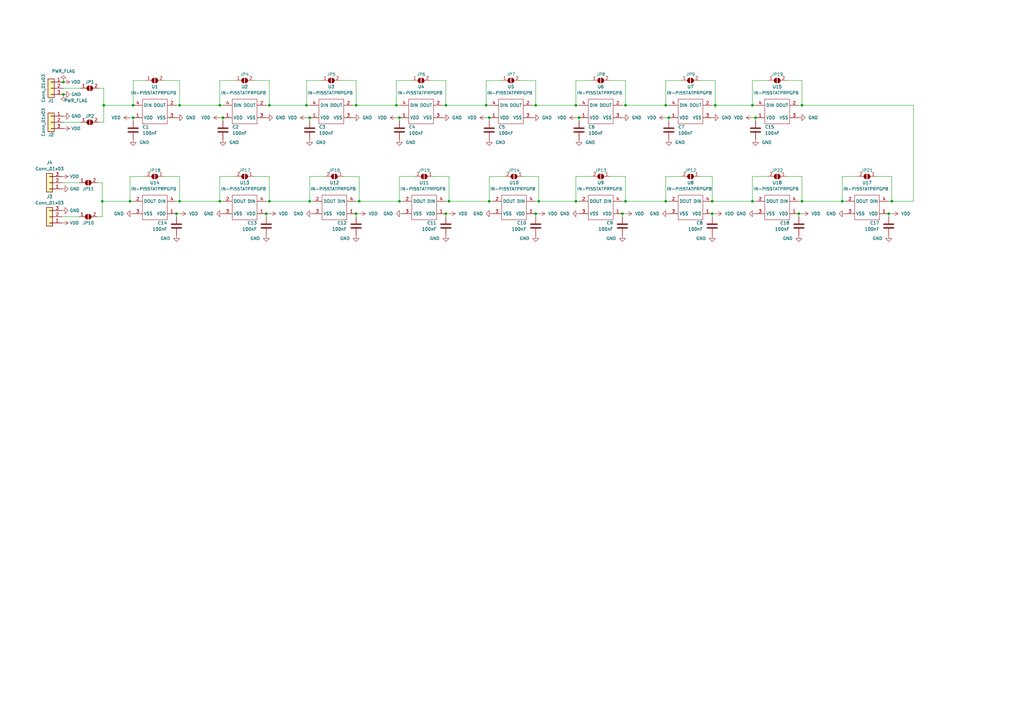
<source format=kicad_sch>
(kicad_sch (version 20230121) (generator eeschema)

  (uuid f03d124a-4026-4f1d-925f-b059ff7ceb71)

  (paper "A3")

  (lib_symbols
    (symbol "Connector_Generic:Conn_01x03" (pin_names (offset 1.016) hide) (in_bom yes) (on_board yes)
      (property "Reference" "J" (at 0 5.08 0)
        (effects (font (size 1.27 1.27)))
      )
      (property "Value" "Conn_01x03" (at 0 -5.08 0)
        (effects (font (size 1.27 1.27)))
      )
      (property "Footprint" "" (at 0 0 0)
        (effects (font (size 1.27 1.27)) hide)
      )
      (property "Datasheet" "~" (at 0 0 0)
        (effects (font (size 1.27 1.27)) hide)
      )
      (property "ki_keywords" "connector" (at 0 0 0)
        (effects (font (size 1.27 1.27)) hide)
      )
      (property "ki_description" "Generic connector, single row, 01x03, script generated (kicad-library-utils/schlib/autogen/connector/)" (at 0 0 0)
        (effects (font (size 1.27 1.27)) hide)
      )
      (property "ki_fp_filters" "Connector*:*_1x??_*" (at 0 0 0)
        (effects (font (size 1.27 1.27)) hide)
      )
      (symbol "Conn_01x03_1_1"
        (rectangle (start -1.27 -2.413) (end 0 -2.667)
          (stroke (width 0.1524) (type default))
          (fill (type none))
        )
        (rectangle (start -1.27 0.127) (end 0 -0.127)
          (stroke (width 0.1524) (type default))
          (fill (type none))
        )
        (rectangle (start -1.27 2.667) (end 0 2.413)
          (stroke (width 0.1524) (type default))
          (fill (type none))
        )
        (rectangle (start -1.27 3.81) (end 1.27 -3.81)
          (stroke (width 0.254) (type default))
          (fill (type background))
        )
        (pin passive line (at -5.08 2.54 0) (length 3.81)
          (name "Pin_1" (effects (font (size 1.27 1.27))))
          (number "1" (effects (font (size 1.27 1.27))))
        )
        (pin passive line (at -5.08 0 0) (length 3.81)
          (name "Pin_2" (effects (font (size 1.27 1.27))))
          (number "2" (effects (font (size 1.27 1.27))))
        )
        (pin passive line (at -5.08 -2.54 0) (length 3.81)
          (name "Pin_3" (effects (font (size 1.27 1.27))))
          (number "3" (effects (font (size 1.27 1.27))))
        )
      )
    )
    (symbol "Device:C" (pin_numbers hide) (pin_names (offset 0.254)) (in_bom yes) (on_board yes)
      (property "Reference" "C" (at 0.635 2.54 0)
        (effects (font (size 1.27 1.27)) (justify left))
      )
      (property "Value" "C" (at 0.635 -2.54 0)
        (effects (font (size 1.27 1.27)) (justify left))
      )
      (property "Footprint" "" (at 0.9652 -3.81 0)
        (effects (font (size 1.27 1.27)) hide)
      )
      (property "Datasheet" "~" (at 0 0 0)
        (effects (font (size 1.27 1.27)) hide)
      )
      (property "ki_keywords" "cap capacitor" (at 0 0 0)
        (effects (font (size 1.27 1.27)) hide)
      )
      (property "ki_description" "Unpolarized capacitor" (at 0 0 0)
        (effects (font (size 1.27 1.27)) hide)
      )
      (property "ki_fp_filters" "C_*" (at 0 0 0)
        (effects (font (size 1.27 1.27)) hide)
      )
      (symbol "C_0_1"
        (polyline
          (pts
            (xy -2.032 -0.762)
            (xy 2.032 -0.762)
          )
          (stroke (width 0.508) (type default))
          (fill (type none))
        )
        (polyline
          (pts
            (xy -2.032 0.762)
            (xy 2.032 0.762)
          )
          (stroke (width 0.508) (type default))
          (fill (type none))
        )
      )
      (symbol "C_1_1"
        (pin passive line (at 0 3.81 270) (length 2.794)
          (name "~" (effects (font (size 1.27 1.27))))
          (number "1" (effects (font (size 1.27 1.27))))
        )
        (pin passive line (at 0 -3.81 90) (length 2.794)
          (name "~" (effects (font (size 1.27 1.27))))
          (number "2" (effects (font (size 1.27 1.27))))
        )
      )
    )
    (symbol "Jumper:SolderJumper_2_Open" (pin_names (offset 0) hide) (in_bom yes) (on_board yes)
      (property "Reference" "JP" (at 0 2.032 0)
        (effects (font (size 1.27 1.27)))
      )
      (property "Value" "SolderJumper_2_Open" (at 0 -2.54 0)
        (effects (font (size 1.27 1.27)))
      )
      (property "Footprint" "" (at 0 0 0)
        (effects (font (size 1.27 1.27)) hide)
      )
      (property "Datasheet" "~" (at 0 0 0)
        (effects (font (size 1.27 1.27)) hide)
      )
      (property "ki_keywords" "solder jumper SPST" (at 0 0 0)
        (effects (font (size 1.27 1.27)) hide)
      )
      (property "ki_description" "Solder Jumper, 2-pole, open" (at 0 0 0)
        (effects (font (size 1.27 1.27)) hide)
      )
      (property "ki_fp_filters" "SolderJumper*Open*" (at 0 0 0)
        (effects (font (size 1.27 1.27)) hide)
      )
      (symbol "SolderJumper_2_Open_0_1"
        (arc (start -0.254 1.016) (mid -1.2656 0) (end -0.254 -1.016)
          (stroke (width 0) (type default))
          (fill (type none))
        )
        (arc (start -0.254 1.016) (mid -1.2656 0) (end -0.254 -1.016)
          (stroke (width 0) (type default))
          (fill (type outline))
        )
        (polyline
          (pts
            (xy -0.254 1.016)
            (xy -0.254 -1.016)
          )
          (stroke (width 0) (type default))
          (fill (type none))
        )
        (polyline
          (pts
            (xy 0.254 1.016)
            (xy 0.254 -1.016)
          )
          (stroke (width 0) (type default))
          (fill (type none))
        )
        (arc (start 0.254 -1.016) (mid 1.2656 0) (end 0.254 1.016)
          (stroke (width 0) (type default))
          (fill (type none))
        )
        (arc (start 0.254 -1.016) (mid 1.2656 0) (end 0.254 1.016)
          (stroke (width 0) (type default))
          (fill (type outline))
        )
      )
      (symbol "SolderJumper_2_Open_1_1"
        (pin passive line (at -3.81 0 0) (length 2.54)
          (name "A" (effects (font (size 1.27 1.27))))
          (number "1" (effects (font (size 1.27 1.27))))
        )
        (pin passive line (at 3.81 0 180) (length 2.54)
          (name "B" (effects (font (size 1.27 1.27))))
          (number "2" (effects (font (size 1.27 1.27))))
        )
      )
    )
    (symbol "LED:IN-PI55TATPRPGPB " (in_bom yes) (on_board yes)
      (property "Reference" "U" (at 0 0 0)
        (effects (font (size 1.27 1.27)))
      )
      (property "Value" "IN-PI55TATPRPGPB " (at 0 6.35 0)
        (effects (font (size 1.27 1.27)))
      )
      (property "Footprint" "LED_SMD:IN-PI55TATPRPGPB" (at -1.27 -6.35 0)
        (effects (font (size 1.27 1.27)) hide)
      )
      (property "Datasheet" "" (at 0 0 0)
        (effects (font (size 1.27 1.27)) hide)
      )
      (symbol "IN-PI55TATPRPGPB _0_1"
        (rectangle (start -5.08 5.08) (end 5.08 -5.08)
          (stroke (width 0) (type default))
          (fill (type none))
        )
      )
      (symbol "IN-PI55TATPRPGPB _1_1"
        (pin power_in line (at -8.89 -2.54 0) (length 3.81)
          (name "VDD" (effects (font (size 1.27 1.27))))
          (number "1" (effects (font (size 1.27 1.27))))
        )
        (pin output line (at 8.89 2.54 180) (length 3.81)
          (name "DOUT" (effects (font (size 1.27 1.27))))
          (number "2" (effects (font (size 1.27 1.27))))
        )
        (pin power_in line (at 8.89 -2.54 180) (length 3.81)
          (name "VSS" (effects (font (size 1.27 1.27))))
          (number "3" (effects (font (size 1.27 1.27))))
        )
        (pin input line (at -8.89 2.54 0) (length 3.81)
          (name "DIN" (effects (font (size 1.27 1.27))))
          (number "4" (effects (font (size 1.27 1.27))))
        )
      )
    )
    (symbol "PCM_4ms_Power-symbol:PWR_FLAG" (power) (pin_numbers hide) (pin_names (offset 0) hide) (in_bom yes) (on_board yes)
      (property "Reference" "#FLG" (at 0 1.905 0)
        (effects (font (size 1.27 1.27)) hide)
      )
      (property "Value" "PWR_FLAG" (at 0 3.81 0)
        (effects (font (size 1.27 1.27)))
      )
      (property "Footprint" "" (at 0 0 0)
        (effects (font (size 1.27 1.27)) hide)
      )
      (property "Datasheet" "" (at 0 0 0)
        (effects (font (size 1.27 1.27)) hide)
      )
      (symbol "PWR_FLAG_0_0"
        (pin power_out line (at 0 0 90) (length 0)
          (name "pwr" (effects (font (size 1.27 1.27))))
          (number "1" (effects (font (size 1.27 1.27))))
        )
      )
      (symbol "PWR_FLAG_0_1"
        (polyline
          (pts
            (xy 0 0)
            (xy 0 1.27)
            (xy -1.016 1.905)
            (xy 0 2.54)
            (xy 1.016 1.905)
            (xy 0 1.27)
          )
          (stroke (width 0) (type default))
          (fill (type none))
        )
      )
    )
    (symbol "power:GND" (power) (pin_names (offset 0)) (in_bom yes) (on_board yes)
      (property "Reference" "#PWR" (at 0 -6.35 0)
        (effects (font (size 1.27 1.27)) hide)
      )
      (property "Value" "GND" (at 0 -3.81 0)
        (effects (font (size 1.27 1.27)))
      )
      (property "Footprint" "" (at 0 0 0)
        (effects (font (size 1.27 1.27)) hide)
      )
      (property "Datasheet" "" (at 0 0 0)
        (effects (font (size 1.27 1.27)) hide)
      )
      (property "ki_keywords" "power-flag" (at 0 0 0)
        (effects (font (size 1.27 1.27)) hide)
      )
      (property "ki_description" "Power symbol creates a global label with name \"GND\" , ground" (at 0 0 0)
        (effects (font (size 1.27 1.27)) hide)
      )
      (symbol "GND_0_1"
        (polyline
          (pts
            (xy 0 0)
            (xy 0 -1.27)
            (xy 1.27 -1.27)
            (xy 0 -2.54)
            (xy -1.27 -1.27)
            (xy 0 -1.27)
          )
          (stroke (width 0) (type default))
          (fill (type none))
        )
      )
      (symbol "GND_1_1"
        (pin power_in line (at 0 0 270) (length 0) hide
          (name "GND" (effects (font (size 1.27 1.27))))
          (number "1" (effects (font (size 1.27 1.27))))
        )
      )
    )
    (symbol "power:VDD" (power) (pin_names (offset 0)) (in_bom yes) (on_board yes)
      (property "Reference" "#PWR" (at 0 -3.81 0)
        (effects (font (size 1.27 1.27)) hide)
      )
      (property "Value" "VDD" (at 0 3.81 0)
        (effects (font (size 1.27 1.27)))
      )
      (property "Footprint" "" (at 0 0 0)
        (effects (font (size 1.27 1.27)) hide)
      )
      (property "Datasheet" "" (at 0 0 0)
        (effects (font (size 1.27 1.27)) hide)
      )
      (property "ki_keywords" "power-flag" (at 0 0 0)
        (effects (font (size 1.27 1.27)) hide)
      )
      (property "ki_description" "Power symbol creates a global label with name \"VDD\"" (at 0 0 0)
        (effects (font (size 1.27 1.27)) hide)
      )
      (symbol "VDD_0_1"
        (polyline
          (pts
            (xy -0.762 1.27)
            (xy 0 2.54)
          )
          (stroke (width 0) (type default))
          (fill (type none))
        )
        (polyline
          (pts
            (xy 0 0)
            (xy 0 2.54)
          )
          (stroke (width 0) (type default))
          (fill (type none))
        )
        (polyline
          (pts
            (xy 0 2.54)
            (xy 0.762 1.27)
          )
          (stroke (width 0) (type default))
          (fill (type none))
        )
      )
      (symbol "VDD_1_1"
        (pin power_in line (at 0 0 90) (length 0) hide
          (name "VDD" (effects (font (size 1.27 1.27))))
          (number "1" (effects (font (size 1.27 1.27))))
        )
      )
    )
  )

  (junction (at 125.73 43.18) (diameter 0) (color 0 0 0 0)
    (uuid 0633e5e9-faaa-44ee-a14d-5145d2f03bef)
  )
  (junction (at 110.49 43.18) (diameter 0) (color 0 0 0 0)
    (uuid 07de806c-4b11-42e5-9696-1c27dc28f463)
  )
  (junction (at 147.32 82.55) (diameter 0) (color 0 0 0 0)
    (uuid 0e9a893a-5eea-4ec6-b866-9d9850ab9838)
  )
  (junction (at 54.61 48.26) (diameter 0) (color 0 0 0 0)
    (uuid 11bfd78a-193a-4d84-a379-2ad0722c7896)
  )
  (junction (at 308.61 82.55) (diameter 0) (color 0 0 0 0)
    (uuid 14f4d768-dfae-4bb7-95ac-7d3fc6380fbb)
  )
  (junction (at 91.44 48.26) (diameter 0) (color 0 0 0 0)
    (uuid 15df3ffe-daba-42a9-a1d1-bfc1a95d7e05)
  )
  (junction (at 200.66 82.55) (diameter 0) (color 0 0 0 0)
    (uuid 243676b8-a8ac-4410-a67f-8a7c7aaf7fcc)
  )
  (junction (at 199.39 43.18) (diameter 0) (color 0 0 0 0)
    (uuid 3af08658-1a5d-4b65-a923-bf4bf6f96033)
  )
  (junction (at 72.39 87.63) (diameter 0) (color 0 0 0 0)
    (uuid 43f20eb1-5e14-4420-8fc6-d2d090107007)
  )
  (junction (at 127 48.26) (diameter 0) (color 0 0 0 0)
    (uuid 49a3f13d-4605-489a-9571-19b9ecc289e5)
  )
  (junction (at 184.15 82.55) (diameter 0) (color 0 0 0 0)
    (uuid 49e09681-c18e-4ee1-9450-53b4408f6692)
  )
  (junction (at 90.17 43.18) (diameter 0) (color 0 0 0 0)
    (uuid 4cc551f0-ebfe-424a-8d32-11a13e6f4ea2)
  )
  (junction (at 146.05 87.63) (diameter 0) (color 0 0 0 0)
    (uuid 503f2575-191d-4d8e-9383-db3fc76f5995)
  )
  (junction (at 365.76 82.55) (diameter 0) (color 0 0 0 0)
    (uuid 525482cc-58fe-4ce8-aa88-0f3588c2082d)
  )
  (junction (at 53.34 82.55) (diameter 0) (color 0 0 0 0)
    (uuid 53b4a171-ce62-4833-b8ec-d76b6832dace)
  )
  (junction (at 292.1 82.55) (diameter 0) (color 0 0 0 0)
    (uuid 639c4103-e0f1-4b3c-92e2-abb9b36af834)
  )
  (junction (at 200.66 48.26) (diameter 0) (color 0 0 0 0)
    (uuid 667069fa-6495-4e9f-a2fa-ea0355517a04)
  )
  (junction (at 73.66 82.55) (diameter 0) (color 0 0 0 0)
    (uuid 6c02768e-0e04-4dc2-9df5-8b48e7c17dac)
  )
  (junction (at 182.88 43.18) (diameter 0) (color 0 0 0 0)
    (uuid 6da15b3f-888d-436a-a23a-f99af860d633)
  )
  (junction (at 308.61 43.18) (diameter 0) (color 0 0 0 0)
    (uuid 72f64549-9e0a-4ed4-9c0d-217c8640b19c)
  )
  (junction (at 163.83 48.26) (diameter 0) (color 0 0 0 0)
    (uuid 76b4bf2e-1a6c-44b7-a64a-630a4851a20c)
  )
  (junction (at 364.49 87.63) (diameter 0) (color 0 0 0 0)
    (uuid 7a06f922-32b8-4e9c-a38b-6f323852c83a)
  )
  (junction (at 236.22 43.18) (diameter 0) (color 0 0 0 0)
    (uuid 7ad23ae3-97f7-442b-8db6-611e25367f2b)
  )
  (junction (at 219.71 43.18) (diameter 0) (color 0 0 0 0)
    (uuid 7ce131dc-6194-401c-92b0-987a0e489bca)
  )
  (junction (at 73.66 43.18) (diameter 0) (color 0 0 0 0)
    (uuid 8ac48eb5-c462-4590-b826-a4a95d62cec1)
  )
  (junction (at 256.54 43.18) (diameter 0) (color 0 0 0 0)
    (uuid 8f27593f-fdd4-4e02-94cb-337bb27c74ad)
  )
  (junction (at 41.91 82.55) (diameter 0) (color 0 0 0 0)
    (uuid 8f3e380d-5dac-46c0-b50d-39cf34f13751)
  )
  (junction (at 182.88 87.63) (diameter 0) (color 0 0 0 0)
    (uuid 8fd30c95-630a-4b53-98f8-43e3aece2895)
  )
  (junction (at 127 82.55) (diameter 0) (color 0 0 0 0)
    (uuid 91684c46-8e33-4ed8-ad0f-e8ae9f8da242)
  )
  (junction (at 162.56 43.18) (diameter 0) (color 0 0 0 0)
    (uuid 93eda193-4daa-4369-85b1-5bb3b4704bce)
  )
  (junction (at 293.37 43.18) (diameter 0) (color 0 0 0 0)
    (uuid 96d607fe-53fb-403c-b053-d0c44b627726)
  )
  (junction (at 90.17 82.55) (diameter 0) (color 0 0 0 0)
    (uuid 9edb3cd9-c8ca-49e6-a567-6d2a3ad21159)
  )
  (junction (at 255.27 87.63) (diameter 0) (color 0 0 0 0)
    (uuid a2390bfe-e375-4f49-a691-f1c0e3a71eb4)
  )
  (junction (at 256.54 82.55) (diameter 0) (color 0 0 0 0)
    (uuid a3ca9d21-a206-4584-9e84-4baae905e153)
  )
  (junction (at 345.44 82.55) (diameter 0) (color 0 0 0 0)
    (uuid ae0c7c29-1181-447a-b62c-4239e1adbe5e)
  )
  (junction (at 273.05 82.55) (diameter 0) (color 0 0 0 0)
    (uuid ae375640-0533-4e54-93c4-5416a2767252)
  )
  (junction (at 237.49 48.26) (diameter 0) (color 0 0 0 0)
    (uuid b380d44f-3bef-4d2c-bf86-4389a568a88a)
  )
  (junction (at 26.035 38.735) (diameter 0) (color 0 0 0 0)
    (uuid bae58cc0-2d4d-468c-862a-abdf36e925fa)
  )
  (junction (at 109.22 87.63) (diameter 0) (color 0 0 0 0)
    (uuid bda4e68c-db1c-4496-bf8b-c2413ab63ea0)
  )
  (junction (at 236.22 82.55) (diameter 0) (color 0 0 0 0)
    (uuid c6627a87-c93c-49df-8fac-f1fea3178676)
  )
  (junction (at 110.49 82.55) (diameter 0) (color 0 0 0 0)
    (uuid c6b60b83-c819-4b56-9299-03c07ed32b0d)
  )
  (junction (at 42.545 43.18) (diameter 0) (color 0 0 0 0)
    (uuid c84341c9-0e06-4596-a5b0-36e8f2f0cbb8)
  )
  (junction (at 220.98 82.55) (diameter 0) (color 0 0 0 0)
    (uuid e34c616f-582d-4271-9784-1fc091d5efde)
  )
  (junction (at 274.32 48.26) (diameter 0) (color 0 0 0 0)
    (uuid e4ac143e-190e-4907-97d8-880ee4050397)
  )
  (junction (at 327.66 87.63) (diameter 0) (color 0 0 0 0)
    (uuid e6698a6d-5010-4339-b0cd-d59dd0ad2f5b)
  )
  (junction (at 292.1 87.63) (diameter 0) (color 0 0 0 0)
    (uuid e88ab82c-0001-4bf7-9ad9-9b03ed47db18)
  )
  (junction (at 328.93 43.18) (diameter 0) (color 0 0 0 0)
    (uuid e9c6016e-28c1-4091-b956-e4d83f1b7bc3)
  )
  (junction (at 219.71 87.63) (diameter 0) (color 0 0 0 0)
    (uuid ed744043-0e17-4af3-985e-77d14a07d446)
  )
  (junction (at 273.05 43.18) (diameter 0) (color 0 0 0 0)
    (uuid f3012525-1b6f-43da-bf62-cccd484148a1)
  )
  (junction (at 54.61 43.18) (diameter 0) (color 0 0 0 0)
    (uuid f412a47c-26a5-4a72-9304-a3ecc167aa0c)
  )
  (junction (at 146.05 43.18) (diameter 0) (color 0 0 0 0)
    (uuid f8d27920-94f7-4533-83e4-2c0ebde14a11)
  )
  (junction (at 309.88 48.26) (diameter 0) (color 0 0 0 0)
    (uuid fab9483d-94fb-4b65-ad52-239744aaee5b)
  )
  (junction (at 328.93 82.55) (diameter 0) (color 0 0 0 0)
    (uuid fb28db52-e10c-4403-bdfc-4e98fd8d9221)
  )
  (junction (at 163.83 82.55) (diameter 0) (color 0 0 0 0)
    (uuid fc339fd4-a9f7-432c-8e13-f227ae4c433e)
  )
  (junction (at 26.035 33.655) (diameter 0) (color 0 0 0 0)
    (uuid ff6ed992-2baa-424f-8f18-0a7f77cc3ad8)
  )

  (wire (pts (xy 72.39 43.18) (xy 73.66 43.18))
    (stroke (width 0) (type default))
    (uuid 00e0d040-b55c-4dba-a922-490bc56c0ada)
  )
  (wire (pts (xy 147.32 72.39) (xy 147.32 82.55))
    (stroke (width 0) (type default))
    (uuid 0139b7f4-19e3-44a7-8cb1-1eaacf0139ce)
  )
  (wire (pts (xy 293.37 87.63) (xy 292.1 87.63))
    (stroke (width 0) (type default))
    (uuid 01d0b0a6-6072-4aad-9d75-58b2f9a58fd1)
  )
  (wire (pts (xy 199.39 43.18) (xy 200.66 43.18))
    (stroke (width 0) (type default))
    (uuid 0513eaf3-892e-48e9-b9a4-a78a3ebb94a2)
  )
  (wire (pts (xy 345.44 72.39) (xy 345.44 82.55))
    (stroke (width 0) (type default))
    (uuid 0b399bdf-53f3-4bad-8366-035421e91da7)
  )
  (wire (pts (xy 200.66 49.53) (xy 200.66 48.26))
    (stroke (width 0) (type default))
    (uuid 0c3e7036-b0e9-4941-ad0f-71d720f98f9d)
  )
  (wire (pts (xy 199.39 33.02) (xy 199.39 43.18))
    (stroke (width 0) (type default))
    (uuid 0d06cea3-26f2-437d-b7f8-b3f3f80b3d35)
  )
  (wire (pts (xy 236.22 43.18) (xy 237.49 43.18))
    (stroke (width 0) (type default))
    (uuid 0d9c480b-ca79-45dc-858e-e4939e3ba17c)
  )
  (wire (pts (xy 328.93 82.55) (xy 327.66 82.55))
    (stroke (width 0) (type default))
    (uuid 0dc6c011-b30c-473c-89fc-44de87551ca5)
  )
  (wire (pts (xy 273.05 82.55) (xy 256.54 82.55))
    (stroke (width 0) (type default))
    (uuid 0e9e8291-0b12-4eaf-b19b-147cd56a14a2)
  )
  (wire (pts (xy 242.57 72.39) (xy 236.22 72.39))
    (stroke (width 0) (type default))
    (uuid 0ef713bf-20e8-44c4-a80f-ddb3c5bcba0b)
  )
  (wire (pts (xy 104.14 33.02) (xy 110.49 33.02))
    (stroke (width 0) (type default))
    (uuid 0f87c130-8a83-4b08-921d-61f98c87946a)
  )
  (wire (pts (xy 279.4 72.39) (xy 273.05 72.39))
    (stroke (width 0) (type default))
    (uuid 1294dfff-6fa4-441a-a5b2-b102f4092160)
  )
  (wire (pts (xy 41.91 82.55) (xy 41.91 88.9))
    (stroke (width 0) (type default))
    (uuid 1408b60c-e2b2-4104-a2e7-8bf0d001e30b)
  )
  (wire (pts (xy 256.54 43.18) (xy 273.05 43.18))
    (stroke (width 0) (type default))
    (uuid 15e8b0cf-c61a-407a-9424-e0f71419ec72)
  )
  (wire (pts (xy 250.19 72.39) (xy 256.54 72.39))
    (stroke (width 0) (type default))
    (uuid 18fe0e74-33be-4a00-a3bd-4834dc6b640b)
  )
  (wire (pts (xy 213.36 33.02) (xy 219.71 33.02))
    (stroke (width 0) (type default))
    (uuid 2034d6dd-f84b-4a1b-b9bb-cc6df51ff76c)
  )
  (wire (pts (xy 184.15 87.63) (xy 182.88 87.63))
    (stroke (width 0) (type default))
    (uuid 22ccff61-2e24-4597-b0cb-01b33ddaca86)
  )
  (wire (pts (xy 365.76 87.63) (xy 364.49 87.63))
    (stroke (width 0) (type default))
    (uuid 2947195f-5d82-4139-a12f-b72450ffef1d)
  )
  (wire (pts (xy 125.73 33.02) (xy 125.73 43.18))
    (stroke (width 0) (type default))
    (uuid 2a0e0a0e-0d41-49bd-b9f6-aa8379b2a896)
  )
  (wire (pts (xy 90.17 33.02) (xy 90.17 43.18))
    (stroke (width 0) (type default))
    (uuid 2c4f886a-80fa-4ace-ac3b-e59aa3439c1c)
  )
  (wire (pts (xy 327.66 88.9) (xy 327.66 87.63))
    (stroke (width 0) (type default))
    (uuid 2cddba10-4f23-44a1-9e3c-8edaf2800bb5)
  )
  (wire (pts (xy 184.15 82.55) (xy 182.88 82.55))
    (stroke (width 0) (type default))
    (uuid 318a76f9-d41c-41de-8b06-55597943ee6d)
  )
  (wire (pts (xy 91.44 82.55) (xy 90.17 82.55))
    (stroke (width 0) (type default))
    (uuid 31e808ec-4a5a-4f9a-83bc-ea90ae4e39f1)
  )
  (wire (pts (xy 199.39 48.26) (xy 200.66 48.26))
    (stroke (width 0) (type default))
    (uuid 323ad5c8-f35c-4996-91e9-87aff49df4fa)
  )
  (wire (pts (xy 184.15 72.39) (xy 184.15 82.55))
    (stroke (width 0) (type default))
    (uuid 3273ee36-2e19-48dc-9919-89fed288fb7f)
  )
  (wire (pts (xy 96.52 72.39) (xy 90.17 72.39))
    (stroke (width 0) (type default))
    (uuid 35f020c6-48ba-4764-94a0-e7d516a4ee4d)
  )
  (wire (pts (xy 308.61 72.39) (xy 308.61 82.55))
    (stroke (width 0) (type default))
    (uuid 372d4e4c-4c7b-4c5e-a37c-3062303c3ad9)
  )
  (wire (pts (xy 72.39 88.9) (xy 72.39 87.63))
    (stroke (width 0) (type default))
    (uuid 3904d5e6-3339-4894-ae8a-366bfb120577)
  )
  (wire (pts (xy 147.32 87.63) (xy 146.05 87.63))
    (stroke (width 0) (type default))
    (uuid 39737b7b-e943-4848-be0f-d7ba5c0931ce)
  )
  (wire (pts (xy 54.61 33.02) (xy 54.61 43.18))
    (stroke (width 0) (type default))
    (uuid 3a834a4e-fce5-4cc9-9dbd-45f2229790e3)
  )
  (wire (pts (xy 345.44 82.55) (xy 328.93 82.55))
    (stroke (width 0) (type default))
    (uuid 3aa96d4c-6f34-4940-8eb0-0023ba6e6b6c)
  )
  (wire (pts (xy 67.31 33.02) (xy 73.66 33.02))
    (stroke (width 0) (type default))
    (uuid 3faae4e6-52b9-4e83-a7cc-8cc5569966bc)
  )
  (wire (pts (xy 292.1 43.18) (xy 293.37 43.18))
    (stroke (width 0) (type default))
    (uuid 40dc4402-1096-46d9-bdb3-5a2305301342)
  )
  (wire (pts (xy 67.31 72.39) (xy 73.66 72.39))
    (stroke (width 0) (type default))
    (uuid 410a4f49-0c90-4d41-a7a1-fa323bbc70aa)
  )
  (wire (pts (xy 109.22 88.9) (xy 109.22 87.63))
    (stroke (width 0) (type default))
    (uuid 41c40b6f-c44d-46db-8efb-c8f923f08f60)
  )
  (wire (pts (xy 236.22 72.39) (xy 236.22 82.55))
    (stroke (width 0) (type default))
    (uuid 45b1d786-ce5f-49e3-85a6-e5f2eb6fd118)
  )
  (wire (pts (xy 255.27 43.18) (xy 256.54 43.18))
    (stroke (width 0) (type default))
    (uuid 475974f9-f2d3-48a6-860a-18c203d4ec6e)
  )
  (wire (pts (xy 54.61 49.53) (xy 54.61 48.26))
    (stroke (width 0) (type default))
    (uuid 4873e917-f0c2-4ff7-9983-270fd6fa53e4)
  )
  (wire (pts (xy 218.44 43.18) (xy 219.71 43.18))
    (stroke (width 0) (type default))
    (uuid 49b61a68-546c-4d6b-a0a2-956d70f56a07)
  )
  (wire (pts (xy 140.97 72.39) (xy 147.32 72.39))
    (stroke (width 0) (type default))
    (uuid 4a78a223-8634-4ee8-9f25-e0d2d40b080d)
  )
  (wire (pts (xy 365.76 82.55) (xy 364.49 82.55))
    (stroke (width 0) (type default))
    (uuid 4b8c88d4-2dcd-4970-9976-6bc2825ad006)
  )
  (wire (pts (xy 40.64 50.165) (xy 42.545 50.165))
    (stroke (width 0) (type default))
    (uuid 4ba136cf-b941-467c-8f4f-9caf4369aae8)
  )
  (wire (pts (xy 53.34 72.39) (xy 53.34 82.55))
    (stroke (width 0) (type default))
    (uuid 4dcdde81-eb12-4fb9-b7a4-08bcef727c79)
  )
  (wire (pts (xy 351.79 72.39) (xy 345.44 72.39))
    (stroke (width 0) (type default))
    (uuid 4eb41bf8-1e95-4388-8b13-315bd0de2d39)
  )
  (wire (pts (xy 287.02 33.02) (xy 293.37 33.02))
    (stroke (width 0) (type default))
    (uuid 4fa12fdf-cb06-466b-ba5e-1a16471dc748)
  )
  (wire (pts (xy 236.22 82.55) (xy 220.98 82.55))
    (stroke (width 0) (type default))
    (uuid 4fd01bc0-b2dc-4dc1-af38-558f77424abe)
  )
  (wire (pts (xy 256.54 33.02) (xy 256.54 43.18))
    (stroke (width 0) (type default))
    (uuid 50791d73-dd7a-4664-add3-10cc4a52e6a0)
  )
  (wire (pts (xy 292.1 82.55) (xy 308.61 82.55))
    (stroke (width 0) (type default))
    (uuid 52b34b48-8efd-4ed8-a8d1-362e2f7e5313)
  )
  (wire (pts (xy 236.22 33.02) (xy 236.22 43.18))
    (stroke (width 0) (type default))
    (uuid 5404ecce-1acc-4884-92b4-316a65af6dd3)
  )
  (wire (pts (xy 365.76 72.39) (xy 365.76 82.55))
    (stroke (width 0) (type default))
    (uuid 55e00c47-a483-4fe3-8135-c625f9863fea)
  )
  (wire (pts (xy 163.83 49.53) (xy 163.83 48.26))
    (stroke (width 0) (type default))
    (uuid 55e84476-ade1-4f17-8338-97d786f36b72)
  )
  (wire (pts (xy 165.1 82.55) (xy 163.83 82.55))
    (stroke (width 0) (type default))
    (uuid 55fe5682-e576-43f1-9d04-05eff026618f)
  )
  (wire (pts (xy 359.41 72.39) (xy 365.76 72.39))
    (stroke (width 0) (type default))
    (uuid 56a3a6b3-6df5-4707-ac44-4e4f38bc9f1f)
  )
  (wire (pts (xy 146.05 33.02) (xy 146.05 43.18))
    (stroke (width 0) (type default))
    (uuid 56efa1be-be24-48f6-976a-f2b7211ca9e1)
  )
  (wire (pts (xy 328.93 87.63) (xy 327.66 87.63))
    (stroke (width 0) (type default))
    (uuid 576c20c5-f139-4cea-b10e-d26f13cb1099)
  )
  (wire (pts (xy 168.91 33.02) (xy 162.56 33.02))
    (stroke (width 0) (type default))
    (uuid 58c605c8-8f0e-40ce-a583-41a8a50e63d8)
  )
  (wire (pts (xy 132.08 33.02) (xy 125.73 33.02))
    (stroke (width 0) (type default))
    (uuid 59de620e-c667-4a4b-87e7-27d82a301c4c)
  )
  (wire (pts (xy 219.71 88.9) (xy 219.71 87.63))
    (stroke (width 0) (type default))
    (uuid 5a31546a-6400-4af0-a5be-d16fa7399e60)
  )
  (wire (pts (xy 53.34 48.26) (xy 54.61 48.26))
    (stroke (width 0) (type default))
    (uuid 5d797720-0e57-4636-acd3-aeb7a6477475)
  )
  (wire (pts (xy 237.49 49.53) (xy 237.49 48.26))
    (stroke (width 0) (type default))
    (uuid 5e5db65e-5cfc-4006-8a77-a9b9675df1a2)
  )
  (wire (pts (xy 328.93 33.02) (xy 328.93 43.18))
    (stroke (width 0) (type default))
    (uuid 5ee55600-fbb4-4817-9283-9f152a31f170)
  )
  (wire (pts (xy 104.14 72.39) (xy 110.49 72.39))
    (stroke (width 0) (type default))
    (uuid 5eeffbd4-59ee-40f9-98a8-e4b3eccc621f)
  )
  (wire (pts (xy 207.01 72.39) (xy 200.66 72.39))
    (stroke (width 0) (type default))
    (uuid 62c430d0-58cf-4a21-893a-697f564d62e0)
  )
  (wire (pts (xy 73.66 82.55) (xy 72.39 82.55))
    (stroke (width 0) (type default))
    (uuid 63121f46-aa9c-4821-ade7-a5e551342edc)
  )
  (wire (pts (xy 32.385 74.93) (xy 25.4 74.93))
    (stroke (width 0) (type default))
    (uuid 63477af3-0cbb-4a85-b278-0ba046cff54d)
  )
  (wire (pts (xy 42.545 36.195) (xy 42.545 43.18))
    (stroke (width 0) (type default))
    (uuid 634d6ac0-d64b-4c2d-a261-dd77d7e9510c)
  )
  (wire (pts (xy 328.93 43.18) (xy 374.65 43.18))
    (stroke (width 0) (type default))
    (uuid 63f67c1c-64c1-4098-b5ea-b08f720596dd)
  )
  (wire (pts (xy 374.65 82.55) (xy 365.76 82.55))
    (stroke (width 0) (type default))
    (uuid 656b32d5-589e-40f6-b187-a7f30ef89e47)
  )
  (wire (pts (xy 73.66 43.18) (xy 90.17 43.18))
    (stroke (width 0) (type default))
    (uuid 659dbf5b-de3b-4ab8-a787-e5afff6490cc)
  )
  (wire (pts (xy 308.61 48.26) (xy 309.88 48.26))
    (stroke (width 0) (type default))
    (uuid 670fd31c-db6f-428b-90fc-fb3662a84da2)
  )
  (wire (pts (xy 162.56 33.02) (xy 162.56 43.18))
    (stroke (width 0) (type default))
    (uuid 673b6ecb-b58d-40f8-81ea-c4b1b7e58b04)
  )
  (wire (pts (xy 220.98 82.55) (xy 219.71 82.55))
    (stroke (width 0) (type default))
    (uuid 69e36840-8ed5-4c02-b55b-df63fe04d58f)
  )
  (wire (pts (xy 374.65 43.18) (xy 374.65 82.55))
    (stroke (width 0) (type default))
    (uuid 6c0a7a91-d9e8-4ecc-9358-fb485d7354a1)
  )
  (wire (pts (xy 205.74 33.02) (xy 199.39 33.02))
    (stroke (width 0) (type default))
    (uuid 6c0b87bd-419a-4ca2-b860-2682764c8229)
  )
  (wire (pts (xy 133.35 72.39) (xy 127 72.39))
    (stroke (width 0) (type default))
    (uuid 6d7f1fd2-4244-4240-8248-02af0c4e70d7)
  )
  (wire (pts (xy 33.02 36.195) (xy 26.035 36.195))
    (stroke (width 0) (type default))
    (uuid 6ef68ce9-bdf1-40f7-b58c-9ba0a0c5700b)
  )
  (wire (pts (xy 96.52 33.02) (xy 90.17 33.02))
    (stroke (width 0) (type default))
    (uuid 6f2a8138-6f3a-4555-abdb-a08f21d52f30)
  )
  (wire (pts (xy 250.19 33.02) (xy 256.54 33.02))
    (stroke (width 0) (type default))
    (uuid 70338762-ad87-41ec-aa0b-727b69d45392)
  )
  (wire (pts (xy 59.69 72.39) (xy 53.34 72.39))
    (stroke (width 0) (type default))
    (uuid 7195cfad-96c6-4452-8468-30039492c8ad)
  )
  (wire (pts (xy 110.49 43.18) (xy 125.73 43.18))
    (stroke (width 0) (type default))
    (uuid 71bde69c-85da-47a7-9c8e-24c168d7979e)
  )
  (wire (pts (xy 109.22 43.18) (xy 110.49 43.18))
    (stroke (width 0) (type default))
    (uuid 71fa8f5f-3749-4a48-8529-f3049b565105)
  )
  (wire (pts (xy 42.545 50.165) (xy 42.545 43.18))
    (stroke (width 0) (type default))
    (uuid 72bd20cc-c9c7-4930-8963-5ae7703651b9)
  )
  (wire (pts (xy 242.57 33.02) (xy 236.22 33.02))
    (stroke (width 0) (type default))
    (uuid 736538c6-5afa-4ab8-9b6a-cce662d8e8d6)
  )
  (wire (pts (xy 163.83 82.55) (xy 147.32 82.55))
    (stroke (width 0) (type default))
    (uuid 758f8574-90f8-4a18-a7a2-a04cd6c5070a)
  )
  (wire (pts (xy 219.71 43.18) (xy 236.22 43.18))
    (stroke (width 0) (type default))
    (uuid 7881913d-1de2-4b2f-830d-f97d9ec0ee5c)
  )
  (wire (pts (xy 177.8 72.39) (xy 184.15 72.39))
    (stroke (width 0) (type default))
    (uuid 7ceac456-be1a-40a0-97b7-a4eff4363c6e)
  )
  (wire (pts (xy 128.27 82.55) (xy 127 82.55))
    (stroke (width 0) (type default))
    (uuid 7df1adca-bc77-4ee5-b844-49be5724d2ec)
  )
  (wire (pts (xy 41.91 82.55) (xy 41.91 74.93))
    (stroke (width 0) (type default))
    (uuid 810d2418-6907-4157-9127-25572016249c)
  )
  (wire (pts (xy 237.49 82.55) (xy 236.22 82.55))
    (stroke (width 0) (type default))
    (uuid 850f3aff-938e-4539-bed1-6a4f819f79be)
  )
  (wire (pts (xy 220.98 87.63) (xy 219.71 87.63))
    (stroke (width 0) (type default))
    (uuid 856c4b6d-2431-432c-b422-2b29fe75e95d)
  )
  (wire (pts (xy 110.49 82.55) (xy 109.22 82.55))
    (stroke (width 0) (type default))
    (uuid 85dd50fd-4fd9-4484-bb43-f53ec3d6b860)
  )
  (wire (pts (xy 256.54 82.55) (xy 255.27 82.55))
    (stroke (width 0) (type default))
    (uuid 8600371a-67f0-47cb-bcd6-c6bb76284688)
  )
  (wire (pts (xy 91.44 49.53) (xy 91.44 48.26))
    (stroke (width 0) (type default))
    (uuid 866c9847-2f73-40c4-9cc1-4982d794cc26)
  )
  (wire (pts (xy 110.49 33.02) (xy 110.49 43.18))
    (stroke (width 0) (type default))
    (uuid 873c7546-daef-43b8-bc2e-d23e2efc9a93)
  )
  (wire (pts (xy 127 49.53) (xy 127 48.26))
    (stroke (width 0) (type default))
    (uuid 879588aa-9399-4b8a-9c14-fc3a9c524456)
  )
  (wire (pts (xy 59.69 33.02) (xy 54.61 33.02))
    (stroke (width 0) (type default))
    (uuid 8a78aa61-b11c-4ede-a3b5-4e2278149526)
  )
  (wire (pts (xy 125.73 48.26) (xy 127 48.26))
    (stroke (width 0) (type default))
    (uuid 8b91f2bd-efb3-4096-86ee-af6c9a4b1121)
  )
  (wire (pts (xy 90.17 82.55) (xy 73.66 82.55))
    (stroke (width 0) (type default))
    (uuid 8b92c289-ccff-4f27-8041-32467593e3c8)
  )
  (wire (pts (xy 220.98 72.39) (xy 220.98 82.55))
    (stroke (width 0) (type default))
    (uuid 8d27f996-dbf9-40c3-a83a-54b46fdae428)
  )
  (wire (pts (xy 146.05 88.9) (xy 146.05 87.63))
    (stroke (width 0) (type default))
    (uuid 935e43b3-cff2-4d5b-9c4c-97c75ff68f49)
  )
  (wire (pts (xy 256.54 87.63) (xy 255.27 87.63))
    (stroke (width 0) (type default))
    (uuid 94f989f7-e52d-4a32-b0c8-e8c6f91cbeb8)
  )
  (wire (pts (xy 292.1 72.39) (xy 292.1 82.55))
    (stroke (width 0) (type default))
    (uuid 97b0f55a-bd92-4061-97f3-8f4239a2ecb9)
  )
  (wire (pts (xy 139.7 33.02) (xy 146.05 33.02))
    (stroke (width 0) (type default))
    (uuid 97e8899b-5f2d-4908-9994-22573dbca780)
  )
  (wire (pts (xy 41.91 74.93) (xy 40.005 74.93))
    (stroke (width 0) (type default))
    (uuid 98a6be5d-4f25-43d6-a737-38908954a5a2)
  )
  (wire (pts (xy 328.93 72.39) (xy 328.93 82.55))
    (stroke (width 0) (type default))
    (uuid 98fe4a89-4289-4798-8951-bf3cb286a512)
  )
  (wire (pts (xy 127 72.39) (xy 127 82.55))
    (stroke (width 0) (type default))
    (uuid 99b1a66b-fc25-434b-840a-e455f99ce536)
  )
  (wire (pts (xy 364.49 88.9) (xy 364.49 87.63))
    (stroke (width 0) (type default))
    (uuid 9e94e261-88a4-40e7-9041-e0dc74ec670a)
  )
  (wire (pts (xy 41.91 82.55) (xy 53.34 82.55))
    (stroke (width 0) (type default))
    (uuid 9fc5d002-3040-407b-82fc-d5f909aef42d)
  )
  (wire (pts (xy 146.05 43.18) (xy 162.56 43.18))
    (stroke (width 0) (type default))
    (uuid a14ceb73-4559-438c-aefc-b91539f47e40)
  )
  (wire (pts (xy 90.17 48.26) (xy 91.44 48.26))
    (stroke (width 0) (type default))
    (uuid a31afea2-2233-41ca-8c13-cd00ef820e4d)
  )
  (wire (pts (xy 90.17 72.39) (xy 90.17 82.55))
    (stroke (width 0) (type default))
    (uuid a772a612-58f9-4b66-9d19-0271d3bbfdd9)
  )
  (wire (pts (xy 201.93 82.55) (xy 200.66 82.55))
    (stroke (width 0) (type default))
    (uuid a943df74-9b80-4eb3-adba-3dbbffbc6f9c)
  )
  (wire (pts (xy 125.73 43.18) (xy 127 43.18))
    (stroke (width 0) (type default))
    (uuid a9935ee0-7276-437f-83d9-9c11df27f5fd)
  )
  (wire (pts (xy 42.545 36.195) (xy 40.64 36.195))
    (stroke (width 0) (type default))
    (uuid aae81631-88df-4b58-9ceb-6e5c4bd4c7d6)
  )
  (wire (pts (xy 42.545 43.18) (xy 54.61 43.18))
    (stroke (width 0) (type default))
    (uuid aeee45c9-5c4f-4aad-93bc-782ddbccd1cb)
  )
  (wire (pts (xy 274.32 82.55) (xy 273.05 82.55))
    (stroke (width 0) (type default))
    (uuid b43f1cbc-9e2c-4a38-a5a9-3f8d8a766bb2)
  )
  (wire (pts (xy 273.05 48.26) (xy 274.32 48.26))
    (stroke (width 0) (type default))
    (uuid b49e8e70-e9dc-4115-8fc4-55226c7f1a70)
  )
  (wire (pts (xy 214.63 72.39) (xy 220.98 72.39))
    (stroke (width 0) (type default))
    (uuid b6258752-7e4c-4241-b3d0-2c011ef49b0d)
  )
  (wire (pts (xy 219.71 33.02) (xy 219.71 43.18))
    (stroke (width 0) (type default))
    (uuid b75cb8fb-d941-40a1-846a-40d4251f7bf8)
  )
  (wire (pts (xy 273.05 43.18) (xy 274.32 43.18))
    (stroke (width 0) (type default))
    (uuid b92a4919-2298-448a-b36f-14afe6218189)
  )
  (wire (pts (xy 33.02 50.165) (xy 26.035 50.165))
    (stroke (width 0) (type default))
    (uuid ba251ba7-1ac6-442f-8312-4fb695fe91dd)
  )
  (wire (pts (xy 162.56 48.26) (xy 163.83 48.26))
    (stroke (width 0) (type default))
    (uuid ba57ed9d-5ffa-4fac-9503-cb1515baa1d7)
  )
  (wire (pts (xy 346.71 82.55) (xy 345.44 82.55))
    (stroke (width 0) (type default))
    (uuid ba9042f7-1a45-4988-9461-e11eca31fdea)
  )
  (wire (pts (xy 309.88 49.53) (xy 309.88 48.26))
    (stroke (width 0) (type default))
    (uuid babf1704-d5b3-450e-bba7-7f4b7dbbd164)
  )
  (wire (pts (xy 162.56 43.18) (xy 163.83 43.18))
    (stroke (width 0) (type default))
    (uuid bb600ba5-6a9d-4c61-a32c-e0f22627e324)
  )
  (wire (pts (xy 309.88 82.55) (xy 308.61 82.55))
    (stroke (width 0) (type default))
    (uuid bf1abcff-90cc-415b-ba23-c5e4b52f8cca)
  )
  (wire (pts (xy 41.91 88.9) (xy 40.005 88.9))
    (stroke (width 0) (type default))
    (uuid c01a0356-5a76-419d-b9c0-4df845e0b872)
  )
  (wire (pts (xy 127 82.55) (xy 110.49 82.55))
    (stroke (width 0) (type default))
    (uuid c0e1fbe5-523c-4526-9290-2540bcc436ca)
  )
  (wire (pts (xy 322.58 72.39) (xy 328.93 72.39))
    (stroke (width 0) (type default))
    (uuid c2addcb2-aeb5-408e-a3a9-1a984f5f9a26)
  )
  (wire (pts (xy 273.05 33.02) (xy 273.05 43.18))
    (stroke (width 0) (type default))
    (uuid c5b00650-e4d1-48fa-a81b-206fdee86df1)
  )
  (wire (pts (xy 163.83 72.39) (xy 163.83 82.55))
    (stroke (width 0) (type default))
    (uuid c5e28216-fbf5-4c8b-b629-c479c4c0532b)
  )
  (wire (pts (xy 287.02 72.39) (xy 292.1 72.39))
    (stroke (width 0) (type default))
    (uuid c7fd4bc0-a5aa-40d8-9d27-6f21bae276e7)
  )
  (wire (pts (xy 147.32 82.55) (xy 146.05 82.55))
    (stroke (width 0) (type default))
    (uuid c954a1e7-6e40-4d84-9bcd-a8756733c6b7)
  )
  (wire (pts (xy 73.66 33.02) (xy 73.66 43.18))
    (stroke (width 0) (type default))
    (uuid c97e2253-1816-4955-b2b9-374e1a7050e4)
  )
  (wire (pts (xy 73.66 87.63) (xy 72.39 87.63))
    (stroke (width 0) (type default))
    (uuid cf3eabcb-7555-484c-b410-bb7fdf261a0b)
  )
  (wire (pts (xy 182.88 43.18) (xy 199.39 43.18))
    (stroke (width 0) (type default))
    (uuid d2d3393e-7d5c-4c1f-8d94-43bc36498d86)
  )
  (wire (pts (xy 308.61 33.02) (xy 308.61 43.18))
    (stroke (width 0) (type default))
    (uuid d34dc8e2-0a85-41b1-928b-f7680c522495)
  )
  (wire (pts (xy 182.88 33.02) (xy 182.88 43.18))
    (stroke (width 0) (type default))
    (uuid d36494cc-4020-4865-b0d9-f34a77568611)
  )
  (wire (pts (xy 256.54 72.39) (xy 256.54 82.55))
    (stroke (width 0) (type default))
    (uuid d41da41f-b7f1-414f-aae0-f78bc77693f4)
  )
  (wire (pts (xy 255.27 88.9) (xy 255.27 87.63))
    (stroke (width 0) (type default))
    (uuid d4b96119-d928-4084-b397-72c7e20629d4)
  )
  (wire (pts (xy 32.385 88.9) (xy 25.4 88.9))
    (stroke (width 0) (type default))
    (uuid d512181e-b5eb-4a1a-bc82-6ee05c33e2de)
  )
  (wire (pts (xy 314.96 72.39) (xy 308.61 72.39))
    (stroke (width 0) (type default))
    (uuid d63b78fa-d9f3-40c7-95e0-7754289c3b2d)
  )
  (wire (pts (xy 110.49 72.39) (xy 110.49 82.55))
    (stroke (width 0) (type default))
    (uuid d6d13832-b38a-4eb8-a735-3eb56f66c099)
  )
  (wire (pts (xy 144.78 43.18) (xy 146.05 43.18))
    (stroke (width 0) (type default))
    (uuid d72963cb-da47-4601-a5be-8e16a4da5527)
  )
  (wire (pts (xy 176.53 33.02) (xy 182.88 33.02))
    (stroke (width 0) (type default))
    (uuid dc572e0c-57fb-4ab3-bb4e-23dae10ec1a3)
  )
  (wire (pts (xy 170.18 72.39) (xy 163.83 72.39))
    (stroke (width 0) (type default))
    (uuid dea69078-ea7c-49b1-88d1-066369f53302)
  )
  (wire (pts (xy 274.32 49.53) (xy 274.32 48.26))
    (stroke (width 0) (type default))
    (uuid dfb5860f-b33f-4936-a987-440365dd0c98)
  )
  (wire (pts (xy 322.58 33.02) (xy 328.93 33.02))
    (stroke (width 0) (type default))
    (uuid e36319b3-dd41-420f-bc70-8caa94352f7f)
  )
  (wire (pts (xy 73.66 72.39) (xy 73.66 82.55))
    (stroke (width 0) (type default))
    (uuid e6b602b9-f978-4fce-b324-c0e906b72ffb)
  )
  (wire (pts (xy 182.88 88.9) (xy 182.88 87.63))
    (stroke (width 0) (type default))
    (uuid e87a8543-5655-4485-8709-e4c64ee56d35)
  )
  (wire (pts (xy 293.37 33.02) (xy 293.37 43.18))
    (stroke (width 0) (type default))
    (uuid e97c5438-b070-4539-b802-a2685eee98ff)
  )
  (wire (pts (xy 200.66 72.39) (xy 200.66 82.55))
    (stroke (width 0) (type default))
    (uuid e984fffa-52e6-45fa-bb46-89197c7da8de)
  )
  (wire (pts (xy 293.37 44.45) (xy 293.37 43.18))
    (stroke (width 0) (type default))
    (uuid e9aed87c-2893-4efa-991e-dee6e8b7f4eb)
  )
  (wire (pts (xy 279.4 33.02) (xy 273.05 33.02))
    (stroke (width 0) (type default))
    (uuid eb66014c-b99a-4bb9-adcb-2d04a917685c)
  )
  (wire (pts (xy 110.49 87.63) (xy 109.22 87.63))
    (stroke (width 0) (type default))
    (uuid eb9ec77f-2f76-42b2-aada-925876df6489)
  )
  (wire (pts (xy 200.66 82.55) (xy 184.15 82.55))
    (stroke (width 0) (type default))
    (uuid ecc83027-30ca-496a-bca8-37f4cc776569)
  )
  (wire (pts (xy 181.61 43.18) (xy 182.88 43.18))
    (stroke (width 0) (type default))
    (uuid ee760d8d-87dc-46e3-ad35-95154f9c26f3)
  )
  (wire (pts (xy 236.22 48.26) (xy 237.49 48.26))
    (stroke (width 0) (type default))
    (uuid ef6e821e-7cb0-408d-954a-62a4b7eb1b1e)
  )
  (wire (pts (xy 54.61 82.55) (xy 53.34 82.55))
    (stroke (width 0) (type default))
    (uuid f201dbb8-6c31-4ec4-9a9d-678718d647a7)
  )
  (wire (pts (xy 273.05 72.39) (xy 273.05 82.55))
    (stroke (width 0) (type default))
    (uuid f37cb316-9eb1-48bd-9f6a-284acf847e0a)
  )
  (wire (pts (xy 308.61 43.18) (xy 309.88 43.18))
    (stroke (width 0) (type default))
    (uuid fba43b59-e2ed-4570-86af-443832b4e851)
  )
  (wire (pts (xy 90.17 43.18) (xy 91.44 43.18))
    (stroke (width 0) (type default))
    (uuid fd2e040c-f8de-4a80-b8e6-f6bd47caa62c)
  )
  (wire (pts (xy 314.96 33.02) (xy 308.61 33.02))
    (stroke (width 0) (type default))
    (uuid fde0fa68-4793-4740-a00d-1750d2cc74e1)
  )
  (wire (pts (xy 292.1 88.9) (xy 292.1 87.63))
    (stroke (width 0) (type default))
    (uuid fe933234-116b-4ceb-afc4-6fcfc0dc0fc5)
  )
  (wire (pts (xy 327.66 43.18) (xy 328.93 43.18))
    (stroke (width 0) (type default))
    (uuid fee949d7-a1eb-483e-8def-b0353751b334)
  )
  (wire (pts (xy 293.37 43.18) (xy 308.61 43.18))
    (stroke (width 0) (type default))
    (uuid ff3f4a47-5ab8-4c18-bd20-917ed5f1aca9)
  )

  (symbol (lib_id "Jumper:SolderJumper_2_Open") (at 318.77 33.02 0) (unit 1)
    (in_bom yes) (on_board yes) (dnp no)
    (uuid 0005c876-23d8-40bf-8a2f-09182dcc24dd)
    (property "Reference" "JP9" (at 318.77 30.48 0)
      (effects (font (size 1.27 1.27)))
    )
    (property "Value" "SolderJumper_2_Open" (at 318.77 29.21 0)
      (effects (font (size 1.27 1.27)) hide)
    )
    (property "Footprint" "Jumper:SolderJumper-2_P1.3mm_Open_RoundedPad1.0x1.5mm" (at 318.77 33.02 0)
      (effects (font (size 1.27 1.27)) hide)
    )
    (property "Datasheet" "~" (at 318.77 33.02 0)
      (effects (font (size 1.27 1.27)) hide)
    )
    (pin "1" (uuid 252d4359-f350-4643-9b78-e48fd0cf7d58))
    (pin "2" (uuid 7ba551e4-aa1e-4cf2-a94b-058cfb3a087f))
    (instances
      (project "Small_Wall"
        (path "/3c4b681a-ec52-457b-82c9-6dca07c65203"
          (reference "JP9") (unit 1)
        )
      )
      (project "Middle_Wall"
        (path "/f03d124a-4026-4f1d-925f-b059ff7ceb71"
          (reference "JP19") (unit 1)
        )
      )
    )
  )

  (symbol (lib_id "Jumper:SolderJumper_2_Open") (at 209.55 33.02 0) (unit 1)
    (in_bom yes) (on_board yes) (dnp no)
    (uuid 0081f934-ead2-46a9-a06b-6bc0b58ddf93)
    (property "Reference" "JP8" (at 209.55 30.48 0)
      (effects (font (size 1.27 1.27)))
    )
    (property "Value" "SolderJumper_2_Open" (at 209.55 29.21 0)
      (effects (font (size 1.27 1.27)) hide)
    )
    (property "Footprint" "Jumper:SolderJumper-2_P1.3mm_Open_RoundedPad1.0x1.5mm" (at 209.55 33.02 0)
      (effects (font (size 1.27 1.27)) hide)
    )
    (property "Datasheet" "~" (at 209.55 33.02 0)
      (effects (font (size 1.27 1.27)) hide)
    )
    (pin "1" (uuid 25fc25ff-d2fd-43ac-809b-a747c8146f0b))
    (pin "2" (uuid 587e034a-8ab1-4707-a1f9-a1cf0aa8bb90))
    (instances
      (project "Small_Wall"
        (path "/3c4b681a-ec52-457b-82c9-6dca07c65203"
          (reference "JP8") (unit 1)
        )
      )
      (project "Middle_Wall"
        (path "/f03d124a-4026-4f1d-925f-b059ff7ceb71"
          (reference "JP7") (unit 1)
        )
      )
    )
  )

  (symbol (lib_id "power:VDD") (at 293.37 87.63 270) (mirror x) (unit 1)
    (in_bom yes) (on_board yes) (dnp no) (fields_autoplaced)
    (uuid 01f4ad8d-37bf-4644-a98e-5ba49b938ac6)
    (property "Reference" "#PWR042" (at 289.56 87.63 0)
      (effects (font (size 1.27 1.27)) hide)
    )
    (property "Value" "VDD" (at 297.18 87.6299 90)
      (effects (font (size 1.27 1.27)) (justify left))
    )
    (property "Footprint" "" (at 293.37 87.63 0)
      (effects (font (size 1.27 1.27)) hide)
    )
    (property "Datasheet" "" (at 293.37 87.63 0)
      (effects (font (size 1.27 1.27)) hide)
    )
    (pin "1" (uuid 13aa46aa-89a2-4169-afe4-48bedecf23a6))
    (instances
      (project "Small_Wall"
        (path "/3c4b681a-ec52-457b-82c9-6dca07c65203"
          (reference "#PWR042") (unit 1)
        )
      )
      (project "Clock_2"
        (path "/e63e39d7-6ac0-4ffd-8aa3-1841a4541b55"
          (reference "#PWR0123") (unit 1)
        )
      )
      (project "Middle_Wall"
        (path "/f03d124a-4026-4f1d-925f-b059ff7ceb71"
          (reference "#PWR030") (unit 1)
        )
      )
    )
  )

  (symbol (lib_id "LED:IN-PI55TATPRPGPB ") (at 318.77 85.09 0) (mirror y) (unit 1)
    (in_bom yes) (on_board yes) (dnp no) (fields_autoplaced)
    (uuid 048e32c4-05f3-4e7a-9913-b3707225c4aa)
    (property "Reference" "U7" (at 318.77 74.93 0)
      (effects (font (size 1.27 1.27)))
    )
    (property "Value" "IN-PI55TATPRPGPB " (at 318.77 77.47 0)
      (effects (font (size 1.27 1.27)))
    )
    (property "Footprint" "LED_SMD:IN-PI55TATPRPGPB" (at 320.04 91.44 0)
      (effects (font (size 1.27 1.27)) hide)
    )
    (property "Datasheet" "" (at 318.77 85.09 0)
      (effects (font (size 1.27 1.27)) hide)
    )
    (pin "1" (uuid b613571f-b9d2-46bf-9154-65b5e7706b36))
    (pin "2" (uuid b2e806fc-ac37-4476-a0ea-23ddeace5f2e))
    (pin "3" (uuid 82c46c46-921b-44a3-bbca-caade200484b))
    (pin "4" (uuid 34548b33-b23b-4cc6-8ec5-cdcebce87926))
    (instances
      (project "Small_Wall"
        (path "/3c4b681a-ec52-457b-82c9-6dca07c65203"
          (reference "U7") (unit 1)
        )
      )
      (project "Middle_Wall"
        (path "/f03d124a-4026-4f1d-925f-b059ff7ceb71"
          (reference "U18") (unit 1)
        )
      )
    )
  )

  (symbol (lib_id "Connector_Generic:Conn_01x03") (at 20.955 36.195 0) (mirror y) (unit 1)
    (in_bom yes) (on_board yes) (dnp no)
    (uuid 05090c36-0ee1-462f-afd0-67f5c5d76d6c)
    (property "Reference" "J1" (at 20.955 41.275 0)
      (effects (font (size 1.27 1.27)))
    )
    (property "Value" "Conn_01x03" (at 17.78 36.195 90)
      (effects (font (size 1.27 1.27)))
    )
    (property "Footprint" "Connector_PinHeader_2.54mm:PinHeader_1x03_P2.54mm_Horizontal" (at 20.955 36.195 0)
      (effects (font (size 1.27 1.27)) hide)
    )
    (property "Datasheet" "~" (at 20.955 36.195 0)
      (effects (font (size 1.27 1.27)) hide)
    )
    (pin "1" (uuid f11f6cc5-cc51-42df-bde1-5585d9625000))
    (pin "2" (uuid c31e815a-f089-44a9-bccc-aa083bf509cc))
    (pin "3" (uuid 3b800991-37fb-44ea-8d31-e5d29a65185f))
    (instances
      (project "Small_Wall"
        (path "/3c4b681a-ec52-457b-82c9-6dca07c65203"
          (reference "J1") (unit 1)
        )
      )
      (project "Middle_Wall"
        (path "/f03d124a-4026-4f1d-925f-b059ff7ceb71"
          (reference "J1") (unit 1)
        )
      )
    )
  )

  (symbol (lib_id "Connector_Generic:Conn_01x03") (at 20.32 74.93 180) (unit 1)
    (in_bom yes) (on_board yes) (dnp no)
    (uuid 0f0e033c-af9d-4b39-be85-7abf767e3270)
    (property "Reference" "J5" (at 20.32 66.675 0)
      (effects (font (size 1.27 1.27)))
    )
    (property "Value" "Conn_01x03" (at 20.32 69.215 0)
      (effects (font (size 1.27 1.27)))
    )
    (property "Footprint" "Connector_Wire:SolderWirePad_1x03_Corner_SMD" (at 20.32 74.93 0)
      (effects (font (size 1.27 1.27)) hide)
    )
    (property "Datasheet" "~" (at 20.32 74.93 0)
      (effects (font (size 1.27 1.27)) hide)
    )
    (pin "1" (uuid e9f5207d-04a4-4126-8bf4-9dd9be0001f6))
    (pin "2" (uuid a2052623-25bf-415e-a3e5-8733b007d435))
    (pin "3" (uuid e6111306-cea4-48a0-b743-b190e305c9b9))
    (instances
      (project "Small_Wall"
        (path "/3c4b681a-ec52-457b-82c9-6dca07c65203"
          (reference "J5") (unit 1)
        )
      )
      (project "Middle_Wall"
        (path "/f03d124a-4026-4f1d-925f-b059ff7ceb71"
          (reference "J4") (unit 1)
        )
      )
    )
  )

  (symbol (lib_id "power:GND") (at 128.27 87.63 270) (mirror x) (unit 1)
    (in_bom yes) (on_board yes) (dnp no) (fields_autoplaced)
    (uuid 10291ba8-f7cf-47a4-950e-fc8e0fba1ba0)
    (property "Reference" "#PWR025" (at 121.92 87.63 0)
      (effects (font (size 1.27 1.27)) hide)
    )
    (property "Value" "GND" (at 124.46 87.6299 90)
      (effects (font (size 1.27 1.27)) (justify right))
    )
    (property "Footprint" "" (at 128.27 87.63 0)
      (effects (font (size 1.27 1.27)) hide)
    )
    (property "Datasheet" "" (at 128.27 87.63 0)
      (effects (font (size 1.27 1.27)) hide)
    )
    (pin "1" (uuid 084a3d0c-40b5-4918-8550-dcf417f45004))
    (instances
      (project "Small_Wall"
        (path "/3c4b681a-ec52-457b-82c9-6dca07c65203"
          (reference "#PWR025") (unit 1)
        )
      )
      (project "Clock_2"
        (path "/e63e39d7-6ac0-4ffd-8aa3-1841a4541b55"
          (reference "#PWR0142") (unit 1)
        )
      )
      (project "Middle_Wall"
        (path "/f03d124a-4026-4f1d-925f-b059ff7ceb71"
          (reference "#PWR044") (unit 1)
        )
      )
    )
  )

  (symbol (lib_id "power:GND") (at 26.035 47.625 90) (unit 1)
    (in_bom yes) (on_board yes) (dnp no) (fields_autoplaced)
    (uuid 11e59098-7b92-4acb-bcb6-eb8837f5bf34)
    (property "Reference" "#PWR03" (at 32.385 47.625 0)
      (effects (font (size 1.27 1.27)) hide)
    )
    (property "Value" "GND" (at 29.21 47.625 90)
      (effects (font (size 1.27 1.27)) (justify right))
    )
    (property "Footprint" "" (at 26.035 47.625 0)
      (effects (font (size 1.27 1.27)) hide)
    )
    (property "Datasheet" "" (at 26.035 47.625 0)
      (effects (font (size 1.27 1.27)) hide)
    )
    (pin "1" (uuid 350c07f5-7482-498f-9d26-8d2d089ad979))
    (instances
      (project "Small_Wall"
        (path "/3c4b681a-ec52-457b-82c9-6dca07c65203"
          (reference "#PWR03") (unit 1)
        )
      )
      (project "Clock_2"
        (path "/e63e39d7-6ac0-4ffd-8aa3-1841a4541b55"
          (reference "#PWR0109") (unit 1)
        )
      )
      (project "Middle_Wall"
        (path "/f03d124a-4026-4f1d-925f-b059ff7ceb71"
          (reference "#PWR03") (unit 1)
        )
      )
    )
  )

  (symbol (lib_id "power:GND") (at 237.49 87.63 270) (mirror x) (unit 1)
    (in_bom yes) (on_board yes) (dnp no) (fields_autoplaced)
    (uuid 162933a3-14b4-454a-ab0b-69a89dfa2f84)
    (property "Reference" "#PWR09" (at 231.14 87.63 0)
      (effects (font (size 1.27 1.27)) hide)
    )
    (property "Value" "GND" (at 233.68 87.6299 90)
      (effects (font (size 1.27 1.27)) (justify right))
    )
    (property "Footprint" "" (at 237.49 87.63 0)
      (effects (font (size 1.27 1.27)) hide)
    )
    (property "Datasheet" "" (at 237.49 87.63 0)
      (effects (font (size 1.27 1.27)) hide)
    )
    (pin "1" (uuid 8168ca05-7fc7-40e0-a279-8c0f755cfbba))
    (instances
      (project "Small_Wall"
        (path "/3c4b681a-ec52-457b-82c9-6dca07c65203"
          (reference "#PWR09") (unit 1)
        )
      )
      (project "Clock_2"
        (path "/e63e39d7-6ac0-4ffd-8aa3-1841a4541b55"
          (reference "#PWR0129") (unit 1)
        )
      )
      (project "Middle_Wall"
        (path "/f03d124a-4026-4f1d-925f-b059ff7ceb71"
          (reference "#PWR035") (unit 1)
        )
      )
    )
  )

  (symbol (lib_id "Device:C") (at 327.66 92.71 0) (mirror y) (unit 1)
    (in_bom yes) (on_board yes) (dnp no) (fields_autoplaced)
    (uuid 1fbe2c23-6270-4872-a6e7-ac104f112561)
    (property "Reference" "C7" (at 323.85 91.4399 0)
      (effects (font (size 1.27 1.27)) (justify left))
    )
    (property "Value" "100nF" (at 323.85 93.9799 0)
      (effects (font (size 1.27 1.27)) (justify left))
    )
    (property "Footprint" "Capacitor_SMD:C_0805_2012Metric" (at 326.6948 96.52 0)
      (effects (font (size 1.27 1.27)) hide)
    )
    (property "Datasheet" "~" (at 327.66 92.71 0)
      (effects (font (size 1.27 1.27)) hide)
    )
    (pin "1" (uuid da5d9a8f-8ddb-45eb-8ed3-366b84b689f5))
    (pin "2" (uuid 24afaf34-4459-4ed4-a791-229a347c29e8))
    (instances
      (project "Small_Wall"
        (path "/3c4b681a-ec52-457b-82c9-6dca07c65203"
          (reference "C7") (unit 1)
        )
      )
      (project "Clock_2"
        (path "/e63e39d7-6ac0-4ffd-8aa3-1841a4541b55"
          (reference "C4") (unit 1)
        )
      )
      (project "Middle_Wall"
        (path "/f03d124a-4026-4f1d-925f-b059ff7ceb71"
          (reference "C18") (unit 1)
        )
      )
    )
  )

  (symbol (lib_id "power:GND") (at 218.44 48.26 90) (unit 1)
    (in_bom yes) (on_board yes) (dnp no) (fields_autoplaced)
    (uuid 1fe5e97d-68b9-4f0c-afe8-5c9766194db4)
    (property "Reference" "#PWR025" (at 224.79 48.26 0)
      (effects (font (size 1.27 1.27)) hide)
    )
    (property "Value" "GND" (at 222.25 48.2599 90)
      (effects (font (size 1.27 1.27)) (justify right))
    )
    (property "Footprint" "" (at 218.44 48.26 0)
      (effects (font (size 1.27 1.27)) hide)
    )
    (property "Datasheet" "" (at 218.44 48.26 0)
      (effects (font (size 1.27 1.27)) hide)
    )
    (pin "1" (uuid 92aa0ab1-8a62-48d8-a5ca-1ab241c1e7bd))
    (instances
      (project "Small_Wall"
        (path "/3c4b681a-ec52-457b-82c9-6dca07c65203"
          (reference "#PWR025") (unit 1)
        )
      )
      (project "Clock_2"
        (path "/e63e39d7-6ac0-4ffd-8aa3-1841a4541b55"
          (reference "#PWR0142") (unit 1)
        )
      )
      (project "Middle_Wall"
        (path "/f03d124a-4026-4f1d-925f-b059ff7ceb71"
          (reference "#PWR019") (unit 1)
        )
      )
    )
  )

  (symbol (lib_id "LED:IN-PI55TATPRPGPB ") (at 100.33 45.72 0) (unit 1)
    (in_bom yes) (on_board yes) (dnp no) (fields_autoplaced)
    (uuid 20296b6e-478a-4bed-91cd-9bf21752ecbd)
    (property "Reference" "U2" (at 100.33 35.56 0)
      (effects (font (size 1.27 1.27)))
    )
    (property "Value" "IN-PI55TATPRPGPB " (at 100.33 38.1 0)
      (effects (font (size 1.27 1.27)))
    )
    (property "Footprint" "LED_SMD:IN-PI55TATPRPGPB" (at 99.06 52.07 0)
      (effects (font (size 1.27 1.27)) hide)
    )
    (property "Datasheet" "" (at 100.33 45.72 0)
      (effects (font (size 1.27 1.27)) hide)
    )
    (pin "1" (uuid b15db541-d812-4d74-a872-f3e1f5843cae))
    (pin "2" (uuid 1fd5b566-2513-4fa9-a94c-82047b440cf1))
    (pin "3" (uuid 9bafff30-8dd2-487d-9b60-20174a6af24d))
    (pin "4" (uuid bcf298b5-93c3-4bcd-8a7a-3734454ec2ae))
    (instances
      (project "Small_Wall"
        (path "/3c4b681a-ec52-457b-82c9-6dca07c65203"
          (reference "U2") (unit 1)
        )
      )
      (project "Middle_Wall"
        (path "/f03d124a-4026-4f1d-925f-b059ff7ceb71"
          (reference "U2") (unit 1)
        )
      )
    )
  )

  (symbol (lib_id "power:GND") (at 144.78 48.26 90) (unit 1)
    (in_bom yes) (on_board yes) (dnp no) (fields_autoplaced)
    (uuid 222d69b5-5901-481f-bf45-d5608c3c1f48)
    (property "Reference" "#PWR011" (at 151.13 48.26 0)
      (effects (font (size 1.27 1.27)) hide)
    )
    (property "Value" "GND" (at 148.59 48.2599 90)
      (effects (font (size 1.27 1.27)) (justify right))
    )
    (property "Footprint" "" (at 144.78 48.26 0)
      (effects (font (size 1.27 1.27)) hide)
    )
    (property "Datasheet" "" (at 144.78 48.26 0)
      (effects (font (size 1.27 1.27)) hide)
    )
    (pin "1" (uuid 07c1680a-c46e-436e-a71f-6102b9d4c2dd))
    (instances
      (project "Small_Wall"
        (path "/3c4b681a-ec52-457b-82c9-6dca07c65203"
          (reference "#PWR011") (unit 1)
        )
      )
      (project "Clock_2"
        (path "/e63e39d7-6ac0-4ffd-8aa3-1841a4541b55"
          (reference "#PWR0134") (unit 1)
        )
      )
      (project "Middle_Wall"
        (path "/f03d124a-4026-4f1d-925f-b059ff7ceb71"
          (reference "#PWR013") (unit 1)
        )
      )
    )
  )

  (symbol (lib_id "power:GND") (at 309.88 57.15 0) (unit 1)
    (in_bom yes) (on_board yes) (dnp no) (fields_autoplaced)
    (uuid 26034249-3fed-4c5f-af30-2af6fd68f763)
    (property "Reference" "#PWR029" (at 309.88 63.5 0)
      (effects (font (size 1.27 1.27)) hide)
    )
    (property "Value" "GND" (at 312.42 58.4199 0)
      (effects (font (size 1.27 1.27)) (justify left))
    )
    (property "Footprint" "" (at 309.88 57.15 0)
      (effects (font (size 1.27 1.27)) hide)
    )
    (property "Datasheet" "" (at 309.88 57.15 0)
      (effects (font (size 1.27 1.27)) hide)
    )
    (pin "1" (uuid 18e2b379-9c79-4a51-890f-5a6870da473d))
    (instances
      (project "Small_Wall"
        (path "/3c4b681a-ec52-457b-82c9-6dca07c65203"
          (reference "#PWR029") (unit 1)
        )
      )
      (project "Clock_2"
        (path "/e63e39d7-6ac0-4ffd-8aa3-1841a4541b55"
          (reference "#PWR0143") (unit 1)
        )
      )
      (project "Middle_Wall"
        (path "/f03d124a-4026-4f1d-925f-b059ff7ceb71"
          (reference "#PWR052") (unit 1)
        )
      )
    )
  )

  (symbol (lib_id "Jumper:SolderJumper_2_Open") (at 36.83 50.165 0) (unit 1)
    (in_bom yes) (on_board yes) (dnp no)
    (uuid 2637b84d-67dd-462a-8ca4-3eb3c49bcfc3)
    (property "Reference" "JP2" (at 36.83 47.625 0)
      (effects (font (size 1.27 1.27)))
    )
    (property "Value" "SolderJumper_2_Open" (at 36.83 46.355 0)
      (effects (font (size 1.27 1.27)) hide)
    )
    (property "Footprint" "Jumper:SolderJumper-2_P1.3mm_Open_RoundedPad1.0x1.5mm" (at 36.83 50.165 0)
      (effects (font (size 1.27 1.27)) hide)
    )
    (property "Datasheet" "~" (at 36.83 50.165 0)
      (effects (font (size 1.27 1.27)) hide)
    )
    (pin "1" (uuid 0a8b5e04-cc82-4868-a159-4784ce854113))
    (pin "2" (uuid ffa67d41-6388-4265-b1ec-7cc0f3a75715))
    (instances
      (project "Small_Wall"
        (path "/3c4b681a-ec52-457b-82c9-6dca07c65203"
          (reference "JP2") (unit 1)
        )
      )
      (project "Middle_Wall"
        (path "/f03d124a-4026-4f1d-925f-b059ff7ceb71"
          (reference "JP2") (unit 1)
        )
      )
    )
  )

  (symbol (lib_id "Device:C") (at 292.1 92.71 0) (mirror y) (unit 1)
    (in_bom yes) (on_board yes) (dnp no) (fields_autoplaced)
    (uuid 278c1b4c-3725-4449-a5ac-e823304d60ac)
    (property "Reference" "C1" (at 288.29 91.4399 0)
      (effects (font (size 1.27 1.27)) (justify left))
    )
    (property "Value" "100nF" (at 288.29 93.9799 0)
      (effects (font (size 1.27 1.27)) (justify left))
    )
    (property "Footprint" "Capacitor_SMD:C_0805_2012Metric" (at 291.1348 96.52 0)
      (effects (font (size 1.27 1.27)) hide)
    )
    (property "Datasheet" "~" (at 292.1 92.71 0)
      (effects (font (size 1.27 1.27)) hide)
    )
    (pin "1" (uuid f237fd69-c0dd-45a8-9886-29c905f36b30))
    (pin "2" (uuid aaabd5b4-2ff8-4ef1-a8a8-03112205aeca))
    (instances
      (project "Small_Wall"
        (path "/3c4b681a-ec52-457b-82c9-6dca07c65203"
          (reference "C1") (unit 1)
        )
      )
      (project "Clock_2"
        (path "/e63e39d7-6ac0-4ffd-8aa3-1841a4541b55"
          (reference "C1") (unit 1)
        )
      )
      (project "Middle_Wall"
        (path "/f03d124a-4026-4f1d-925f-b059ff7ceb71"
          (reference "C8") (unit 1)
        )
      )
    )
  )

  (symbol (lib_id "power:VDD") (at 73.66 87.63 270) (mirror x) (unit 1)
    (in_bom yes) (on_board yes) (dnp no) (fields_autoplaced)
    (uuid 297cfe43-fd51-40b6-a188-85716320950f)
    (property "Reference" "#PWR030" (at 69.85 87.63 0)
      (effects (font (size 1.27 1.27)) hide)
    )
    (property "Value" "VDD" (at 77.47 87.6299 90)
      (effects (font (size 1.27 1.27)) (justify left))
    )
    (property "Footprint" "" (at 73.66 87.63 0)
      (effects (font (size 1.27 1.27)) hide)
    )
    (property "Datasheet" "" (at 73.66 87.63 0)
      (effects (font (size 1.27 1.27)) hide)
    )
    (pin "1" (uuid 5ec13981-5faf-4e54-b525-74d9bd4ff48e))
    (instances
      (project "Small_Wall"
        (path "/3c4b681a-ec52-457b-82c9-6dca07c65203"
          (reference "#PWR030") (unit 1)
        )
      )
      (project "Clock_2"
        (path "/e63e39d7-6ac0-4ffd-8aa3-1841a4541b55"
          (reference "#PWR0133") (unit 1)
        )
      )
      (project "Middle_Wall"
        (path "/f03d124a-4026-4f1d-925f-b059ff7ceb71"
          (reference "#PWR048") (unit 1)
        )
      )
    )
  )

  (symbol (lib_id "Device:C") (at 54.61 53.34 0) (unit 1)
    (in_bom yes) (on_board yes) (dnp no) (fields_autoplaced)
    (uuid 33426661-f1ed-4b14-93c3-ff98435cac33)
    (property "Reference" "C1" (at 58.42 52.0699 0)
      (effects (font (size 1.27 1.27)) (justify left))
    )
    (property "Value" "100nF" (at 58.42 54.6099 0)
      (effects (font (size 1.27 1.27)) (justify left))
    )
    (property "Footprint" "Capacitor_SMD:C_0805_2012Metric" (at 55.5752 57.15 0)
      (effects (font (size 1.27 1.27)) hide)
    )
    (property "Datasheet" "~" (at 54.61 53.34 0)
      (effects (font (size 1.27 1.27)) hide)
    )
    (pin "1" (uuid e78a14db-6895-49e9-b5b9-afeb6c185cf2))
    (pin "2" (uuid 5e55289b-00a9-44c3-a0fd-6740441e8045))
    (instances
      (project "Small_Wall"
        (path "/3c4b681a-ec52-457b-82c9-6dca07c65203"
          (reference "C1") (unit 1)
        )
      )
      (project "Clock_2"
        (path "/e63e39d7-6ac0-4ffd-8aa3-1841a4541b55"
          (reference "C1") (unit 1)
        )
      )
      (project "Middle_Wall"
        (path "/f03d124a-4026-4f1d-925f-b059ff7ceb71"
          (reference "C1") (unit 1)
        )
      )
    )
  )

  (symbol (lib_id "LED:IN-PI55TATPRPGPB ") (at 246.38 85.09 0) (mirror y) (unit 1)
    (in_bom yes) (on_board yes) (dnp no) (fields_autoplaced)
    (uuid 336a6a7e-f6eb-4ff2-b0d7-2a369fdba154)
    (property "Reference" "U2" (at 246.38 74.93 0)
      (effects (font (size 1.27 1.27)))
    )
    (property "Value" "IN-PI55TATPRPGPB " (at 246.38 77.47 0)
      (effects (font (size 1.27 1.27)))
    )
    (property "Footprint" "LED_SMD:IN-PI55TATPRPGPB" (at 247.65 91.44 0)
      (effects (font (size 1.27 1.27)) hide)
    )
    (property "Datasheet" "" (at 246.38 85.09 0)
      (effects (font (size 1.27 1.27)) hide)
    )
    (pin "1" (uuid 0e7555f8-ce93-4eee-a13d-9d929885015f))
    (pin "2" (uuid de2daaf1-e2dd-4fc9-99d1-ac59be21a2ab))
    (pin "3" (uuid 2da12100-fad8-48c7-98d6-310f2c6f0b9f))
    (pin "4" (uuid 5754ae9e-4984-4bdd-bb30-9f06c2da4fe3))
    (instances
      (project "Small_Wall"
        (path "/3c4b681a-ec52-457b-82c9-6dca07c65203"
          (reference "U2") (unit 1)
        )
      )
      (project "Middle_Wall"
        (path "/f03d124a-4026-4f1d-925f-b059ff7ceb71"
          (reference "U9") (unit 1)
        )
      )
    )
  )

  (symbol (lib_id "LED:IN-PI55TATPRPGPB ") (at 172.72 45.72 0) (unit 1)
    (in_bom yes) (on_board yes) (dnp no) (fields_autoplaced)
    (uuid 35f904fd-3aed-4c4e-bb32-24247a1235c6)
    (property "Reference" "U4" (at 172.72 35.56 0)
      (effects (font (size 1.27 1.27)))
    )
    (property "Value" "IN-PI55TATPRPGPB " (at 172.72 38.1 0)
      (effects (font (size 1.27 1.27)))
    )
    (property "Footprint" "LED_SMD:IN-PI55TATPRPGPB" (at 171.45 52.07 0)
      (effects (font (size 1.27 1.27)) hide)
    )
    (property "Datasheet" "" (at 172.72 45.72 0)
      (effects (font (size 1.27 1.27)) hide)
    )
    (pin "1" (uuid 7fc3f794-d50b-4fd9-b9e4-be7ab1ce40e7))
    (pin "2" (uuid 63a6db09-200b-4147-ba4e-04f567e59a4a))
    (pin "3" (uuid 51684cf3-dae7-4b3b-9a9f-a0f8dd587e19))
    (pin "4" (uuid ff029bc0-f4fc-40ce-ab6d-66edf0226682))
    (instances
      (project "Small_Wall"
        (path "/3c4b681a-ec52-457b-82c9-6dca07c65203"
          (reference "U4") (unit 1)
        )
      )
      (project "Middle_Wall"
        (path "/f03d124a-4026-4f1d-925f-b059ff7ceb71"
          (reference "U4") (unit 1)
        )
      )
    )
  )

  (symbol (lib_id "Jumper:SolderJumper_2_Open") (at 100.33 72.39 0) (mirror y) (unit 1)
    (in_bom yes) (on_board yes) (dnp no)
    (uuid 379da266-218e-4c68-ae83-daa37d0d29c1)
    (property "Reference" "JP9" (at 100.33 69.85 0)
      (effects (font (size 1.27 1.27)))
    )
    (property "Value" "SolderJumper_2_Open" (at 100.33 68.58 0)
      (effects (font (size 1.27 1.27)) hide)
    )
    (property "Footprint" "Jumper:SolderJumper-2_P1.3mm_Open_RoundedPad1.0x1.5mm" (at 100.33 72.39 0)
      (effects (font (size 1.27 1.27)) hide)
    )
    (property "Datasheet" "~" (at 100.33 72.39 0)
      (effects (font (size 1.27 1.27)) hide)
    )
    (pin "1" (uuid cb282d86-3a28-4b2f-baba-71f9b6777b4f))
    (pin "2" (uuid bc07c35e-9b28-4f52-b64a-662bfa1c3889))
    (instances
      (project "Small_Wall"
        (path "/3c4b681a-ec52-457b-82c9-6dca07c65203"
          (reference "JP9") (unit 1)
        )
      )
      (project "Middle_Wall"
        (path "/f03d124a-4026-4f1d-925f-b059ff7ceb71"
          (reference "JP17") (unit 1)
        )
      )
    )
  )

  (symbol (lib_id "Device:C") (at 146.05 92.71 0) (mirror y) (unit 1)
    (in_bom yes) (on_board yes) (dnp no) (fields_autoplaced)
    (uuid 389e3812-52c8-47e4-bc2e-880b027de1b3)
    (property "Reference" "C5" (at 142.24 91.4399 0)
      (effects (font (size 1.27 1.27)) (justify left))
    )
    (property "Value" "100nF" (at 142.24 93.9799 0)
      (effects (font (size 1.27 1.27)) (justify left))
    )
    (property "Footprint" "Capacitor_SMD:C_0805_2012Metric" (at 145.0848 96.52 0)
      (effects (font (size 1.27 1.27)) hide)
    )
    (property "Datasheet" "~" (at 146.05 92.71 0)
      (effects (font (size 1.27 1.27)) hide)
    )
    (pin "1" (uuid ebf77a1b-bb97-41f9-beb7-ac96005deb1c))
    (pin "2" (uuid 89947f9a-07bf-48ae-95ae-1f1301206bb1))
    (instances
      (project "Small_Wall"
        (path "/3c4b681a-ec52-457b-82c9-6dca07c65203"
          (reference "C5") (unit 1)
        )
      )
      (project "Clock_2"
        (path "/e63e39d7-6ac0-4ffd-8aa3-1841a4541b55"
          (reference "C4") (unit 1)
        )
      )
      (project "Middle_Wall"
        (path "/f03d124a-4026-4f1d-925f-b059ff7ceb71"
          (reference "C12") (unit 1)
        )
      )
    )
  )

  (symbol (lib_id "Jumper:SolderJumper_2_Open") (at 63.5 33.02 0) (unit 1)
    (in_bom yes) (on_board yes) (dnp no)
    (uuid 38d31bc6-7a39-4820-91a3-02bb171fb1c3)
    (property "Reference" "JP4" (at 63.5 30.48 0)
      (effects (font (size 1.27 1.27)) hide)
    )
    (property "Value" "SolderJumper_2_Open" (at 63.5 29.21 0)
      (effects (font (size 1.27 1.27)) hide)
    )
    (property "Footprint" "Jumper:SolderJumper-2_P1.3mm_Open_RoundedPad1.0x1.5mm" (at 63.5 33.02 0)
      (effects (font (size 1.27 1.27)) hide)
    )
    (property "Datasheet" "~" (at 63.5 33.02 0)
      (effects (font (size 1.27 1.27)) hide)
    )
    (pin "1" (uuid 620ad395-9a66-4efe-9aa6-e1f7fc148560))
    (pin "2" (uuid 6f3fd672-429a-42d8-8d65-cf4e7010a97d))
    (instances
      (project "Small_Wall"
        (path "/3c4b681a-ec52-457b-82c9-6dca07c65203"
          (reference "JP4") (unit 1)
        )
      )
      (project "Middle_Wall"
        (path "/f03d124a-4026-4f1d-925f-b059ff7ceb71"
          (reference "JP3") (unit 1)
        )
      )
    )
  )

  (symbol (lib_id "power:GND") (at 109.22 48.26 90) (unit 1)
    (in_bom yes) (on_board yes) (dnp no) (fields_autoplaced)
    (uuid 3979c720-86cd-4ae6-b4af-622c0d2eab78)
    (property "Reference" "#PWR09" (at 115.57 48.26 0)
      (effects (font (size 1.27 1.27)) hide)
    )
    (property "Value" "GND" (at 113.03 48.2599 90)
      (effects (font (size 1.27 1.27)) (justify right))
    )
    (property "Footprint" "" (at 109.22 48.26 0)
      (effects (font (size 1.27 1.27)) hide)
    )
    (property "Datasheet" "" (at 109.22 48.26 0)
      (effects (font (size 1.27 1.27)) hide)
    )
    (pin "1" (uuid e8955862-f440-4409-b28a-e7c64ee2fc6b))
    (instances
      (project "Small_Wall"
        (path "/3c4b681a-ec52-457b-82c9-6dca07c65203"
          (reference "#PWR09") (unit 1)
        )
      )
      (project "Clock_2"
        (path "/e63e39d7-6ac0-4ffd-8aa3-1841a4541b55"
          (reference "#PWR0129") (unit 1)
        )
      )
      (project "Middle_Wall"
        (path "/f03d124a-4026-4f1d-925f-b059ff7ceb71"
          (reference "#PWR010") (unit 1)
        )
      )
    )
  )

  (symbol (lib_id "power:VDD") (at 147.32 87.63 270) (mirror x) (unit 1)
    (in_bom yes) (on_board yes) (dnp no) (fields_autoplaced)
    (uuid 3ae1d188-2431-4859-b89c-e818de34b8f6)
    (property "Reference" "#PWR024" (at 143.51 87.63 0)
      (effects (font (size 1.27 1.27)) hide)
    )
    (property "Value" "VDD" (at 151.13 87.6299 90)
      (effects (font (size 1.27 1.27)) (justify left))
    )
    (property "Footprint" "" (at 147.32 87.63 0)
      (effects (font (size 1.27 1.27)) hide)
    )
    (property "Datasheet" "" (at 147.32 87.63 0)
      (effects (font (size 1.27 1.27)) hide)
    )
    (pin "1" (uuid 3432a799-f63a-476d-ab07-28b5bba22ed1))
    (instances
      (project "Small_Wall"
        (path "/3c4b681a-ec52-457b-82c9-6dca07c65203"
          (reference "#PWR024") (unit 1)
        )
      )
      (project "Clock_2"
        (path "/e63e39d7-6ac0-4ffd-8aa3-1841a4541b55"
          (reference "#PWR0133") (unit 1)
        )
      )
      (project "Middle_Wall"
        (path "/f03d124a-4026-4f1d-925f-b059ff7ceb71"
          (reference "#PWR042") (unit 1)
        )
      )
    )
  )

  (symbol (lib_id "Device:C") (at 127 53.34 0) (unit 1)
    (in_bom yes) (on_board yes) (dnp no) (fields_autoplaced)
    (uuid 3dcf8ebd-8886-4d67-aa41-92bd7fb57787)
    (property "Reference" "C3" (at 130.81 52.0699 0)
      (effects (font (size 1.27 1.27)) (justify left))
    )
    (property "Value" "100nF" (at 130.81 54.6099 0)
      (effects (font (size 1.27 1.27)) (justify left))
    )
    (property "Footprint" "Capacitor_SMD:C_0805_2012Metric" (at 127.9652 57.15 0)
      (effects (font (size 1.27 1.27)) hide)
    )
    (property "Datasheet" "~" (at 127 53.34 0)
      (effects (font (size 1.27 1.27)) hide)
    )
    (pin "1" (uuid b70c8db5-1edf-421e-9489-1a27b2edf580))
    (pin "2" (uuid 5146e7a6-5d2b-4b1b-a10f-ff852398c091))
    (instances
      (project "Small_Wall"
        (path "/3c4b681a-ec52-457b-82c9-6dca07c65203"
          (reference "C3") (unit 1)
        )
      )
      (project "Clock_2"
        (path "/e63e39d7-6ac0-4ffd-8aa3-1841a4541b55"
          (reference "C3") (unit 1)
        )
      )
      (project "Middle_Wall"
        (path "/f03d124a-4026-4f1d-925f-b059ff7ceb71"
          (reference "C3") (unit 1)
        )
      )
    )
  )

  (symbol (lib_id "power:VDD") (at 53.34 48.26 90) (unit 1)
    (in_bom yes) (on_board yes) (dnp no) (fields_autoplaced)
    (uuid 4633d8ad-0945-4d4d-80b3-4b86096a10dc)
    (property "Reference" "#PWR042" (at 57.15 48.26 0)
      (effects (font (size 1.27 1.27)) hide)
    )
    (property "Value" "VDD" (at 49.53 48.2599 90)
      (effects (font (size 1.27 1.27)) (justify left))
    )
    (property "Footprint" "" (at 53.34 48.26 0)
      (effects (font (size 1.27 1.27)) hide)
    )
    (property "Datasheet" "" (at 53.34 48.26 0)
      (effects (font (size 1.27 1.27)) hide)
    )
    (pin "1" (uuid d2cb19e4-a895-404e-bc8f-574785be5fd1))
    (instances
      (project "Small_Wall"
        (path "/3c4b681a-ec52-457b-82c9-6dca07c65203"
          (reference "#PWR042") (unit 1)
        )
      )
      (project "Clock_2"
        (path "/e63e39d7-6ac0-4ffd-8aa3-1841a4541b55"
          (reference "#PWR0123") (unit 1)
        )
      )
      (project "Middle_Wall"
        (path "/f03d124a-4026-4f1d-925f-b059ff7ceb71"
          (reference "#PWR05") (unit 1)
        )
      )
    )
  )

  (symbol (lib_id "Jumper:SolderJumper_2_Open") (at 100.33 33.02 0) (unit 1)
    (in_bom yes) (on_board yes) (dnp no)
    (uuid 4903e631-1a85-4577-834d-25a001b15618)
    (property "Reference" "JP5" (at 100.33 30.48 0)
      (effects (font (size 1.27 1.27)))
    )
    (property "Value" "SolderJumper_2_Open" (at 100.33 29.21 0)
      (effects (font (size 1.27 1.27)) hide)
    )
    (property "Footprint" "Jumper:SolderJumper-2_P1.3mm_Open_RoundedPad1.0x1.5mm" (at 100.33 33.02 0)
      (effects (font (size 1.27 1.27)) hide)
    )
    (property "Datasheet" "~" (at 100.33 33.02 0)
      (effects (font (size 1.27 1.27)) hide)
    )
    (pin "1" (uuid c5ece78c-e64d-4a2a-a37c-5c5bf1d29fb5))
    (pin "2" (uuid d38afe09-aa3c-4176-b340-986cf003712a))
    (instances
      (project "Small_Wall"
        (path "/3c4b681a-ec52-457b-82c9-6dca07c65203"
          (reference "JP5") (unit 1)
        )
      )
      (project "Middle_Wall"
        (path "/f03d124a-4026-4f1d-925f-b059ff7ceb71"
          (reference "JP4") (unit 1)
        )
      )
    )
  )

  (symbol (lib_id "LED:IN-PI55TATPRPGPB ") (at 283.21 85.09 0) (mirror y) (unit 1)
    (in_bom yes) (on_board yes) (dnp no) (fields_autoplaced)
    (uuid 492720a3-ff06-44b9-993f-574191501ff3)
    (property "Reference" "U1" (at 283.21 74.93 0)
      (effects (font (size 1.27 1.27)))
    )
    (property "Value" "IN-PI55TATPRPGPB " (at 283.21 77.47 0)
      (effects (font (size 1.27 1.27)))
    )
    (property "Footprint" "LED_SMD:IN-PI55TATPRPGPB" (at 284.48 91.44 0)
      (effects (font (size 1.27 1.27)) hide)
    )
    (property "Datasheet" "" (at 283.21 85.09 0)
      (effects (font (size 1.27 1.27)) hide)
    )
    (pin "1" (uuid c5bdcf14-2309-4674-88e0-7a50ec69e98c))
    (pin "2" (uuid 4580778e-ee37-4ca1-bae2-fbc759c90be9))
    (pin "3" (uuid e4e26730-7bd0-4887-a504-a261302d6ac7))
    (pin "4" (uuid 047957be-4131-45b7-a785-3a6bedb010e5))
    (instances
      (project "Small_Wall"
        (path "/3c4b681a-ec52-457b-82c9-6dca07c65203"
          (reference "U1") (unit 1)
        )
      )
      (project "Middle_Wall"
        (path "/f03d124a-4026-4f1d-925f-b059ff7ceb71"
          (reference "U8") (unit 1)
        )
      )
    )
  )

  (symbol (lib_id "power:GND") (at 25.4 77.47 90) (mirror x) (unit 1)
    (in_bom yes) (on_board yes) (dnp no) (fields_autoplaced)
    (uuid 498b66d4-6091-4a7b-bb3b-4d28731dc141)
    (property "Reference" "#PWR020" (at 31.75 77.47 0)
      (effects (font (size 1.27 1.27)) hide)
    )
    (property "Value" "GND" (at 28.575 77.47 90)
      (effects (font (size 1.27 1.27)) (justify right))
    )
    (property "Footprint" "" (at 25.4 77.47 0)
      (effects (font (size 1.27 1.27)) hide)
    )
    (property "Datasheet" "" (at 25.4 77.47 0)
      (effects (font (size 1.27 1.27)) hide)
    )
    (pin "1" (uuid eeecb75d-f6bb-4392-9030-e91aaa05fb2a))
    (instances
      (project "Small_Wall"
        (path "/3c4b681a-ec52-457b-82c9-6dca07c65203"
          (reference "#PWR020") (unit 1)
        )
      )
      (project "Clock_2"
        (path "/e63e39d7-6ac0-4ffd-8aa3-1841a4541b55"
          (reference "#PWR0109") (unit 1)
        )
      )
      (project "Middle_Wall"
        (path "/f03d124a-4026-4f1d-925f-b059ff7ceb71"
          (reference "#PWR028") (unit 1)
        )
      )
    )
  )

  (symbol (lib_id "power:VDD") (at 199.39 48.26 90) (unit 1)
    (in_bom yes) (on_board yes) (dnp no) (fields_autoplaced)
    (uuid 4acdec0b-8d24-45a3-907e-58654ae4e656)
    (property "Reference" "#PWR024" (at 203.2 48.26 0)
      (effects (font (size 1.27 1.27)) hide)
    )
    (property "Value" "VDD" (at 195.58 48.2599 90)
      (effects (font (size 1.27 1.27)) (justify left))
    )
    (property "Footprint" "" (at 199.39 48.26 0)
      (effects (font (size 1.27 1.27)) hide)
    )
    (property "Datasheet" "" (at 199.39 48.26 0)
      (effects (font (size 1.27 1.27)) hide)
    )
    (pin "1" (uuid 7d41a1ac-6706-4324-86a4-c10b66d14709))
    (instances
      (project "Small_Wall"
        (path "/3c4b681a-ec52-457b-82c9-6dca07c65203"
          (reference "#PWR024") (unit 1)
        )
      )
      (project "Clock_2"
        (path "/e63e39d7-6ac0-4ffd-8aa3-1841a4541b55"
          (reference "#PWR0133") (unit 1)
        )
      )
      (project "Middle_Wall"
        (path "/f03d124a-4026-4f1d-925f-b059ff7ceb71"
          (reference "#PWR017") (unit 1)
        )
      )
    )
  )

  (symbol (lib_id "Connector_Generic:Conn_01x03") (at 20.32 88.9 180) (unit 1)
    (in_bom yes) (on_board yes) (dnp no)
    (uuid 4b5d5321-eb11-463d-af85-25672571cdfa)
    (property "Reference" "J4" (at 20.32 80.645 0)
      (effects (font (size 1.27 1.27)))
    )
    (property "Value" "Conn_01x03" (at 20.32 83.185 0)
      (effects (font (size 1.27 1.27)))
    )
    (property "Footprint" "Connector_PinHeader_2.54mm:PinHeader_1x03_P2.54mm_Horizontal" (at 20.32 88.9 0)
      (effects (font (size 1.27 1.27)) hide)
    )
    (property "Datasheet" "~" (at 20.32 88.9 0)
      (effects (font (size 1.27 1.27)) hide)
    )
    (pin "1" (uuid a04b62d0-4c7a-43fc-bb68-786c417aa9a6))
    (pin "2" (uuid 3bca7495-9a87-462b-ab42-adc6635c016d))
    (pin "3" (uuid 6fb125d0-e418-4a6c-8ca4-4552ae57abcd))
    (instances
      (project "Small_Wall"
        (path "/3c4b681a-ec52-457b-82c9-6dca07c65203"
          (reference "J4") (unit 1)
        )
      )
      (project "Middle_Wall"
        (path "/f03d124a-4026-4f1d-925f-b059ff7ceb71"
          (reference "J3") (unit 1)
        )
      )
    )
  )

  (symbol (lib_id "power:GND") (at 237.49 57.15 0) (unit 1)
    (in_bom yes) (on_board yes) (dnp no) (fields_autoplaced)
    (uuid 4bdc7028-cce7-41e2-ad7e-f0683e1c39d2)
    (property "Reference" "#PWR029" (at 237.49 63.5 0)
      (effects (font (size 1.27 1.27)) hide)
    )
    (property "Value" "GND" (at 240.03 58.4199 0)
      (effects (font (size 1.27 1.27)) (justify left))
    )
    (property "Footprint" "" (at 237.49 57.15 0)
      (effects (font (size 1.27 1.27)) hide)
    )
    (property "Datasheet" "" (at 237.49 57.15 0)
      (effects (font (size 1.27 1.27)) hide)
    )
    (pin "1" (uuid 450667da-9601-437c-9621-6dca87e3bd1c))
    (instances
      (project "Small_Wall"
        (path "/3c4b681a-ec52-457b-82c9-6dca07c65203"
          (reference "#PWR029") (unit 1)
        )
      )
      (project "Clock_2"
        (path "/e63e39d7-6ac0-4ffd-8aa3-1841a4541b55"
          (reference "#PWR0143") (unit 1)
        )
      )
      (project "Middle_Wall"
        (path "/f03d124a-4026-4f1d-925f-b059ff7ceb71"
          (reference "#PWR021") (unit 1)
        )
      )
    )
  )

  (symbol (lib_id "Jumper:SolderJumper_2_Open") (at 36.83 36.195 0) (unit 1)
    (in_bom yes) (on_board yes) (dnp no)
    (uuid 4e12807c-ee37-4378-8089-9a662b7af05b)
    (property "Reference" "JP1" (at 36.83 33.655 0)
      (effects (font (size 1.27 1.27)))
    )
    (property "Value" "SolderJumper_2_Open" (at 36.83 32.385 0)
      (effects (font (size 1.27 1.27)) hide)
    )
    (property "Footprint" "Jumper:SolderJumper-2_P1.3mm_Open_RoundedPad1.0x1.5mm" (at 36.83 36.195 0)
      (effects (font (size 1.27 1.27)) hide)
    )
    (property "Datasheet" "~" (at 36.83 36.195 0)
      (effects (font (size 1.27 1.27)) hide)
    )
    (pin "1" (uuid d5885eae-a404-4010-b960-49b3991cd028))
    (pin "2" (uuid 75bd6ed1-6e5e-484b-9691-db0a19e4acac))
    (instances
      (project "Small_Wall"
        (path "/3c4b681a-ec52-457b-82c9-6dca07c65203"
          (reference "JP1") (unit 1)
        )
      )
      (project "Middle_Wall"
        (path "/f03d124a-4026-4f1d-925f-b059ff7ceb71"
          (reference "JP1") (unit 1)
        )
      )
    )
  )

  (symbol (lib_id "power:GND") (at 274.32 87.63 270) (mirror x) (unit 1)
    (in_bom yes) (on_board yes) (dnp no) (fields_autoplaced)
    (uuid 533d3a07-4805-400f-bfb0-d06c1bb9f1e1)
    (property "Reference" "#PWR07" (at 267.97 87.63 0)
      (effects (font (size 1.27 1.27)) hide)
    )
    (property "Value" "GND" (at 270.51 87.6299 90)
      (effects (font (size 1.27 1.27)) (justify right))
    )
    (property "Footprint" "" (at 274.32 87.63 0)
      (effects (font (size 1.27 1.27)) hide)
    )
    (property "Datasheet" "" (at 274.32 87.63 0)
      (effects (font (size 1.27 1.27)) hide)
    )
    (pin "1" (uuid 50131714-3ac4-4fc6-9177-3cdeee95513f))
    (instances
      (project "Small_Wall"
        (path "/3c4b681a-ec52-457b-82c9-6dca07c65203"
          (reference "#PWR07") (unit 1)
        )
      )
      (project "Clock_2"
        (path "/e63e39d7-6ac0-4ffd-8aa3-1841a4541b55"
          (reference "#PWR0127") (unit 1)
        )
      )
      (project "Middle_Wall"
        (path "/f03d124a-4026-4f1d-925f-b059ff7ceb71"
          (reference "#PWR032") (unit 1)
        )
      )
    )
  )

  (symbol (lib_id "power:GND") (at 255.27 96.52 0) (mirror y) (unit 1)
    (in_bom yes) (on_board yes) (dnp no) (fields_autoplaced)
    (uuid 54799b63-4d98-444e-87f9-ce5b547e60e1)
    (property "Reference" "#PWR017" (at 255.27 102.87 0)
      (effects (font (size 1.27 1.27)) hide)
    )
    (property "Value" "GND" (at 252.73 97.7899 0)
      (effects (font (size 1.27 1.27)) (justify left))
    )
    (property "Footprint" "" (at 255.27 96.52 0)
      (effects (font (size 1.27 1.27)) hide)
    )
    (property "Datasheet" "" (at 255.27 96.52 0)
      (effects (font (size 1.27 1.27)) hide)
    )
    (pin "1" (uuid 4db70446-93b3-4c64-9de9-731ceb7ff494))
    (instances
      (project "Small_Wall"
        (path "/3c4b681a-ec52-457b-82c9-6dca07c65203"
          (reference "#PWR017") (unit 1)
        )
      )
      (project "Clock_2"
        (path "/e63e39d7-6ac0-4ffd-8aa3-1841a4541b55"
          (reference "#PWR0125") (unit 1)
        )
      )
      (project "Middle_Wall"
        (path "/f03d124a-4026-4f1d-925f-b059ff7ceb71"
          (reference "#PWR034") (unit 1)
        )
      )
    )
  )

  (symbol (lib_id "Jumper:SolderJumper_2_Open") (at 246.38 72.39 0) (mirror y) (unit 1)
    (in_bom yes) (on_board yes) (dnp no)
    (uuid 551a2b0f-f53f-4625-acba-2f41817f9d85)
    (property "Reference" "JP5" (at 246.38 69.85 0)
      (effects (font (size 1.27 1.27)))
    )
    (property "Value" "SolderJumper_2_Open" (at 246.38 68.58 0)
      (effects (font (size 1.27 1.27)) hide)
    )
    (property "Footprint" "Jumper:SolderJumper-2_P1.3mm_Open_RoundedPad1.0x1.5mm" (at 246.38 72.39 0)
      (effects (font (size 1.27 1.27)) hide)
    )
    (property "Datasheet" "~" (at 246.38 72.39 0)
      (effects (font (size 1.27 1.27)) hide)
    )
    (pin "1" (uuid 1a3d47b0-61c9-4dcb-ada9-2ae7985279d4))
    (pin "2" (uuid 9806db0c-5941-4aea-8b22-bca80ce82b7b))
    (instances
      (project "Small_Wall"
        (path "/3c4b681a-ec52-457b-82c9-6dca07c65203"
          (reference "JP5") (unit 1)
        )
      )
      (project "Middle_Wall"
        (path "/f03d124a-4026-4f1d-925f-b059ff7ceb71"
          (reference "JP13") (unit 1)
        )
      )
    )
  )

  (symbol (lib_id "power:GND") (at 91.44 57.15 0) (unit 1)
    (in_bom yes) (on_board yes) (dnp no) (fields_autoplaced)
    (uuid 55782c4e-279b-4dfe-8f3d-f07bc11d8268)
    (property "Reference" "#PWR017" (at 91.44 63.5 0)
      (effects (font (size 1.27 1.27)) hide)
    )
    (property "Value" "GND" (at 93.98 58.4199 0)
      (effects (font (size 1.27 1.27)) (justify left))
    )
    (property "Footprint" "" (at 91.44 57.15 0)
      (effects (font (size 1.27 1.27)) hide)
    )
    (property "Datasheet" "" (at 91.44 57.15 0)
      (effects (font (size 1.27 1.27)) hide)
    )
    (pin "1" (uuid 7bf80038-d6a5-4cb4-ba85-37d8fde7e2f1))
    (instances
      (project "Small_Wall"
        (path "/3c4b681a-ec52-457b-82c9-6dca07c65203"
          (reference "#PWR017") (unit 1)
        )
      )
      (project "Clock_2"
        (path "/e63e39d7-6ac0-4ffd-8aa3-1841a4541b55"
          (reference "#PWR0125") (unit 1)
        )
      )
      (project "Middle_Wall"
        (path "/f03d124a-4026-4f1d-925f-b059ff7ceb71"
          (reference "#PWR09") (unit 1)
        )
      )
    )
  )

  (symbol (lib_id "Device:C") (at 182.88 92.71 0) (mirror y) (unit 1)
    (in_bom yes) (on_board yes) (dnp no) (fields_autoplaced)
    (uuid 59c5f31a-150d-4bc2-adc0-b88e4faf479f)
    (property "Reference" "C4" (at 179.07 91.4399 0)
      (effects (font (size 1.27 1.27)) (justify left))
    )
    (property "Value" "100nF" (at 179.07 93.9799 0)
      (effects (font (size 1.27 1.27)) (justify left))
    )
    (property "Footprint" "Capacitor_SMD:C_0805_2012Metric" (at 181.9148 96.52 0)
      (effects (font (size 1.27 1.27)) hide)
    )
    (property "Datasheet" "~" (at 182.88 92.71 0)
      (effects (font (size 1.27 1.27)) hide)
    )
    (pin "1" (uuid 6a628dac-b1dd-4f8d-80f4-598ea2b475d6))
    (pin "2" (uuid 0815afde-be3d-4a5f-99fb-4444ea112edd))
    (instances
      (project "Small_Wall"
        (path "/3c4b681a-ec52-457b-82c9-6dca07c65203"
          (reference "C4") (unit 1)
        )
      )
      (project "Clock_2"
        (path "/e63e39d7-6ac0-4ffd-8aa3-1841a4541b55"
          (reference "C4") (unit 1)
        )
      )
      (project "Middle_Wall"
        (path "/f03d124a-4026-4f1d-925f-b059ff7ceb71"
          (reference "C11") (unit 1)
        )
      )
    )
  )

  (symbol (lib_id "power:VDD") (at 308.61 48.26 90) (unit 1)
    (in_bom yes) (on_board yes) (dnp no) (fields_autoplaced)
    (uuid 5cde2c8b-3011-4daa-802c-c3be8f87df85)
    (property "Reference" "#PWR027" (at 312.42 48.26 0)
      (effects (font (size 1.27 1.27)) hide)
    )
    (property "Value" "VDD" (at 304.8 48.2599 90)
      (effects (font (size 1.27 1.27)) (justify left))
    )
    (property "Footprint" "" (at 308.61 48.26 0)
      (effects (font (size 1.27 1.27)) hide)
    )
    (property "Datasheet" "" (at 308.61 48.26 0)
      (effects (font (size 1.27 1.27)) hide)
    )
    (pin "1" (uuid 5c00d139-63c4-48d8-9923-f291249e5bd9))
    (instances
      (project "Small_Wall"
        (path "/3c4b681a-ec52-457b-82c9-6dca07c65203"
          (reference "#PWR027") (unit 1)
        )
      )
      (project "Clock_2"
        (path "/e63e39d7-6ac0-4ffd-8aa3-1841a4541b55"
          (reference "#PWR0133") (unit 1)
        )
      )
      (project "Middle_Wall"
        (path "/f03d124a-4026-4f1d-925f-b059ff7ceb71"
          (reference "#PWR051") (unit 1)
        )
      )
    )
  )

  (symbol (lib_id "power:VDD") (at 220.98 87.63 270) (mirror x) (unit 1)
    (in_bom yes) (on_board yes) (dnp no) (fields_autoplaced)
    (uuid 5d464443-6e2a-4c86-9d46-435a7633c6c5)
    (property "Reference" "#PWR010" (at 217.17 87.63 0)
      (effects (font (size 1.27 1.27)) hide)
    )
    (property "Value" "VDD" (at 224.79 87.6299 90)
      (effects (font (size 1.27 1.27)) (justify left))
    )
    (property "Footprint" "" (at 220.98 87.63 0)
      (effects (font (size 1.27 1.27)) hide)
    )
    (property "Datasheet" "" (at 220.98 87.63 0)
      (effects (font (size 1.27 1.27)) hide)
    )
    (pin "1" (uuid 8aea8bc9-c91e-45b6-a525-c235b6baca4f))
    (instances
      (project "Small_Wall"
        (path "/3c4b681a-ec52-457b-82c9-6dca07c65203"
          (reference "#PWR010") (unit 1)
        )
      )
      (project "Clock_2"
        (path "/e63e39d7-6ac0-4ffd-8aa3-1841a4541b55"
          (reference "#PWR0128") (unit 1)
        )
      )
      (project "Middle_Wall"
        (path "/f03d124a-4026-4f1d-925f-b059ff7ceb71"
          (reference "#PWR036") (unit 1)
        )
      )
    )
  )

  (symbol (lib_id "Device:C") (at 163.83 53.34 0) (unit 1)
    (in_bom yes) (on_board yes) (dnp no) (fields_autoplaced)
    (uuid 5ffb4a32-8b4a-4df7-8478-5309e069e98b)
    (property "Reference" "C4" (at 167.64 52.0699 0)
      (effects (font (size 1.27 1.27)) (justify left))
    )
    (property "Value" "100nF" (at 167.64 54.6099 0)
      (effects (font (size 1.27 1.27)) (justify left))
    )
    (property "Footprint" "Capacitor_SMD:C_0805_2012Metric" (at 164.7952 57.15 0)
      (effects (font (size 1.27 1.27)) hide)
    )
    (property "Datasheet" "~" (at 163.83 53.34 0)
      (effects (font (size 1.27 1.27)) hide)
    )
    (pin "1" (uuid 82a55b69-9076-4c96-bef1-c2b34b0bb25c))
    (pin "2" (uuid 9dd55594-7921-4e53-a94f-8fa813828054))
    (instances
      (project "Small_Wall"
        (path "/3c4b681a-ec52-457b-82c9-6dca07c65203"
          (reference "C4") (unit 1)
        )
      )
      (project "Clock_2"
        (path "/e63e39d7-6ac0-4ffd-8aa3-1841a4541b55"
          (reference "C4") (unit 1)
        )
      )
      (project "Middle_Wall"
        (path "/f03d124a-4026-4f1d-925f-b059ff7ceb71"
          (reference "C4") (unit 1)
        )
      )
    )
  )

  (symbol (lib_id "power:VDD") (at 90.17 48.26 90) (unit 1)
    (in_bom yes) (on_board yes) (dnp no) (fields_autoplaced)
    (uuid 604d7028-29ab-49ee-a910-86be97693421)
    (property "Reference" "#PWR08" (at 93.98 48.26 0)
      (effects (font (size 1.27 1.27)) hide)
    )
    (property "Value" "VDD" (at 86.36 48.2599 90)
      (effects (font (size 1.27 1.27)) (justify left))
    )
    (property "Footprint" "" (at 90.17 48.26 0)
      (effects (font (size 1.27 1.27)) hide)
    )
    (property "Datasheet" "" (at 90.17 48.26 0)
      (effects (font (size 1.27 1.27)) hide)
    )
    (pin "1" (uuid f3db7b57-0b12-4491-b61e-c1fcc4a05faf))
    (instances
      (project "Small_Wall"
        (path "/3c4b681a-ec52-457b-82c9-6dca07c65203"
          (reference "#PWR08") (unit 1)
        )
      )
      (project "Clock_2"
        (path "/e63e39d7-6ac0-4ffd-8aa3-1841a4541b55"
          (reference "#PWR0123") (unit 1)
        )
      )
      (project "Middle_Wall"
        (path "/f03d124a-4026-4f1d-925f-b059ff7ceb71"
          (reference "#PWR08") (unit 1)
        )
      )
    )
  )

  (symbol (lib_id "Jumper:SolderJumper_2_Open") (at 63.5 72.39 0) (mirror y) (unit 1)
    (in_bom yes) (on_board yes) (dnp no)
    (uuid 60f95904-1c6a-4e91-bec6-797f9fdd3a42)
    (property "Reference" "JP10" (at 63.5 69.85 0)
      (effects (font (size 1.27 1.27)))
    )
    (property "Value" "SolderJumper_2_Open" (at 63.5 68.58 0)
      (effects (font (size 1.27 1.27)) hide)
    )
    (property "Footprint" "Jumper:SolderJumper-2_P1.3mm_Open_RoundedPad1.0x1.5mm" (at 63.5 72.39 0)
      (effects (font (size 1.27 1.27)) hide)
    )
    (property "Datasheet" "~" (at 63.5 72.39 0)
      (effects (font (size 1.27 1.27)) hide)
    )
    (pin "1" (uuid 60c981fc-644d-4c40-845c-80bb66a34b15))
    (pin "2" (uuid 59d37cd0-a80b-4861-a74d-6b0a6893b510))
    (instances
      (project "Small_Wall"
        (path "/3c4b681a-ec52-457b-82c9-6dca07c65203"
          (reference "JP10") (unit 1)
        )
      )
      (project "Middle_Wall"
        (path "/f03d124a-4026-4f1d-925f-b059ff7ceb71"
          (reference "JP18") (unit 1)
        )
      )
    )
  )

  (symbol (lib_id "LED:IN-PI55TATPRPGPB ") (at 283.21 45.72 0) (unit 1)
    (in_bom yes) (on_board yes) (dnp no) (fields_autoplaced)
    (uuid 6105f459-61b8-4259-b9f5-1fa169a4e74c)
    (property "Reference" "U7" (at 283.21 35.56 0)
      (effects (font (size 1.27 1.27)))
    )
    (property "Value" "IN-PI55TATPRPGPB " (at 283.21 38.1 0)
      (effects (font (size 1.27 1.27)))
    )
    (property "Footprint" "LED_SMD:IN-PI55TATPRPGPB" (at 281.94 52.07 0)
      (effects (font (size 1.27 1.27)) hide)
    )
    (property "Datasheet" "" (at 283.21 45.72 0)
      (effects (font (size 1.27 1.27)) hide)
    )
    (pin "1" (uuid 3a36322f-0501-410c-98a0-7c346a66c302))
    (pin "2" (uuid ea140f9c-02b8-45d9-8d91-883fab022089))
    (pin "3" (uuid 527f9b7e-fd38-4ecc-beb8-0ae5e3a96433))
    (pin "4" (uuid f5fb5ae7-c7d5-4016-85eb-0d907bec4f19))
    (instances
      (project "Small_Wall"
        (path "/3c4b681a-ec52-457b-82c9-6dca07c65203"
          (reference "U7") (unit 1)
        )
      )
      (project "Middle_Wall"
        (path "/f03d124a-4026-4f1d-925f-b059ff7ceb71"
          (reference "U7") (unit 1)
        )
      )
    )
  )

  (symbol (lib_id "power:GND") (at 54.61 57.15 0) (unit 1)
    (in_bom yes) (on_board yes) (dnp no) (fields_autoplaced)
    (uuid 61a237f3-e313-4f2d-b7cc-70e1d40e29b7)
    (property "Reference" "#PWR016" (at 54.61 63.5 0)
      (effects (font (size 1.27 1.27)) hide)
    )
    (property "Value" "GND" (at 57.15 58.4199 0)
      (effects (font (size 1.27 1.27)) (justify left))
    )
    (property "Footprint" "" (at 54.61 57.15 0)
      (effects (font (size 1.27 1.27)) hide)
    )
    (property "Datasheet" "" (at 54.61 57.15 0)
      (effects (font (size 1.27 1.27)) hide)
    )
    (pin "1" (uuid d07c0e6a-be00-41d1-bb1b-20ed2f0c4d37))
    (instances
      (project "Small_Wall"
        (path "/3c4b681a-ec52-457b-82c9-6dca07c65203"
          (reference "#PWR016") (unit 1)
        )
      )
      (project "Clock_2"
        (path "/e63e39d7-6ac0-4ffd-8aa3-1841a4541b55"
          (reference "#PWR0109") (unit 1)
        )
      )
      (project "Middle_Wall"
        (path "/f03d124a-4026-4f1d-925f-b059ff7ceb71"
          (reference "#PWR06") (unit 1)
        )
      )
    )
  )

  (symbol (lib_id "power:GND") (at 163.83 57.15 0) (unit 1)
    (in_bom yes) (on_board yes) (dnp no) (fields_autoplaced)
    (uuid 61a60f9b-2016-420f-ade9-24bfb2df224d)
    (property "Reference" "#PWR019" (at 163.83 63.5 0)
      (effects (font (size 1.27 1.27)) hide)
    )
    (property "Value" "GND" (at 166.37 58.4199 0)
      (effects (font (size 1.27 1.27)) (justify left))
    )
    (property "Footprint" "" (at 163.83 57.15 0)
      (effects (font (size 1.27 1.27)) hide)
    )
    (property "Datasheet" "" (at 163.83 57.15 0)
      (effects (font (size 1.27 1.27)) hide)
    )
    (pin "1" (uuid 6179fde7-5dd4-4ffc-9c85-2f0715640721))
    (instances
      (project "Small_Wall"
        (path "/3c4b681a-ec52-457b-82c9-6dca07c65203"
          (reference "#PWR019") (unit 1)
        )
      )
      (project "Clock_2"
        (path "/e63e39d7-6ac0-4ffd-8aa3-1841a4541b55"
          (reference "#PWR0143") (unit 1)
        )
      )
      (project "Middle_Wall"
        (path "/f03d124a-4026-4f1d-925f-b059ff7ceb71"
          (reference "#PWR015") (unit 1)
        )
      )
    )
  )

  (symbol (lib_id "power:GND") (at 219.71 96.52 0) (mirror y) (unit 1)
    (in_bom yes) (on_board yes) (dnp no) (fields_autoplaced)
    (uuid 686f500a-20fe-4e67-a193-92e2fd941efb)
    (property "Reference" "#PWR018" (at 219.71 102.87 0)
      (effects (font (size 1.27 1.27)) hide)
    )
    (property "Value" "GND" (at 217.17 97.7899 0)
      (effects (font (size 1.27 1.27)) (justify left))
    )
    (property "Footprint" "" (at 219.71 96.52 0)
      (effects (font (size 1.27 1.27)) hide)
    )
    (property "Datasheet" "" (at 219.71 96.52 0)
      (effects (font (size 1.27 1.27)) hide)
    )
    (pin "1" (uuid 0f6ede52-423c-4b58-9bd5-e92a91e769b0))
    (instances
      (project "Small_Wall"
        (path "/3c4b681a-ec52-457b-82c9-6dca07c65203"
          (reference "#PWR018") (unit 1)
        )
      )
      (project "Clock_2"
        (path "/e63e39d7-6ac0-4ffd-8aa3-1841a4541b55"
          (reference "#PWR0122") (unit 1)
        )
      )
      (project "Middle_Wall"
        (path "/f03d124a-4026-4f1d-925f-b059ff7ceb71"
          (reference "#PWR037") (unit 1)
        )
      )
    )
  )

  (symbol (lib_id "power:GND") (at 25.4 86.36 90) (mirror x) (unit 1)
    (in_bom yes) (on_board yes) (dnp no) (fields_autoplaced)
    (uuid 6e4037a1-ab07-4b2e-9c8f-f77e71066b8c)
    (property "Reference" "#PWR015" (at 31.75 86.36 0)
      (effects (font (size 1.27 1.27)) hide)
    )
    (property "Value" "GND" (at 28.575 86.36 90)
      (effects (font (size 1.27 1.27)) (justify right))
    )
    (property "Footprint" "" (at 25.4 86.36 0)
      (effects (font (size 1.27 1.27)) hide)
    )
    (property "Datasheet" "" (at 25.4 86.36 0)
      (effects (font (size 1.27 1.27)) hide)
    )
    (pin "1" (uuid bd3a50a5-fb21-491b-8822-40fd1dd9519c))
    (instances
      (project "Small_Wall"
        (path "/3c4b681a-ec52-457b-82c9-6dca07c65203"
          (reference "#PWR015") (unit 1)
        )
      )
      (project "Clock_2"
        (path "/e63e39d7-6ac0-4ffd-8aa3-1841a4541b55"
          (reference "#PWR0109") (unit 1)
        )
      )
      (project "Middle_Wall"
        (path "/f03d124a-4026-4f1d-925f-b059ff7ceb71"
          (reference "#PWR027") (unit 1)
        )
      )
    )
  )

  (symbol (lib_id "power:VDD") (at 25.4 72.39 270) (mirror x) (unit 1)
    (in_bom yes) (on_board yes) (dnp no) (fields_autoplaced)
    (uuid 70f49963-81dd-4ebc-9f2b-3b64d744c3ad)
    (property "Reference" "#PWR021" (at 21.59 72.39 0)
      (effects (font (size 1.27 1.27)) hide)
    )
    (property "Value" "VDD" (at 28.575 72.39 90)
      (effects (font (size 1.27 1.27)) (justify left))
    )
    (property "Footprint" "" (at 25.4 72.39 0)
      (effects (font (size 1.27 1.27)) hide)
    )
    (property "Datasheet" "" (at 25.4 72.39 0)
      (effects (font (size 1.27 1.27)) hide)
    )
    (pin "1" (uuid bde4e4fe-4806-4a5f-8693-fe27eb80f6bb))
    (instances
      (project "Small_Wall"
        (path "/3c4b681a-ec52-457b-82c9-6dca07c65203"
          (reference "#PWR021") (unit 1)
        )
      )
      (project "Clock_2"
        (path "/e63e39d7-6ac0-4ffd-8aa3-1841a4541b55"
          (reference "#PWR0107") (unit 1)
        )
      )
      (project "Middle_Wall"
        (path "/f03d124a-4026-4f1d-925f-b059ff7ceb71"
          (reference "#PWR029") (unit 1)
        )
      )
    )
  )

  (symbol (lib_id "power:GND") (at 91.44 87.63 270) (mirror x) (unit 1)
    (in_bom yes) (on_board yes) (dnp no) (fields_autoplaced)
    (uuid 713a3a28-c965-4c32-8cef-2c6a28c81bb5)
    (property "Reference" "#PWR028" (at 85.09 87.63 0)
      (effects (font (size 1.27 1.27)) hide)
    )
    (property "Value" "GND" (at 87.63 87.6299 90)
      (effects (font (size 1.27 1.27)) (justify right))
    )
    (property "Footprint" "" (at 91.44 87.63 0)
      (effects (font (size 1.27 1.27)) hide)
    )
    (property "Datasheet" "" (at 91.44 87.63 0)
      (effects (font (size 1.27 1.27)) hide)
    )
    (pin "1" (uuid dc1a6716-169b-4e3a-9e68-3c9494121e52))
    (instances
      (project "Small_Wall"
        (path "/3c4b681a-ec52-457b-82c9-6dca07c65203"
          (reference "#PWR028") (unit 1)
        )
      )
      (project "Clock_2"
        (path "/e63e39d7-6ac0-4ffd-8aa3-1841a4541b55"
          (reference "#PWR0142") (unit 1)
        )
      )
      (project "Middle_Wall"
        (path "/f03d124a-4026-4f1d-925f-b059ff7ceb71"
          (reference "#PWR047") (unit 1)
        )
      )
    )
  )

  (symbol (lib_id "power:GND") (at 127 57.15 0) (unit 1)
    (in_bom yes) (on_board yes) (dnp no) (fields_autoplaced)
    (uuid 719757f0-5ddb-4e6e-9223-6986de717c7a)
    (property "Reference" "#PWR018" (at 127 63.5 0)
      (effects (font (size 1.27 1.27)) hide)
    )
    (property "Value" "GND" (at 129.54 58.4199 0)
      (effects (font (size 1.27 1.27)) (justify left))
    )
    (property "Footprint" "" (at 127 57.15 0)
      (effects (font (size 1.27 1.27)) hide)
    )
    (property "Datasheet" "" (at 127 57.15 0)
      (effects (font (size 1.27 1.27)) hide)
    )
    (pin "1" (uuid d916c9ac-3d38-47fc-a8fb-93e233941be3))
    (instances
      (project "Small_Wall"
        (path "/3c4b681a-ec52-457b-82c9-6dca07c65203"
          (reference "#PWR018") (unit 1)
        )
      )
      (project "Clock_2"
        (path "/e63e39d7-6ac0-4ffd-8aa3-1841a4541b55"
          (reference "#PWR0122") (unit 1)
        )
      )
      (project "Middle_Wall"
        (path "/f03d124a-4026-4f1d-925f-b059ff7ceb71"
          (reference "#PWR012") (unit 1)
        )
      )
    )
  )

  (symbol (lib_id "power:VDD") (at 184.15 87.63 270) (mirror x) (unit 1)
    (in_bom yes) (on_board yes) (dnp no) (fields_autoplaced)
    (uuid 7519dd7f-9be1-4853-aa42-d5fc30d59e4c)
    (property "Reference" "#PWR012" (at 180.34 87.63 0)
      (effects (font (size 1.27 1.27)) hide)
    )
    (property "Value" "VDD" (at 187.96 87.6299 90)
      (effects (font (size 1.27 1.27)) (justify left))
    )
    (property "Footprint" "" (at 184.15 87.63 0)
      (effects (font (size 1.27 1.27)) hide)
    )
    (property "Datasheet" "" (at 184.15 87.63 0)
      (effects (font (size 1.27 1.27)) hide)
    )
    (pin "1" (uuid fff04b95-757f-4795-9bdc-730c240f12ee))
    (instances
      (project "Small_Wall"
        (path "/3c4b681a-ec52-457b-82c9-6dca07c65203"
          (reference "#PWR012") (unit 1)
        )
      )
      (project "Clock_2"
        (path "/e63e39d7-6ac0-4ffd-8aa3-1841a4541b55"
          (reference "#PWR0133") (unit 1)
        )
      )
      (project "Middle_Wall"
        (path "/f03d124a-4026-4f1d-925f-b059ff7ceb71"
          (reference "#PWR039") (unit 1)
        )
      )
    )
  )

  (symbol (lib_id "Jumper:SolderJumper_2_Open") (at 210.82 72.39 0) (mirror y) (unit 1)
    (in_bom yes) (on_board yes) (dnp no)
    (uuid 7573bc77-036d-4374-9c65-dd215d210929)
    (property "Reference" "JP6" (at 210.82 69.85 0)
      (effects (font (size 1.27 1.27)))
    )
    (property "Value" "SolderJumper_2_Open" (at 210.82 68.58 0)
      (effects (font (size 1.27 1.27)) hide)
    )
    (property "Footprint" "Jumper:SolderJumper-2_P1.3mm_Open_RoundedPad1.0x1.5mm" (at 210.82 72.39 0)
      (effects (font (size 1.27 1.27)) hide)
    )
    (property "Datasheet" "~" (at 210.82 72.39 0)
      (effects (font (size 1.27 1.27)) hide)
    )
    (pin "1" (uuid f3a3dab7-ad41-43b7-a546-153a69fb4a34))
    (pin "2" (uuid a874d6fa-4c0c-41ec-ac66-065ae3d051d4))
    (instances
      (project "Small_Wall"
        (path "/3c4b681a-ec52-457b-82c9-6dca07c65203"
          (reference "JP6") (unit 1)
        )
      )
      (project "Middle_Wall"
        (path "/f03d124a-4026-4f1d-925f-b059ff7ceb71"
          (reference "JP14") (unit 1)
        )
      )
    )
  )

  (symbol (lib_id "power:VDD") (at 236.22 48.26 90) (unit 1)
    (in_bom yes) (on_board yes) (dnp no) (fields_autoplaced)
    (uuid 762343e9-0099-4cff-bfd6-f75a8852f8a2)
    (property "Reference" "#PWR027" (at 240.03 48.26 0)
      (effects (font (size 1.27 1.27)) hide)
    )
    (property "Value" "VDD" (at 232.41 48.2599 90)
      (effects (font (size 1.27 1.27)) (justify left))
    )
    (property "Footprint" "" (at 236.22 48.26 0)
      (effects (font (size 1.27 1.27)) hide)
    )
    (property "Datasheet" "" (at 236.22 48.26 0)
      (effects (font (size 1.27 1.27)) hide)
    )
    (pin "1" (uuid ff9f0bc8-e3f3-4626-a352-2e619484f2ee))
    (instances
      (project "Small_Wall"
        (path "/3c4b681a-ec52-457b-82c9-6dca07c65203"
          (reference "#PWR027") (unit 1)
        )
      )
      (project "Clock_2"
        (path "/e63e39d7-6ac0-4ffd-8aa3-1841a4541b55"
          (reference "#PWR0133") (unit 1)
        )
      )
      (project "Middle_Wall"
        (path "/f03d124a-4026-4f1d-925f-b059ff7ceb71"
          (reference "#PWR020") (unit 1)
        )
      )
    )
  )

  (symbol (lib_id "Device:C") (at 255.27 92.71 0) (mirror y) (unit 1)
    (in_bom yes) (on_board yes) (dnp no) (fields_autoplaced)
    (uuid 7626b679-feba-47c4-b6a9-542a148e9180)
    (property "Reference" "C2" (at 251.46 91.4399 0)
      (effects (font (size 1.27 1.27)) (justify left))
    )
    (property "Value" "100nF" (at 251.46 93.9799 0)
      (effects (font (size 1.27 1.27)) (justify left))
    )
    (property "Footprint" "Capacitor_SMD:C_0805_2012Metric" (at 254.3048 96.52 0)
      (effects (font (size 1.27 1.27)) hide)
    )
    (property "Datasheet" "~" (at 255.27 92.71 0)
      (effects (font (size 1.27 1.27)) hide)
    )
    (pin "1" (uuid 293d0ddb-f222-4e36-9abf-6fb635576489))
    (pin "2" (uuid 96b09cb8-5124-4d6d-b13e-0fb5cdaf1224))
    (instances
      (project "Small_Wall"
        (path "/3c4b681a-ec52-457b-82c9-6dca07c65203"
          (reference "C2") (unit 1)
        )
      )
      (project "Clock_2"
        (path "/e63e39d7-6ac0-4ffd-8aa3-1841a4541b55"
          (reference "C2") (unit 1)
        )
      )
      (project "Middle_Wall"
        (path "/f03d124a-4026-4f1d-925f-b059ff7ceb71"
          (reference "C9") (unit 1)
        )
      )
    )
  )

  (symbol (lib_id "power:GND") (at 327.66 96.52 0) (mirror y) (unit 1)
    (in_bom yes) (on_board yes) (dnp no) (fields_autoplaced)
    (uuid 78a98f4f-eb1d-4336-ab08-e9895103dbbc)
    (property "Reference" "#PWR032" (at 327.66 102.87 0)
      (effects (font (size 1.27 1.27)) hide)
    )
    (property "Value" "GND" (at 325.12 97.7899 0)
      (effects (font (size 1.27 1.27)) (justify left))
    )
    (property "Footprint" "" (at 327.66 96.52 0)
      (effects (font (size 1.27 1.27)) hide)
    )
    (property "Datasheet" "" (at 327.66 96.52 0)
      (effects (font (size 1.27 1.27)) hide)
    )
    (pin "1" (uuid bcc2112a-d8d4-47bb-bb14-b4ae5c0516cf))
    (instances
      (project "Small_Wall"
        (path "/3c4b681a-ec52-457b-82c9-6dca07c65203"
          (reference "#PWR032") (unit 1)
        )
      )
      (project "Clock_2"
        (path "/e63e39d7-6ac0-4ffd-8aa3-1841a4541b55"
          (reference "#PWR0143") (unit 1)
        )
      )
      (project "Middle_Wall"
        (path "/f03d124a-4026-4f1d-925f-b059ff7ceb71"
          (reference "#PWR061") (unit 1)
        )
      )
    )
  )

  (symbol (lib_id "LED:IN-PI55TATPRPGPB ") (at 173.99 85.09 0) (mirror y) (unit 1)
    (in_bom yes) (on_board yes) (dnp no) (fields_autoplaced)
    (uuid 79240c9e-909e-4dc6-92ce-330d42de8a43)
    (property "Reference" "U4" (at 173.99 74.93 0)
      (effects (font (size 1.27 1.27)))
    )
    (property "Value" "IN-PI55TATPRPGPB " (at 173.99 77.47 0)
      (effects (font (size 1.27 1.27)))
    )
    (property "Footprint" "LED_SMD:IN-PI55TATPRPGPB" (at 175.26 91.44 0)
      (effects (font (size 1.27 1.27)) hide)
    )
    (property "Datasheet" "" (at 173.99 85.09 0)
      (effects (font (size 1.27 1.27)) hide)
    )
    (pin "1" (uuid 5440c2c8-7c6d-44d0-981e-c849d61d4692))
    (pin "2" (uuid 7b463ab4-4074-4369-af97-1ae4e4bb8ced))
    (pin "3" (uuid 9ef23c2f-fe8e-44ec-ab7b-74f4c5fcad0e))
    (pin "4" (uuid d026c02b-5c54-4bb2-985c-4bd85c1d0451))
    (instances
      (project "Small_Wall"
        (path "/3c4b681a-ec52-457b-82c9-6dca07c65203"
          (reference "U4") (unit 1)
        )
      )
      (project "Middle_Wall"
        (path "/f03d124a-4026-4f1d-925f-b059ff7ceb71"
          (reference "U11") (unit 1)
        )
      )
    )
  )

  (symbol (lib_id "power:GND") (at 201.93 87.63 270) (mirror x) (unit 1)
    (in_bom yes) (on_board yes) (dnp no) (fields_autoplaced)
    (uuid 79d0d30f-86c7-4f35-beec-1cb9b8972fb5)
    (property "Reference" "#PWR011" (at 195.58 87.63 0)
      (effects (font (size 1.27 1.27)) hide)
    )
    (property "Value" "GND" (at 198.12 87.6299 90)
      (effects (font (size 1.27 1.27)) (justify right))
    )
    (property "Footprint" "" (at 201.93 87.63 0)
      (effects (font (size 1.27 1.27)) hide)
    )
    (property "Datasheet" "" (at 201.93 87.63 0)
      (effects (font (size 1.27 1.27)) hide)
    )
    (pin "1" (uuid dc056ef3-dec4-48b4-8722-618074877511))
    (instances
      (project "Small_Wall"
        (path "/3c4b681a-ec52-457b-82c9-6dca07c65203"
          (reference "#PWR011") (unit 1)
        )
      )
      (project "Clock_2"
        (path "/e63e39d7-6ac0-4ffd-8aa3-1841a4541b55"
          (reference "#PWR0134") (unit 1)
        )
      )
      (project "Middle_Wall"
        (path "/f03d124a-4026-4f1d-925f-b059ff7ceb71"
          (reference "#PWR038") (unit 1)
        )
      )
    )
  )

  (symbol (lib_id "power:GND") (at 54.61 87.63 270) (mirror x) (unit 1)
    (in_bom yes) (on_board yes) (dnp no) (fields_autoplaced)
    (uuid 7b11f824-4ca0-4590-b964-79b20a773bcb)
    (property "Reference" "#PWR031" (at 48.26 87.63 0)
      (effects (font (size 1.27 1.27)) hide)
    )
    (property "Value" "GND" (at 50.8 87.6299 90)
      (effects (font (size 1.27 1.27)) (justify right))
    )
    (property "Footprint" "" (at 54.61 87.63 0)
      (effects (font (size 1.27 1.27)) hide)
    )
    (property "Datasheet" "" (at 54.61 87.63 0)
      (effects (font (size 1.27 1.27)) hide)
    )
    (pin "1" (uuid 4e77fdca-4b6b-4864-9df5-e3e1ff4b908b))
    (instances
      (project "Small_Wall"
        (path "/3c4b681a-ec52-457b-82c9-6dca07c65203"
          (reference "#PWR031") (unit 1)
        )
      )
      (project "Clock_2"
        (path "/e63e39d7-6ac0-4ffd-8aa3-1841a4541b55"
          (reference "#PWR0142") (unit 1)
        )
      )
      (project "Middle_Wall"
        (path "/f03d124a-4026-4f1d-925f-b059ff7ceb71"
          (reference "#PWR050") (unit 1)
        )
      )
    )
  )

  (symbol (lib_id "power:GND") (at 274.32 57.15 0) (unit 1)
    (in_bom yes) (on_board yes) (dnp no) (fields_autoplaced)
    (uuid 7ba61cbd-74a1-47ca-a392-33b0b84cdded)
    (property "Reference" "#PWR032" (at 274.32 63.5 0)
      (effects (font (size 1.27 1.27)) hide)
    )
    (property "Value" "GND" (at 276.86 58.4199 0)
      (effects (font (size 1.27 1.27)) (justify left))
    )
    (property "Footprint" "" (at 274.32 57.15 0)
      (effects (font (size 1.27 1.27)) hide)
    )
    (property "Datasheet" "" (at 274.32 57.15 0)
      (effects (font (size 1.27 1.27)) hide)
    )
    (pin "1" (uuid 7b965dd3-9777-47b1-9a63-ef39065343eb))
    (instances
      (project "Small_Wall"
        (path "/3c4b681a-ec52-457b-82c9-6dca07c65203"
          (reference "#PWR032") (unit 1)
        )
      )
      (project "Clock_2"
        (path "/e63e39d7-6ac0-4ffd-8aa3-1841a4541b55"
          (reference "#PWR0143") (unit 1)
        )
      )
      (project "Middle_Wall"
        (path "/f03d124a-4026-4f1d-925f-b059ff7ceb71"
          (reference "#PWR024") (unit 1)
        )
      )
    )
  )

  (symbol (lib_id "PCM_4ms_Power-symbol:PWR_FLAG") (at 26.035 38.735 180) (unit 1)
    (in_bom yes) (on_board yes) (dnp no)
    (uuid 7e01a59f-3d72-4839-8451-1431a8ccc68f)
    (property "Reference" "#FLG02" (at 26.035 40.64 0)
      (effects (font (size 1.27 1.27)) hide)
    )
    (property "Value" "PWR_FLAG" (at 31.115 41.275 0)
      (effects (font (size 1.27 1.27)))
    )
    (property "Footprint" "" (at 26.035 38.735 0)
      (effects (font (size 1.27 1.27)) hide)
    )
    (property "Datasheet" "" (at 26.035 38.735 0)
      (effects (font (size 1.27 1.27)) hide)
    )
    (pin "1" (uuid 7c108142-e872-432c-b7f6-7b1ef5768816))
    (instances
      (project "Small_Wall"
        (path "/3c4b681a-ec52-457b-82c9-6dca07c65203"
          (reference "#FLG02") (unit 1)
        )
      )
      (project "Middle_Wall"
        (path "/f03d124a-4026-4f1d-925f-b059ff7ceb71"
          (reference "#FLG02") (unit 1)
        )
      )
    )
  )

  (symbol (lib_id "Jumper:SolderJumper_2_Open") (at 36.195 88.9 0) (mirror x) (unit 1)
    (in_bom yes) (on_board yes) (dnp no)
    (uuid 83647295-a2ba-4914-94d8-7fb2bac32199)
    (property "Reference" "JP11" (at 36.195 91.44 0)
      (effects (font (size 1.27 1.27)))
    )
    (property "Value" "SolderJumper_2_Open" (at 36.195 92.71 0)
      (effects (font (size 1.27 1.27)) hide)
    )
    (property "Footprint" "Jumper:SolderJumper-2_P1.3mm_Open_RoundedPad1.0x1.5mm" (at 36.195 88.9 0)
      (effects (font (size 1.27 1.27)) hide)
    )
    (property "Datasheet" "~" (at 36.195 88.9 0)
      (effects (font (size 1.27 1.27)) hide)
    )
    (pin "1" (uuid f6196216-b051-4b2c-b2f3-eb71b4d7c507))
    (pin "2" (uuid 2bffcf7b-32c3-4258-9d58-e8272c603a48))
    (instances
      (project "Small_Wall"
        (path "/3c4b681a-ec52-457b-82c9-6dca07c65203"
          (reference "JP11") (unit 1)
        )
      )
      (project "Middle_Wall"
        (path "/f03d124a-4026-4f1d-925f-b059ff7ceb71"
          (reference "JP10") (unit 1)
        )
      )
    )
  )

  (symbol (lib_id "power:VDD") (at 125.73 48.26 90) (unit 1)
    (in_bom yes) (on_board yes) (dnp no) (fields_autoplaced)
    (uuid 841858fa-492a-4919-ba11-e658a4f91240)
    (property "Reference" "#PWR010" (at 129.54 48.26 0)
      (effects (font (size 1.27 1.27)) hide)
    )
    (property "Value" "VDD" (at 121.92 48.2599 90)
      (effects (font (size 1.27 1.27)) (justify left))
    )
    (property "Footprint" "" (at 125.73 48.26 0)
      (effects (font (size 1.27 1.27)) hide)
    )
    (property "Datasheet" "" (at 125.73 48.26 0)
      (effects (font (size 1.27 1.27)) hide)
    )
    (pin "1" (uuid eefed029-4151-499a-909b-acf278d97b68))
    (instances
      (project "Small_Wall"
        (path "/3c4b681a-ec52-457b-82c9-6dca07c65203"
          (reference "#PWR010") (unit 1)
        )
      )
      (project "Clock_2"
        (path "/e63e39d7-6ac0-4ffd-8aa3-1841a4541b55"
          (reference "#PWR0128") (unit 1)
        )
      )
      (project "Middle_Wall"
        (path "/f03d124a-4026-4f1d-925f-b059ff7ceb71"
          (reference "#PWR011") (unit 1)
        )
      )
    )
  )

  (symbol (lib_id "Device:C") (at 309.88 53.34 0) (unit 1)
    (in_bom yes) (on_board yes) (dnp no) (fields_autoplaced)
    (uuid 8663925f-4d48-4061-b3a7-42dce6a37bab)
    (property "Reference" "C6" (at 313.69 52.0699 0)
      (effects (font (size 1.27 1.27)) (justify left))
    )
    (property "Value" "100nF" (at 313.69 54.6099 0)
      (effects (font (size 1.27 1.27)) (justify left))
    )
    (property "Footprint" "Capacitor_SMD:C_0805_2012Metric" (at 310.8452 57.15 0)
      (effects (font (size 1.27 1.27)) hide)
    )
    (property "Datasheet" "~" (at 309.88 53.34 0)
      (effects (font (size 1.27 1.27)) hide)
    )
    (pin "1" (uuid a6a8299c-a9c3-4911-9beb-d08bdf3c68c9))
    (pin "2" (uuid 3f007381-4472-456c-b73b-31c8a095c356))
    (instances
      (project "Small_Wall"
        (path "/3c4b681a-ec52-457b-82c9-6dca07c65203"
          (reference "C6") (unit 1)
        )
      )
      (project "Clock_2"
        (path "/e63e39d7-6ac0-4ffd-8aa3-1841a4541b55"
          (reference "C4") (unit 1)
        )
      )
      (project "Middle_Wall"
        (path "/f03d124a-4026-4f1d-925f-b059ff7ceb71"
          (reference "C15") (unit 1)
        )
      )
    )
  )

  (symbol (lib_id "Jumper:SolderJumper_2_Open") (at 318.77 72.39 0) (mirror y) (unit 1)
    (in_bom yes) (on_board yes) (dnp no)
    (uuid 8b981216-dbeb-4cc0-a875-617512e94774)
    (property "Reference" "JP10" (at 318.77 69.85 0)
      (effects (font (size 1.27 1.27)))
    )
    (property "Value" "SolderJumper_2_Open" (at 318.77 68.58 0)
      (effects (font (size 1.27 1.27)) hide)
    )
    (property "Footprint" "Jumper:SolderJumper-2_P1.3mm_Open_RoundedPad1.0x1.5mm" (at 318.77 72.39 0)
      (effects (font (size 1.27 1.27)) hide)
    )
    (property "Datasheet" "~" (at 318.77 72.39 0)
      (effects (font (size 1.27 1.27)) hide)
    )
    (pin "1" (uuid 4afd2f0d-998f-4919-b384-ad210e70a035))
    (pin "2" (uuid 86a48d6a-2888-46c1-b812-bb0646e97be3))
    (instances
      (project "Small_Wall"
        (path "/3c4b681a-ec52-457b-82c9-6dca07c65203"
          (reference "JP10") (unit 1)
        )
      )
      (project "Middle_Wall"
        (path "/f03d124a-4026-4f1d-925f-b059ff7ceb71"
          (reference "JP22") (unit 1)
        )
      )
    )
  )

  (symbol (lib_id "LED:IN-PI55TATPRPGPB ") (at 135.89 45.72 0) (unit 1)
    (in_bom yes) (on_board yes) (dnp no) (fields_autoplaced)
    (uuid 8f01d139-3982-4c9d-a509-4295ee64df23)
    (property "Reference" "U3" (at 135.89 35.56 0)
      (effects (font (size 1.27 1.27)))
    )
    (property "Value" "IN-PI55TATPRPGPB " (at 135.89 38.1 0)
      (effects (font (size 1.27 1.27)))
    )
    (property "Footprint" "LED_SMD:IN-PI55TATPRPGPB" (at 134.62 52.07 0)
      (effects (font (size 1.27 1.27)) hide)
    )
    (property "Datasheet" "" (at 135.89 45.72 0)
      (effects (font (size 1.27 1.27)) hide)
    )
    (pin "1" (uuid 1e2a70a0-6a04-43d2-bdac-219660009f61))
    (pin "2" (uuid 238a18c6-6eb9-4a6b-8466-dcf7205f4fdd))
    (pin "3" (uuid c7589b26-3919-4c93-9cae-9ffb2f676820))
    (pin "4" (uuid 271b2c7f-ffad-4af6-8ffb-4212e073d9d7))
    (instances
      (project "Small_Wall"
        (path "/3c4b681a-ec52-457b-82c9-6dca07c65203"
          (reference "U3") (unit 1)
        )
      )
      (project "Middle_Wall"
        (path "/f03d124a-4026-4f1d-925f-b059ff7ceb71"
          (reference "U3") (unit 1)
        )
      )
    )
  )

  (symbol (lib_id "Connector_Generic:Conn_01x03") (at 20.955 50.165 0) (mirror y) (unit 1)
    (in_bom yes) (on_board yes) (dnp no)
    (uuid 9018031b-4a11-4adb-8c87-97a17499edc5)
    (property "Reference" "J2" (at 20.955 55.245 0)
      (effects (font (size 1.27 1.27)))
    )
    (property "Value" "Conn_01x03" (at 17.78 50.165 90)
      (effects (font (size 1.27 1.27)))
    )
    (property "Footprint" "Connector_Wire:SolderWirePad_1x03_Corner_SMD" (at 20.955 50.165 0)
      (effects (font (size 1.27 1.27)) hide)
    )
    (property "Datasheet" "~" (at 20.955 50.165 0)
      (effects (font (size 1.27 1.27)) hide)
    )
    (pin "1" (uuid 1c8eec42-aa12-4611-97eb-6e0790af6ee9))
    (pin "2" (uuid d638290b-a098-4921-a7cf-900e0ae19220))
    (pin "3" (uuid 4d863869-bdad-45f9-9167-0c22ea0260c4))
    (instances
      (project "Small_Wall"
        (path "/3c4b681a-ec52-457b-82c9-6dca07c65203"
          (reference "J2") (unit 1)
        )
      )
      (project "Middle_Wall"
        (path "/f03d124a-4026-4f1d-925f-b059ff7ceb71"
          (reference "J2") (unit 1)
        )
      )
    )
  )

  (symbol (lib_id "power:GND") (at 292.1 48.26 90) (unit 1)
    (in_bom yes) (on_board yes) (dnp no) (fields_autoplaced)
    (uuid 90ca6b77-02cc-4973-bb0b-947cbabc8571)
    (property "Reference" "#PWR031" (at 298.45 48.26 0)
      (effects (font (size 1.27 1.27)) hide)
    )
    (property "Value" "GND" (at 295.91 48.2599 90)
      (effects (font (size 1.27 1.27)) (justify right))
    )
    (property "Footprint" "" (at 292.1 48.26 0)
      (effects (font (size 1.27 1.27)) hide)
    )
    (property "Datasheet" "" (at 292.1 48.26 0)
      (effects (font (size 1.27 1.27)) hide)
    )
    (pin "1" (uuid 89b16b69-5d26-41ee-ae10-954742ba69e5))
    (instances
      (project "Small_Wall"
        (path "/3c4b681a-ec52-457b-82c9-6dca07c65203"
          (reference "#PWR031") (unit 1)
        )
      )
      (project "Clock_2"
        (path "/e63e39d7-6ac0-4ffd-8aa3-1841a4541b55"
          (reference "#PWR0142") (unit 1)
        )
      )
      (project "Middle_Wall"
        (path "/f03d124a-4026-4f1d-925f-b059ff7ceb71"
          (reference "#PWR025") (unit 1)
        )
      )
    )
  )

  (symbol (lib_id "Device:C") (at 237.49 53.34 0) (unit 1)
    (in_bom yes) (on_board yes) (dnp no) (fields_autoplaced)
    (uuid 90cd47fa-968a-4393-ace2-84ce90cdafbb)
    (property "Reference" "C6" (at 241.3 52.0699 0)
      (effects (font (size 1.27 1.27)) (justify left))
    )
    (property "Value" "100nF" (at 241.3 54.6099 0)
      (effects (font (size 1.27 1.27)) (justify left))
    )
    (property "Footprint" "Capacitor_SMD:C_0805_2012Metric" (at 238.4552 57.15 0)
      (effects (font (size 1.27 1.27)) hide)
    )
    (property "Datasheet" "~" (at 237.49 53.34 0)
      (effects (font (size 1.27 1.27)) hide)
    )
    (pin "1" (uuid 44edfb63-144e-4000-b6b3-b1325c70b259))
    (pin "2" (uuid 6873dc0d-9b06-49cf-af28-a48846f00171))
    (instances
      (project "Small_Wall"
        (path "/3c4b681a-ec52-457b-82c9-6dca07c65203"
          (reference "C6") (unit 1)
        )
      )
      (project "Clock_2"
        (path "/e63e39d7-6ac0-4ffd-8aa3-1841a4541b55"
          (reference "C4") (unit 1)
        )
      )
      (project "Middle_Wall"
        (path "/f03d124a-4026-4f1d-925f-b059ff7ceb71"
          (reference "C6") (unit 1)
        )
      )
    )
  )

  (symbol (lib_id "power:VDD") (at 162.56 48.26 90) (unit 1)
    (in_bom yes) (on_board yes) (dnp no) (fields_autoplaced)
    (uuid 920392ff-2578-40cd-acb6-eb44f9d41af1)
    (property "Reference" "#PWR012" (at 166.37 48.26 0)
      (effects (font (size 1.27 1.27)) hide)
    )
    (property "Value" "VDD" (at 158.75 48.2599 90)
      (effects (font (size 1.27 1.27)) (justify left))
    )
    (property "Footprint" "" (at 162.56 48.26 0)
      (effects (font (size 1.27 1.27)) hide)
    )
    (property "Datasheet" "" (at 162.56 48.26 0)
      (effects (font (size 1.27 1.27)) hide)
    )
    (pin "1" (uuid 40eb32cf-8242-463e-8d3f-d08fe48770dd))
    (instances
      (project "Small_Wall"
        (path "/3c4b681a-ec52-457b-82c9-6dca07c65203"
          (reference "#PWR012") (unit 1)
        )
      )
      (project "Clock_2"
        (path "/e63e39d7-6ac0-4ffd-8aa3-1841a4541b55"
          (reference "#PWR0133") (unit 1)
        )
      )
      (project "Middle_Wall"
        (path "/f03d124a-4026-4f1d-925f-b059ff7ceb71"
          (reference "#PWR014") (unit 1)
        )
      )
    )
  )

  (symbol (lib_id "power:GND") (at 292.1 96.52 0) (mirror y) (unit 1)
    (in_bom yes) (on_board yes) (dnp no) (fields_autoplaced)
    (uuid 987b4640-e41c-4b9b-860a-1ae5e4f9d296)
    (property "Reference" "#PWR016" (at 292.1 102.87 0)
      (effects (font (size 1.27 1.27)) hide)
    )
    (property "Value" "GND" (at 289.56 97.7899 0)
      (effects (font (size 1.27 1.27)) (justify left))
    )
    (property "Footprint" "" (at 292.1 96.52 0)
      (effects (font (size 1.27 1.27)) hide)
    )
    (property "Datasheet" "" (at 292.1 96.52 0)
      (effects (font (size 1.27 1.27)) hide)
    )
    (pin "1" (uuid 75287928-24f9-4abc-a035-7b249f538a1b))
    (instances
      (project "Small_Wall"
        (path "/3c4b681a-ec52-457b-82c9-6dca07c65203"
          (reference "#PWR016") (unit 1)
        )
      )
      (project "Clock_2"
        (path "/e63e39d7-6ac0-4ffd-8aa3-1841a4541b55"
          (reference "#PWR0109") (unit 1)
        )
      )
      (project "Middle_Wall"
        (path "/f03d124a-4026-4f1d-925f-b059ff7ceb71"
          (reference "#PWR031") (unit 1)
        )
      )
    )
  )

  (symbol (lib_id "Device:C") (at 219.71 92.71 0) (mirror y) (unit 1)
    (in_bom yes) (on_board yes) (dnp no) (fields_autoplaced)
    (uuid 98ee3ca0-2ac4-48b6-a88c-fd304f95591c)
    (property "Reference" "C3" (at 215.9 91.4399 0)
      (effects (font (size 1.27 1.27)) (justify left))
    )
    (property "Value" "100nF" (at 215.9 93.9799 0)
      (effects (font (size 1.27 1.27)) (justify left))
    )
    (property "Footprint" "Capacitor_SMD:C_0805_2012Metric" (at 218.7448 96.52 0)
      (effects (font (size 1.27 1.27)) hide)
    )
    (property "Datasheet" "~" (at 219.71 92.71 0)
      (effects (font (size 1.27 1.27)) hide)
    )
    (pin "1" (uuid c27001a4-49da-46e0-8446-8c149c295c01))
    (pin "2" (uuid 58ca4d14-ba14-47bf-ae61-304269a6db20))
    (instances
      (project "Small_Wall"
        (path "/3c4b681a-ec52-457b-82c9-6dca07c65203"
          (reference "C3") (unit 1)
        )
      )
      (project "Clock_2"
        (path "/e63e39d7-6ac0-4ffd-8aa3-1841a4541b55"
          (reference "C3") (unit 1)
        )
      )
      (project "Middle_Wall"
        (path "/f03d124a-4026-4f1d-925f-b059ff7ceb71"
          (reference "C10") (unit 1)
        )
      )
    )
  )

  (symbol (lib_id "power:GND") (at 255.27 48.26 90) (unit 1)
    (in_bom yes) (on_board yes) (dnp no) (fields_autoplaced)
    (uuid 9c20b991-046b-47d5-8cf7-d3f1b7850ffc)
    (property "Reference" "#PWR028" (at 261.62 48.26 0)
      (effects (font (size 1.27 1.27)) hide)
    )
    (property "Value" "GND" (at 259.08 48.2599 90)
      (effects (font (size 1.27 1.27)) (justify right))
    )
    (property "Footprint" "" (at 255.27 48.26 0)
      (effects (font (size 1.27 1.27)) hide)
    )
    (property "Datasheet" "" (at 255.27 48.26 0)
      (effects (font (size 1.27 1.27)) hide)
    )
    (pin "1" (uuid de91f2bd-8d66-42ba-9797-13bf15d9e323))
    (instances
      (project "Small_Wall"
        (path "/3c4b681a-ec52-457b-82c9-6dca07c65203"
          (reference "#PWR028") (unit 1)
        )
      )
      (project "Clock_2"
        (path "/e63e39d7-6ac0-4ffd-8aa3-1841a4541b55"
          (reference "#PWR0142") (unit 1)
        )
      )
      (project "Middle_Wall"
        (path "/f03d124a-4026-4f1d-925f-b059ff7ceb71"
          (reference "#PWR022") (unit 1)
        )
      )
    )
  )

  (symbol (lib_id "Device:C") (at 274.32 53.34 0) (unit 1)
    (in_bom yes) (on_board yes) (dnp no) (fields_autoplaced)
    (uuid 9dcb0cfa-e414-4692-b627-b0bd9e858dbb)
    (property "Reference" "C7" (at 278.13 52.0699 0)
      (effects (font (size 1.27 1.27)) (justify left))
    )
    (property "Value" "100nF" (at 278.13 54.6099 0)
      (effects (font (size 1.27 1.27)) (justify left))
    )
    (property "Footprint" "Capacitor_SMD:C_0805_2012Metric" (at 275.2852 57.15 0)
      (effects (font (size 1.27 1.27)) hide)
    )
    (property "Datasheet" "~" (at 274.32 53.34 0)
      (effects (font (size 1.27 1.27)) hide)
    )
    (pin "1" (uuid 0a182247-7819-4b7c-bbb7-111cf555ed18))
    (pin "2" (uuid 9c496e2c-bcc5-4ab9-aeaa-be4ebcaad330))
    (instances
      (project "Small_Wall"
        (path "/3c4b681a-ec52-457b-82c9-6dca07c65203"
          (reference "C7") (unit 1)
        )
      )
      (project "Clock_2"
        (path "/e63e39d7-6ac0-4ffd-8aa3-1841a4541b55"
          (reference "C4") (unit 1)
        )
      )
      (project "Middle_Wall"
        (path "/f03d124a-4026-4f1d-925f-b059ff7ceb71"
          (reference "C7") (unit 1)
        )
      )
    )
  )

  (symbol (lib_id "power:GND") (at 364.49 96.52 0) (mirror y) (unit 1)
    (in_bom yes) (on_board yes) (dnp no) (fields_autoplaced)
    (uuid a07c7f67-4dfa-4f9b-a7a8-454bef6a1397)
    (property "Reference" "#PWR029" (at 364.49 102.87 0)
      (effects (font (size 1.27 1.27)) hide)
    )
    (property "Value" "GND" (at 361.95 97.7899 0)
      (effects (font (size 1.27 1.27)) (justify left))
    )
    (property "Footprint" "" (at 364.49 96.52 0)
      (effects (font (size 1.27 1.27)) hide)
    )
    (property "Datasheet" "" (at 364.49 96.52 0)
      (effects (font (size 1.27 1.27)) hide)
    )
    (pin "1" (uuid a05061bd-822a-4da3-8909-f09137164dfb))
    (instances
      (project "Small_Wall"
        (path "/3c4b681a-ec52-457b-82c9-6dca07c65203"
          (reference "#PWR029") (unit 1)
        )
      )
      (project "Clock_2"
        (path "/e63e39d7-6ac0-4ffd-8aa3-1841a4541b55"
          (reference "#PWR0143") (unit 1)
        )
      )
      (project "Middle_Wall"
        (path "/f03d124a-4026-4f1d-925f-b059ff7ceb71"
          (reference "#PWR058") (unit 1)
        )
      )
    )
  )

  (symbol (lib_id "LED:IN-PI55TATPRPGPB ") (at 318.77 45.72 0) (unit 1)
    (in_bom yes) (on_board yes) (dnp no) (fields_autoplaced)
    (uuid a4aa0f63-1dca-4cb1-bbab-6dbcd4922a0d)
    (property "Reference" "U6" (at 318.77 35.56 0)
      (effects (font (size 1.27 1.27)))
    )
    (property "Value" "IN-PI55TATPRPGPB " (at 318.77 38.1 0)
      (effects (font (size 1.27 1.27)))
    )
    (property "Footprint" "LED_SMD:IN-PI55TATPRPGPB" (at 317.5 52.07 0)
      (effects (font (size 1.27 1.27)) hide)
    )
    (property "Datasheet" "" (at 318.77 45.72 0)
      (effects (font (size 1.27 1.27)) hide)
    )
    (pin "1" (uuid 1a2c625e-4d1d-48e7-b254-4a11a5f55196))
    (pin "2" (uuid b6bbef03-2a48-46bd-9740-9b627e163b84))
    (pin "3" (uuid 81e2c70b-0174-468c-9006-c54b90587cd9))
    (pin "4" (uuid 0dc05192-b048-4b6a-87c0-3e1ad31564cd))
    (instances
      (project "Small_Wall"
        (path "/3c4b681a-ec52-457b-82c9-6dca07c65203"
          (reference "U6") (unit 1)
        )
      )
      (project "Middle_Wall"
        (path "/f03d124a-4026-4f1d-925f-b059ff7ceb71"
          (reference "U15") (unit 1)
        )
      )
    )
  )

  (symbol (lib_id "LED:IN-PI55TATPRPGPB ") (at 246.38 45.72 0) (unit 1)
    (in_bom yes) (on_board yes) (dnp no) (fields_autoplaced)
    (uuid a511f8cb-4844-4aed-a6bc-77ac6b0ce1db)
    (property "Reference" "U6" (at 246.38 35.56 0)
      (effects (font (size 1.27 1.27)))
    )
    (property "Value" "IN-PI55TATPRPGPB " (at 246.38 38.1 0)
      (effects (font (size 1.27 1.27)))
    )
    (property "Footprint" "LED_SMD:IN-PI55TATPRPGPB" (at 245.11 52.07 0)
      (effects (font (size 1.27 1.27)) hide)
    )
    (property "Datasheet" "" (at 246.38 45.72 0)
      (effects (font (size 1.27 1.27)) hide)
    )
    (pin "1" (uuid 2b72b23e-4924-474f-930e-7db3841e2a19))
    (pin "2" (uuid 9af481db-aea9-4a04-a646-cc7c1651fb0b))
    (pin "3" (uuid 123bcff9-22b7-453d-86c6-7aa68e9c9afe))
    (pin "4" (uuid cd9187c4-35bf-4200-904a-ec839ad40693))
    (instances
      (project "Small_Wall"
        (path "/3c4b681a-ec52-457b-82c9-6dca07c65203"
          (reference "U6") (unit 1)
        )
      )
      (project "Middle_Wall"
        (path "/f03d124a-4026-4f1d-925f-b059ff7ceb71"
          (reference "U6") (unit 1)
        )
      )
    )
  )

  (symbol (lib_id "Jumper:SolderJumper_2_Open") (at 137.16 72.39 0) (mirror y) (unit 1)
    (in_bom yes) (on_board yes) (dnp no)
    (uuid a54e6ec4-750b-4672-ae06-fcf845b69626)
    (property "Reference" "JP8" (at 137.16 69.85 0)
      (effects (font (size 1.27 1.27)))
    )
    (property "Value" "SolderJumper_2_Open" (at 137.16 68.58 0)
      (effects (font (size 1.27 1.27)) hide)
    )
    (property "Footprint" "Jumper:SolderJumper-2_P1.3mm_Open_RoundedPad1.0x1.5mm" (at 137.16 72.39 0)
      (effects (font (size 1.27 1.27)) hide)
    )
    (property "Datasheet" "~" (at 137.16 72.39 0)
      (effects (font (size 1.27 1.27)) hide)
    )
    (pin "1" (uuid 71c353f8-9e28-4f6e-8982-4f6dcd84dc4d))
    (pin "2" (uuid 2a01ae68-4e3e-4548-a328-26457bf4cca4))
    (instances
      (project "Small_Wall"
        (path "/3c4b681a-ec52-457b-82c9-6dca07c65203"
          (reference "JP8") (unit 1)
        )
      )
      (project "Middle_Wall"
        (path "/f03d124a-4026-4f1d-925f-b059ff7ceb71"
          (reference "JP16") (unit 1)
        )
      )
    )
  )

  (symbol (lib_id "power:VDD") (at 26.035 33.655 270) (unit 1)
    (in_bom yes) (on_board yes) (dnp no) (fields_autoplaced)
    (uuid a7a405a2-04a1-434c-a93e-1cca6c905e5b)
    (property "Reference" "#PWR01" (at 22.225 33.655 0)
      (effects (font (size 1.27 1.27)) hide)
    )
    (property "Value" "VDD" (at 29.21 33.655 90)
      (effects (font (size 1.27 1.27)) (justify left))
    )
    (property "Footprint" "" (at 26.035 33.655 0)
      (effects (font (size 1.27 1.27)) hide)
    )
    (property "Datasheet" "" (at 26.035 33.655 0)
      (effects (font (size 1.27 1.27)) hide)
    )
    (pin "1" (uuid 4c2336cb-0472-4cec-816e-b64fb46a670b))
    (instances
      (project "Small_Wall"
        (path "/3c4b681a-ec52-457b-82c9-6dca07c65203"
          (reference "#PWR01") (unit 1)
        )
      )
      (project "Clock_2"
        (path "/e63e39d7-6ac0-4ffd-8aa3-1841a4541b55"
          (reference "#PWR0107") (unit 1)
        )
      )
      (project "Middle_Wall"
        (path "/f03d124a-4026-4f1d-925f-b059ff7ceb71"
          (reference "#PWR01") (unit 1)
        )
      )
    )
  )

  (symbol (lib_id "Jumper:SolderJumper_2_Open") (at 36.195 74.93 0) (mirror x) (unit 1)
    (in_bom yes) (on_board yes) (dnp no)
    (uuid a7c06aff-6950-4418-aeae-bbf1609de14d)
    (property "Reference" "JP12" (at 36.195 77.47 0)
      (effects (font (size 1.27 1.27)))
    )
    (property "Value" "SolderJumper_2_Open" (at 36.195 78.74 0)
      (effects (font (size 1.27 1.27)) hide)
    )
    (property "Footprint" "Jumper:SolderJumper-2_P1.3mm_Open_RoundedPad1.0x1.5mm" (at 36.195 74.93 0)
      (effects (font (size 1.27 1.27)) hide)
    )
    (property "Datasheet" "~" (at 36.195 74.93 0)
      (effects (font (size 1.27 1.27)) hide)
    )
    (pin "1" (uuid 74c1abc8-bcad-4777-8c4e-d3cb99a0f3bc))
    (pin "2" (uuid c56f4160-85ce-4c81-911d-623515c1dfae))
    (instances
      (project "Small_Wall"
        (path "/3c4b681a-ec52-457b-82c9-6dca07c65203"
          (reference "JP12") (unit 1)
        )
      )
      (project "Middle_Wall"
        (path "/f03d124a-4026-4f1d-925f-b059ff7ceb71"
          (reference "JP11") (unit 1)
        )
      )
    )
  )

  (symbol (lib_id "Device:C") (at 364.49 92.71 0) (mirror y) (unit 1)
    (in_bom yes) (on_board yes) (dnp no) (fields_autoplaced)
    (uuid a94c6336-cd2f-4764-b8e9-38c51ed6d5ae)
    (property "Reference" "C6" (at 360.68 91.4399 0)
      (effects (font (size 1.27 1.27)) (justify left))
    )
    (property "Value" "100nF" (at 360.68 93.9799 0)
      (effects (font (size 1.27 1.27)) (justify left))
    )
    (property "Footprint" "Capacitor_SMD:C_0805_2012Metric" (at 363.5248 96.52 0)
      (effects (font (size 1.27 1.27)) hide)
    )
    (property "Datasheet" "~" (at 364.49 92.71 0)
      (effects (font (size 1.27 1.27)) hide)
    )
    (pin "1" (uuid 0d4349df-d9e2-4276-a124-7585e88e97ea))
    (pin "2" (uuid 6d384b8a-4bef-4e79-a03a-a2a1c2d65156))
    (instances
      (project "Small_Wall"
        (path "/3c4b681a-ec52-457b-82c9-6dca07c65203"
          (reference "C6") (unit 1)
        )
      )
      (project "Clock_2"
        (path "/e63e39d7-6ac0-4ffd-8aa3-1841a4541b55"
          (reference "C4") (unit 1)
        )
      )
      (project "Middle_Wall"
        (path "/f03d124a-4026-4f1d-925f-b059ff7ceb71"
          (reference "C17") (unit 1)
        )
      )
    )
  )

  (symbol (lib_id "power:VDD") (at 365.76 87.63 270) (mirror x) (unit 1)
    (in_bom yes) (on_board yes) (dnp no) (fields_autoplaced)
    (uuid ab5dea02-ff7c-4e8b-a979-d905bcfcff8b)
    (property "Reference" "#PWR027" (at 361.95 87.63 0)
      (effects (font (size 1.27 1.27)) hide)
    )
    (property "Value" "VDD" (at 369.57 87.6299 90)
      (effects (font (size 1.27 1.27)) (justify left))
    )
    (property "Footprint" "" (at 365.76 87.63 0)
      (effects (font (size 1.27 1.27)) hide)
    )
    (property "Datasheet" "" (at 365.76 87.63 0)
      (effects (font (size 1.27 1.27)) hide)
    )
    (pin "1" (uuid b13733d4-8e89-4b81-9af2-f53e6eb41388))
    (instances
      (project "Small_Wall"
        (path "/3c4b681a-ec52-457b-82c9-6dca07c65203"
          (reference "#PWR027") (unit 1)
        )
      )
      (project "Clock_2"
        (path "/e63e39d7-6ac0-4ffd-8aa3-1841a4541b55"
          (reference "#PWR0133") (unit 1)
        )
      )
      (project "Middle_Wall"
        (path "/f03d124a-4026-4f1d-925f-b059ff7ceb71"
          (reference "#PWR057") (unit 1)
        )
      )
    )
  )

  (symbol (lib_id "Device:C") (at 109.22 92.71 0) (mirror y) (unit 1)
    (in_bom yes) (on_board yes) (dnp no) (fields_autoplaced)
    (uuid ad639fce-b50a-442d-b772-fc129ade638d)
    (property "Reference" "C6" (at 105.41 91.4399 0)
      (effects (font (size 1.27 1.27)) (justify left))
    )
    (property "Value" "100nF" (at 105.41 93.9799 0)
      (effects (font (size 1.27 1.27)) (justify left))
    )
    (property "Footprint" "Capacitor_SMD:C_0805_2012Metric" (at 108.2548 96.52 0)
      (effects (font (size 1.27 1.27)) hide)
    )
    (property "Datasheet" "~" (at 109.22 92.71 0)
      (effects (font (size 1.27 1.27)) hide)
    )
    (pin "1" (uuid ef37c38f-d01e-4fe1-962e-7a3df35ab292))
    (pin "2" (uuid 8b58bdd6-e9d8-4085-9739-715e9a99c4e7))
    (instances
      (project "Small_Wall"
        (path "/3c4b681a-ec52-457b-82c9-6dca07c65203"
          (reference "C6") (unit 1)
        )
      )
      (project "Clock_2"
        (path "/e63e39d7-6ac0-4ffd-8aa3-1841a4541b55"
          (reference "C4") (unit 1)
        )
      )
      (project "Middle_Wall"
        (path "/f03d124a-4026-4f1d-925f-b059ff7ceb71"
          (reference "C13") (unit 1)
        )
      )
    )
  )

  (symbol (lib_id "LED:IN-PI55TATPRPGPB ") (at 100.33 85.09 0) (mirror y) (unit 1)
    (in_bom yes) (on_board yes) (dnp no) (fields_autoplaced)
    (uuid adbaa57a-f81b-4563-ac4e-97bea7159d56)
    (property "Reference" "U6" (at 100.33 74.93 0)
      (effects (font (size 1.27 1.27)))
    )
    (property "Value" "IN-PI55TATPRPGPB " (at 100.33 77.47 0)
      (effects (font (size 1.27 1.27)))
    )
    (property "Footprint" "LED_SMD:IN-PI55TATPRPGPB" (at 101.6 91.44 0)
      (effects (font (size 1.27 1.27)) hide)
    )
    (property "Datasheet" "" (at 100.33 85.09 0)
      (effects (font (size 1.27 1.27)) hide)
    )
    (pin "1" (uuid 83ed078b-9131-4910-b09b-5b5c8f1e2a9f))
    (pin "2" (uuid 95fefc55-2f4f-4b38-99ce-de27f24a59a0))
    (pin "3" (uuid e9692c44-6ec4-42e3-9a6f-10847183a9a1))
    (pin "4" (uuid 4b103bbf-8d29-466d-b46a-e7bf8503f65f))
    (instances
      (project "Small_Wall"
        (path "/3c4b681a-ec52-457b-82c9-6dca07c65203"
          (reference "U6") (unit 1)
        )
      )
      (project "Middle_Wall"
        (path "/f03d124a-4026-4f1d-925f-b059ff7ceb71"
          (reference "U13") (unit 1)
        )
      )
    )
  )

  (symbol (lib_id "power:GND") (at 346.71 87.63 270) (mirror x) (unit 1)
    (in_bom yes) (on_board yes) (dnp no) (fields_autoplaced)
    (uuid adef52df-25b7-403b-81e1-b8d6d892ded2)
    (property "Reference" "#PWR028" (at 340.36 87.63 0)
      (effects (font (size 1.27 1.27)) hide)
    )
    (property "Value" "GND" (at 342.9 87.6299 90)
      (effects (font (size 1.27 1.27)) (justify right))
    )
    (property "Footprint" "" (at 346.71 87.63 0)
      (effects (font (size 1.27 1.27)) hide)
    )
    (property "Datasheet" "" (at 346.71 87.63 0)
      (effects (font (size 1.27 1.27)) hide)
    )
    (pin "1" (uuid d70b30d4-ea95-43e3-b9fb-2995668985a8))
    (instances
      (project "Small_Wall"
        (path "/3c4b681a-ec52-457b-82c9-6dca07c65203"
          (reference "#PWR028") (unit 1)
        )
      )
      (project "Clock_2"
        (path "/e63e39d7-6ac0-4ffd-8aa3-1841a4541b55"
          (reference "#PWR0142") (unit 1)
        )
      )
      (project "Middle_Wall"
        (path "/f03d124a-4026-4f1d-925f-b059ff7ceb71"
          (reference "#PWR059") (unit 1)
        )
      )
    )
  )

  (symbol (lib_id "Jumper:SolderJumper_2_Open") (at 135.89 33.02 0) (unit 1)
    (in_bom yes) (on_board yes) (dnp no)
    (uuid ae513360-d795-472d-9052-e40ad40c5bb7)
    (property "Reference" "JP6" (at 135.89 30.48 0)
      (effects (font (size 1.27 1.27)))
    )
    (property "Value" "SolderJumper_2_Open" (at 135.89 29.21 0)
      (effects (font (size 1.27 1.27)) hide)
    )
    (property "Footprint" "Jumper:SolderJumper-2_P1.3mm_Open_RoundedPad1.0x1.5mm" (at 135.89 33.02 0)
      (effects (font (size 1.27 1.27)) hide)
    )
    (property "Datasheet" "~" (at 135.89 33.02 0)
      (effects (font (size 1.27 1.27)) hide)
    )
    (pin "1" (uuid 1642ca90-7754-4df8-a298-e0156762a229))
    (pin "2" (uuid 0244e09d-b14e-4271-b0d8-cff583f97e0a))
    (instances
      (project "Small_Wall"
        (path "/3c4b681a-ec52-457b-82c9-6dca07c65203"
          (reference "JP6") (unit 1)
        )
      )
      (project "Middle_Wall"
        (path "/f03d124a-4026-4f1d-925f-b059ff7ceb71"
          (reference "JP5") (unit 1)
        )
      )
    )
  )

  (symbol (lib_id "power:GND") (at 72.39 96.52 0) (mirror y) (unit 1)
    (in_bom yes) (on_board yes) (dnp no) (fields_autoplaced)
    (uuid aee9b39f-d2e9-4372-b3b9-ab8c1f2f445a)
    (property "Reference" "#PWR032" (at 72.39 102.87 0)
      (effects (font (size 1.27 1.27)) hide)
    )
    (property "Value" "GND" (at 69.85 97.7899 0)
      (effects (font (size 1.27 1.27)) (justify left))
    )
    (property "Footprint" "" (at 72.39 96.52 0)
      (effects (font (size 1.27 1.27)) hide)
    )
    (property "Datasheet" "" (at 72.39 96.52 0)
      (effects (font (size 1.27 1.27)) hide)
    )
    (pin "1" (uuid cd680a54-2c87-45cd-8fc5-fe7c94fa4d47))
    (instances
      (project "Small_Wall"
        (path "/3c4b681a-ec52-457b-82c9-6dca07c65203"
          (reference "#PWR032") (unit 1)
        )
      )
      (project "Clock_2"
        (path "/e63e39d7-6ac0-4ffd-8aa3-1841a4541b55"
          (reference "#PWR0143") (unit 1)
        )
      )
      (project "Middle_Wall"
        (path "/f03d124a-4026-4f1d-925f-b059ff7ceb71"
          (reference "#PWR049") (unit 1)
        )
      )
    )
  )

  (symbol (lib_id "Jumper:SolderJumper_2_Open") (at 173.99 72.39 0) (mirror y) (unit 1)
    (in_bom yes) (on_board yes) (dnp no)
    (uuid b5323811-a36c-4f4a-a2c6-d1bf33f47298)
    (property "Reference" "JP7" (at 173.99 69.85 0)
      (effects (font (size 1.27 1.27)))
    )
    (property "Value" "SolderJumper_2_Open" (at 173.99 68.58 0)
      (effects (font (size 1.27 1.27)) hide)
    )
    (property "Footprint" "Jumper:SolderJumper-2_P1.3mm_Open_RoundedPad1.0x1.5mm" (at 173.99 72.39 0)
      (effects (font (size 1.27 1.27)) hide)
    )
    (property "Datasheet" "~" (at 173.99 72.39 0)
      (effects (font (size 1.27 1.27)) hide)
    )
    (pin "1" (uuid 5caaeca0-a92e-48ae-8c2f-87b2ac0a70c5))
    (pin "2" (uuid 80f667d6-5100-40c7-9617-7d5f131c4580))
    (instances
      (project "Small_Wall"
        (path "/3c4b681a-ec52-457b-82c9-6dca07c65203"
          (reference "JP7") (unit 1)
        )
      )
      (project "Middle_Wall"
        (path "/f03d124a-4026-4f1d-925f-b059ff7ceb71"
          (reference "JP15") (unit 1)
        )
      )
    )
  )

  (symbol (lib_id "Jumper:SolderJumper_2_Open") (at 283.21 33.02 0) (unit 1)
    (in_bom yes) (on_board yes) (dnp no)
    (uuid b5b937d1-907f-4171-83bc-78769f32ee94)
    (property "Reference" "JP10" (at 283.21 30.48 0)
      (effects (font (size 1.27 1.27)))
    )
    (property "Value" "SolderJumper_2_Open" (at 283.21 29.21 0)
      (effects (font (size 1.27 1.27)) hide)
    )
    (property "Footprint" "Jumper:SolderJumper-2_P1.3mm_Open_RoundedPad1.0x1.5mm" (at 283.21 33.02 0)
      (effects (font (size 1.27 1.27)) hide)
    )
    (property "Datasheet" "~" (at 283.21 33.02 0)
      (effects (font (size 1.27 1.27)) hide)
    )
    (pin "1" (uuid 1ee0a383-ce3d-41b0-b991-ed52fe801c15))
    (pin "2" (uuid b52bc3bc-7391-4c47-bfc6-a1106ffc06cc))
    (instances
      (project "Small_Wall"
        (path "/3c4b681a-ec52-457b-82c9-6dca07c65203"
          (reference "JP10") (unit 1)
        )
      )
      (project "Middle_Wall"
        (path "/f03d124a-4026-4f1d-925f-b059ff7ceb71"
          (reference "JP9") (unit 1)
        )
      )
    )
  )

  (symbol (lib_id "power:VDD") (at 26.035 52.705 270) (unit 1)
    (in_bom yes) (on_board yes) (dnp no) (fields_autoplaced)
    (uuid b81ef88a-634a-4872-ad12-9dc98ff563cc)
    (property "Reference" "#PWR04" (at 22.225 52.705 0)
      (effects (font (size 1.27 1.27)) hide)
    )
    (property "Value" "VDD" (at 29.21 52.705 90)
      (effects (font (size 1.27 1.27)) (justify left))
    )
    (property "Footprint" "" (at 26.035 52.705 0)
      (effects (font (size 1.27 1.27)) hide)
    )
    (property "Datasheet" "" (at 26.035 52.705 0)
      (effects (font (size 1.27 1.27)) hide)
    )
    (pin "1" (uuid 1c362886-6e14-4a5b-b74a-db08ee2faeb1))
    (instances
      (project "Small_Wall"
        (path "/3c4b681a-ec52-457b-82c9-6dca07c65203"
          (reference "#PWR04") (unit 1)
        )
      )
      (project "Clock_2"
        (path "/e63e39d7-6ac0-4ffd-8aa3-1841a4541b55"
          (reference "#PWR0107") (unit 1)
        )
      )
      (project "Middle_Wall"
        (path "/f03d124a-4026-4f1d-925f-b059ff7ceb71"
          (reference "#PWR04") (unit 1)
        )
      )
    )
  )

  (symbol (lib_id "LED:IN-PI55TATPRPGPB ") (at 210.82 85.09 0) (mirror y) (unit 1)
    (in_bom yes) (on_board yes) (dnp no) (fields_autoplaced)
    (uuid bc9268e1-4e8d-42d9-81a4-b202c1161246)
    (property "Reference" "U3" (at 210.82 74.93 0)
      (effects (font (size 1.27 1.27)))
    )
    (property "Value" "IN-PI55TATPRPGPB " (at 210.82 77.47 0)
      (effects (font (size 1.27 1.27)))
    )
    (property "Footprint" "LED_SMD:IN-PI55TATPRPGPB" (at 212.09 91.44 0)
      (effects (font (size 1.27 1.27)) hide)
    )
    (property "Datasheet" "" (at 210.82 85.09 0)
      (effects (font (size 1.27 1.27)) hide)
    )
    (pin "1" (uuid c236edb3-ba5e-4ee3-8119-f2acb8c82fe5))
    (pin "2" (uuid 7c5b4290-c597-4a27-87f4-1bbf3ba9b91c))
    (pin "3" (uuid 4089e165-2484-4da4-9a1e-452c889d4b6c))
    (pin "4" (uuid 29a23298-c380-4610-90d2-c411e06c94c4))
    (instances
      (project "Small_Wall"
        (path "/3c4b681a-ec52-457b-82c9-6dca07c65203"
          (reference "U3") (unit 1)
        )
      )
      (project "Middle_Wall"
        (path "/f03d124a-4026-4f1d-925f-b059ff7ceb71"
          (reference "U10") (unit 1)
        )
      )
    )
  )

  (symbol (lib_id "Device:C") (at 91.44 53.34 0) (unit 1)
    (in_bom yes) (on_board yes) (dnp no) (fields_autoplaced)
    (uuid c024de61-9f6a-4600-9d10-ba7d1f047b3a)
    (property "Reference" "C2" (at 95.25 52.0699 0)
      (effects (font (size 1.27 1.27)) (justify left))
    )
    (property "Value" "100nF" (at 95.25 54.6099 0)
      (effects (font (size 1.27 1.27)) (justify left))
    )
    (property "Footprint" "Capacitor_SMD:C_0805_2012Metric" (at 92.4052 57.15 0)
      (effects (font (size 1.27 1.27)) hide)
    )
    (property "Datasheet" "~" (at 91.44 53.34 0)
      (effects (font (size 1.27 1.27)) hide)
    )
    (pin "1" (uuid f19ec682-be82-48b6-879c-e5eae5548354))
    (pin "2" (uuid 24b8c197-8947-4111-96b0-5435b8e74dfa))
    (instances
      (project "Small_Wall"
        (path "/3c4b681a-ec52-457b-82c9-6dca07c65203"
          (reference "C2") (unit 1)
        )
      )
      (project "Clock_2"
        (path "/e63e39d7-6ac0-4ffd-8aa3-1841a4541b55"
          (reference "C2") (unit 1)
        )
      )
      (project "Middle_Wall"
        (path "/f03d124a-4026-4f1d-925f-b059ff7ceb71"
          (reference "C2") (unit 1)
        )
      )
    )
  )

  (symbol (lib_id "LED:IN-PI55TATPRPGPB ") (at 63.5 45.72 0) (unit 1)
    (in_bom yes) (on_board yes) (dnp no) (fields_autoplaced)
    (uuid ccb21a94-f5be-4c52-8dca-dac52d0bc76a)
    (property "Reference" "U1" (at 63.5 35.56 0)
      (effects (font (size 1.27 1.27)))
    )
    (property "Value" "IN-PI55TATPRPGPB " (at 63.5 38.1 0)
      (effects (font (size 1.27 1.27)))
    )
    (property "Footprint" "LED_SMD:IN-PI55TATPRPGPB" (at 62.23 52.07 0)
      (effects (font (size 1.27 1.27)) hide)
    )
    (property "Datasheet" "" (at 63.5 45.72 0)
      (effects (font (size 1.27 1.27)) hide)
    )
    (pin "1" (uuid 2c2ec05d-3279-4567-827e-551715c0d027))
    (pin "2" (uuid af9c71d5-b7be-4bac-b567-13c6524d2151))
    (pin "3" (uuid 11a1ce78-3030-4c0e-a6f6-f628157d6fcf))
    (pin "4" (uuid f8cddb1b-201c-4927-8da3-1c4f6efc760a))
    (instances
      (project "Small_Wall"
        (path "/3c4b681a-ec52-457b-82c9-6dca07c65203"
          (reference "U1") (unit 1)
        )
      )
      (project "Middle_Wall"
        (path "/f03d124a-4026-4f1d-925f-b059ff7ceb71"
          (reference "U1") (unit 1)
        )
      )
    )
  )

  (symbol (lib_id "Device:C") (at 72.39 92.71 0) (mirror y) (unit 1)
    (in_bom yes) (on_board yes) (dnp no) (fields_autoplaced)
    (uuid ccdb109f-792a-4e61-9c72-8bcb23036b6b)
    (property "Reference" "C7" (at 68.58 91.4399 0)
      (effects (font (size 1.27 1.27)) (justify left))
    )
    (property "Value" "100nF" (at 68.58 93.9799 0)
      (effects (font (size 1.27 1.27)) (justify left))
    )
    (property "Footprint" "Capacitor_SMD:C_0805_2012Metric" (at 71.4248 96.52 0)
      (effects (font (size 1.27 1.27)) hide)
    )
    (property "Datasheet" "~" (at 72.39 92.71 0)
      (effects (font (size 1.27 1.27)) hide)
    )
    (pin "1" (uuid e23729ba-0ce6-4fec-98c1-5c7ad8a98137))
    (pin "2" (uuid 012e81ab-3e71-46d6-9069-39a28d7e55ff))
    (instances
      (project "Small_Wall"
        (path "/3c4b681a-ec52-457b-82c9-6dca07c65203"
          (reference "C7") (unit 1)
        )
      )
      (project "Clock_2"
        (path "/e63e39d7-6ac0-4ffd-8aa3-1841a4541b55"
          (reference "C4") (unit 1)
        )
      )
      (project "Middle_Wall"
        (path "/f03d124a-4026-4f1d-925f-b059ff7ceb71"
          (reference "C14") (unit 1)
        )
      )
    )
  )

  (symbol (lib_id "LED:IN-PI55TATPRPGPB ") (at 355.6 85.09 0) (mirror y) (unit 1)
    (in_bom yes) (on_board yes) (dnp no) (fields_autoplaced)
    (uuid cebfc3be-f0b9-400f-9de2-6f537a47f0ec)
    (property "Reference" "U6" (at 355.6 74.93 0)
      (effects (font (size 1.27 1.27)))
    )
    (property "Value" "IN-PI55TATPRPGPB " (at 355.6 77.47 0)
      (effects (font (size 1.27 1.27)))
    )
    (property "Footprint" "LED_SMD:IN-PI55TATPRPGPB" (at 356.87 91.44 0)
      (effects (font (size 1.27 1.27)) hide)
    )
    (property "Datasheet" "" (at 355.6 85.09 0)
      (effects (font (size 1.27 1.27)) hide)
    )
    (pin "1" (uuid 656f2a34-df2a-412d-b2df-b7d17a540679))
    (pin "2" (uuid c3a7f8de-ec33-4d45-a2aa-911745263c4d))
    (pin "3" (uuid 1cc3034b-5e07-4504-8a5c-96cb8561b861))
    (pin "4" (uuid edc5c77d-4f29-4da4-b0af-dd2e2ab5b371))
    (instances
      (project "Small_Wall"
        (path "/3c4b681a-ec52-457b-82c9-6dca07c65203"
          (reference "U6") (unit 1)
        )
      )
      (project "Middle_Wall"
        (path "/f03d124a-4026-4f1d-925f-b059ff7ceb71"
          (reference "U17") (unit 1)
        )
      )
    )
  )

  (symbol (lib_id "power:GND") (at 72.39 48.26 90) (unit 1)
    (in_bom yes) (on_board yes) (dnp no) (fields_autoplaced)
    (uuid cef061ce-a7c2-48df-a146-91173d4ba06b)
    (property "Reference" "#PWR07" (at 78.74 48.26 0)
      (effects (font (size 1.27 1.27)) hide)
    )
    (property "Value" "GND" (at 76.2 48.2599 90)
      (effects (font (size 1.27 1.27)) (justify right))
    )
    (property "Footprint" "" (at 72.39 48.26 0)
      (effects (font (size 1.27 1.27)) hide)
    )
    (property "Datasheet" "" (at 72.39 48.26 0)
      (effects (font (size 1.27 1.27)) hide)
    )
    (pin "1" (uuid 6706b9eb-850a-44cf-83b7-9fc6cad33e95))
    (instances
      (project "Small_Wall"
        (path "/3c4b681a-ec52-457b-82c9-6dca07c65203"
          (reference "#PWR07") (unit 1)
        )
      )
      (project "Clock_2"
        (path "/e63e39d7-6ac0-4ffd-8aa3-1841a4541b55"
          (reference "#PWR0127") (unit 1)
        )
      )
      (project "Middle_Wall"
        (path "/f03d124a-4026-4f1d-925f-b059ff7ceb71"
          (reference "#PWR07") (unit 1)
        )
      )
    )
  )

  (symbol (lib_id "power:VDD") (at 273.05 48.26 90) (unit 1)
    (in_bom yes) (on_board yes) (dnp no) (fields_autoplaced)
    (uuid d345211d-9bf1-491a-8e92-57a46a99248f)
    (property "Reference" "#PWR030" (at 276.86 48.26 0)
      (effects (font (size 1.27 1.27)) hide)
    )
    (property "Value" "VDD" (at 269.24 48.2599 90)
      (effects (font (size 1.27 1.27)) (justify left))
    )
    (property "Footprint" "" (at 273.05 48.26 0)
      (effects (font (size 1.27 1.27)) hide)
    )
    (property "Datasheet" "" (at 273.05 48.26 0)
      (effects (font (size 1.27 1.27)) hide)
    )
    (pin "1" (uuid 8eb0e353-5568-4547-becf-9d4e68601d63))
    (instances
      (project "Small_Wall"
        (path "/3c4b681a-ec52-457b-82c9-6dca07c65203"
          (reference "#PWR030") (unit 1)
        )
      )
      (project "Clock_2"
        (path "/e63e39d7-6ac0-4ffd-8aa3-1841a4541b55"
          (reference "#PWR0133") (unit 1)
        )
      )
      (project "Middle_Wall"
        (path "/f03d124a-4026-4f1d-925f-b059ff7ceb71"
          (reference "#PWR023") (unit 1)
        )
      )
    )
  )

  (symbol (lib_id "power:GND") (at 200.66 57.15 0) (unit 1)
    (in_bom yes) (on_board yes) (dnp no) (fields_autoplaced)
    (uuid d3f5958c-8c9e-4cd8-9748-f9a349250312)
    (property "Reference" "#PWR026" (at 200.66 63.5 0)
      (effects (font (size 1.27 1.27)) hide)
    )
    (property "Value" "GND" (at 203.2 58.4199 0)
      (effects (font (size 1.27 1.27)) (justify left))
    )
    (property "Footprint" "" (at 200.66 57.15 0)
      (effects (font (size 1.27 1.27)) hide)
    )
    (property "Datasheet" "" (at 200.66 57.15 0)
      (effects (font (size 1.27 1.27)) hide)
    )
    (pin "1" (uuid 381bb999-8c4b-459e-90aa-3f93784d622b))
    (instances
      (project "Small_Wall"
        (path "/3c4b681a-ec52-457b-82c9-6dca07c65203"
          (reference "#PWR026") (unit 1)
        )
      )
      (project "Clock_2"
        (path "/e63e39d7-6ac0-4ffd-8aa3-1841a4541b55"
          (reference "#PWR0143") (unit 1)
        )
      )
      (project "Middle_Wall"
        (path "/f03d124a-4026-4f1d-925f-b059ff7ceb71"
          (reference "#PWR018") (unit 1)
        )
      )
    )
  )

  (symbol (lib_id "Jumper:SolderJumper_2_Open") (at 355.6 72.39 0) (mirror y) (unit 1)
    (in_bom yes) (on_board yes) (dnp no)
    (uuid d66ffd9a-f4c5-41b3-a77e-50edcce44436)
    (property "Reference" "JP9" (at 355.6 69.85 0)
      (effects (font (size 1.27 1.27)))
    )
    (property "Value" "SolderJumper_2_Open" (at 355.6 68.58 0)
      (effects (font (size 1.27 1.27)) hide)
    )
    (property "Footprint" "Jumper:SolderJumper-2_P1.3mm_Open_RoundedPad1.0x1.5mm" (at 355.6 72.39 0)
      (effects (font (size 1.27 1.27)) hide)
    )
    (property "Datasheet" "~" (at 355.6 72.39 0)
      (effects (font (size 1.27 1.27)) hide)
    )
    (pin "1" (uuid 82edb5d2-1a82-4f93-945c-e7a1c81db2ae))
    (pin "2" (uuid 7b7f643f-3e80-4a01-b71f-6f7832b42b02))
    (instances
      (project "Small_Wall"
        (path "/3c4b681a-ec52-457b-82c9-6dca07c65203"
          (reference "JP9") (unit 1)
        )
      )
      (project "Middle_Wall"
        (path "/f03d124a-4026-4f1d-925f-b059ff7ceb71"
          (reference "JP21") (unit 1)
        )
      )
    )
  )

  (symbol (lib_id "power:VDD") (at 110.49 87.63 270) (mirror x) (unit 1)
    (in_bom yes) (on_board yes) (dnp no) (fields_autoplaced)
    (uuid dec03f15-a985-462e-9d85-66157e087597)
    (property "Reference" "#PWR027" (at 106.68 87.63 0)
      (effects (font (size 1.27 1.27)) hide)
    )
    (property "Value" "VDD" (at 114.3 87.6299 90)
      (effects (font (size 1.27 1.27)) (justify left))
    )
    (property "Footprint" "" (at 110.49 87.63 0)
      (effects (font (size 1.27 1.27)) hide)
    )
    (property "Datasheet" "" (at 110.49 87.63 0)
      (effects (font (size 1.27 1.27)) hide)
    )
    (pin "1" (uuid e380ebf7-b965-48ac-a7c6-27b42353cba5))
    (instances
      (project "Small_Wall"
        (path "/3c4b681a-ec52-457b-82c9-6dca07c65203"
          (reference "#PWR027") (unit 1)
        )
      )
      (project "Clock_2"
        (path "/e63e39d7-6ac0-4ffd-8aa3-1841a4541b55"
          (reference "#PWR0133") (unit 1)
        )
      )
      (project "Middle_Wall"
        (path "/f03d124a-4026-4f1d-925f-b059ff7ceb71"
          (reference "#PWR045") (unit 1)
        )
      )
    )
  )

  (symbol (lib_id "power:VDD") (at 328.93 87.63 270) (mirror x) (unit 1)
    (in_bom yes) (on_board yes) (dnp no) (fields_autoplaced)
    (uuid deca87ca-02a2-450b-bc29-0dfcccbb6483)
    (property "Reference" "#PWR030" (at 325.12 87.63 0)
      (effects (font (size 1.27 1.27)) hide)
    )
    (property "Value" "VDD" (at 332.74 87.6299 90)
      (effects (font (size 1.27 1.27)) (justify left))
    )
    (property "Footprint" "" (at 328.93 87.63 0)
      (effects (font (size 1.27 1.27)) hide)
    )
    (property "Datasheet" "" (at 328.93 87.63 0)
      (effects (font (size 1.27 1.27)) hide)
    )
    (pin "1" (uuid 887a4683-ec58-4309-968f-81109e89511c))
    (instances
      (project "Small_Wall"
        (path "/3c4b681a-ec52-457b-82c9-6dca07c65203"
          (reference "#PWR030") (unit 1)
        )
      )
      (project "Clock_2"
        (path "/e63e39d7-6ac0-4ffd-8aa3-1841a4541b55"
          (reference "#PWR0133") (unit 1)
        )
      )
      (project "Middle_Wall"
        (path "/f03d124a-4026-4f1d-925f-b059ff7ceb71"
          (reference "#PWR060") (unit 1)
        )
      )
    )
  )

  (symbol (lib_id "power:GND") (at 182.88 96.52 0) (mirror y) (unit 1)
    (in_bom yes) (on_board yes) (dnp no) (fields_autoplaced)
    (uuid df478b70-a608-4a4f-9e81-8bf2d20df9a0)
    (property "Reference" "#PWR019" (at 182.88 102.87 0)
      (effects (font (size 1.27 1.27)) hide)
    )
    (property "Value" "GND" (at 180.34 97.7899 0)
      (effects (font (size 1.27 1.27)) (justify left))
    )
    (property "Footprint" "" (at 182.88 96.52 0)
      (effects (font (size 1.27 1.27)) hide)
    )
    (property "Datasheet" "" (at 182.88 96.52 0)
      (effects (font (size 1.27 1.27)) hide)
    )
    (pin "1" (uuid d2036c2d-11e0-4942-b61f-6f35dcd56975))
    (instances
      (project "Small_Wall"
        (path "/3c4b681a-ec52-457b-82c9-6dca07c65203"
          (reference "#PWR019") (unit 1)
        )
      )
      (project "Clock_2"
        (path "/e63e39d7-6ac0-4ffd-8aa3-1841a4541b55"
          (reference "#PWR0143") (unit 1)
        )
      )
      (project "Middle_Wall"
        (path "/f03d124a-4026-4f1d-925f-b059ff7ceb71"
          (reference "#PWR040") (unit 1)
        )
      )
    )
  )

  (symbol (lib_id "PCM_4ms_Power-symbol:PWR_FLAG") (at 26.035 33.655 0) (unit 1)
    (in_bom yes) (on_board yes) (dnp no) (fields_autoplaced)
    (uuid e2489905-31ef-4091-887f-b15748c6f37d)
    (property "Reference" "#FLG01" (at 26.035 31.75 0)
      (effects (font (size 1.27 1.27)) hide)
    )
    (property "Value" "PWR_FLAG" (at 26.035 29.21 0)
      (effects (font (size 1.27 1.27)))
    )
    (property "Footprint" "" (at 26.035 33.655 0)
      (effects (font (size 1.27 1.27)) hide)
    )
    (property "Datasheet" "" (at 26.035 33.655 0)
      (effects (font (size 1.27 1.27)) hide)
    )
    (pin "1" (uuid 663d480d-ec00-485d-b07f-998e70053ce3))
    (instances
      (project "Small_Wall"
        (path "/3c4b681a-ec52-457b-82c9-6dca07c65203"
          (reference "#FLG01") (unit 1)
        )
      )
      (project "Middle_Wall"
        (path "/f03d124a-4026-4f1d-925f-b059ff7ceb71"
          (reference "#FLG01") (unit 1)
        )
      )
    )
  )

  (symbol (lib_id "power:GND") (at 181.61 48.26 90) (unit 1)
    (in_bom yes) (on_board yes) (dnp no) (fields_autoplaced)
    (uuid e6f28dd7-54e3-4e4a-bd9a-8ec4f71210a1)
    (property "Reference" "#PWR013" (at 187.96 48.26 0)
      (effects (font (size 1.27 1.27)) hide)
    )
    (property "Value" "GND" (at 185.42 48.2599 90)
      (effects (font (size 1.27 1.27)) (justify right))
    )
    (property "Footprint" "" (at 181.61 48.26 0)
      (effects (font (size 1.27 1.27)) hide)
    )
    (property "Datasheet" "" (at 181.61 48.26 0)
      (effects (font (size 1.27 1.27)) hide)
    )
    (pin "1" (uuid 5d7edae5-915e-4957-8027-4e64b0a32fb1))
    (instances
      (project "Small_Wall"
        (path "/3c4b681a-ec52-457b-82c9-6dca07c65203"
          (reference "#PWR013") (unit 1)
        )
      )
      (project "Clock_2"
        (path "/e63e39d7-6ac0-4ffd-8aa3-1841a4541b55"
          (reference "#PWR0142") (unit 1)
        )
      )
      (project "Middle_Wall"
        (path "/f03d124a-4026-4f1d-925f-b059ff7ceb71"
          (reference "#PWR016") (unit 1)
        )
      )
    )
  )

  (symbol (lib_id "Jumper:SolderJumper_2_Open") (at 283.21 72.39 0) (mirror y) (unit 1)
    (in_bom yes) (on_board yes) (dnp no)
    (uuid e87a5c1e-39c3-48f7-a944-4e7bcf31c3e6)
    (property "Reference" "JP4" (at 283.21 69.85 0)
      (effects (font (size 1.27 1.27)))
    )
    (property "Value" "SolderJumper_2_Open" (at 283.21 68.58 0)
      (effects (font (size 1.27 1.27)) hide)
    )
    (property "Footprint" "Jumper:SolderJumper-2_P1.3mm_Open_RoundedPad1.0x1.5mm" (at 283.21 72.39 0)
      (effects (font (size 1.27 1.27)) hide)
    )
    (property "Datasheet" "~" (at 283.21 72.39 0)
      (effects (font (size 1.27 1.27)) hide)
    )
    (pin "1" (uuid db3248f0-5fac-44ac-aeba-8c1fa36c38c1))
    (pin "2" (uuid 7ee565aa-ab6d-4cb5-b10f-247f7c0194d2))
    (instances
      (project "Small_Wall"
        (path "/3c4b681a-ec52-457b-82c9-6dca07c65203"
          (reference "JP4") (unit 1)
        )
      )
      (project "Middle_Wall"
        (path "/f03d124a-4026-4f1d-925f-b059ff7ceb71"
          (reference "JP12") (unit 1)
        )
      )
    )
  )

  (symbol (lib_id "LED:IN-PI55TATPRPGPB ") (at 209.55 45.72 0) (unit 1)
    (in_bom yes) (on_board yes) (dnp no) (fields_autoplaced)
    (uuid ea184be3-57f8-4e24-8fc8-8e86fc12b4bc)
    (property "Reference" "U5" (at 209.55 35.56 0)
      (effects (font (size 1.27 1.27)))
    )
    (property "Value" "IN-PI55TATPRPGPB " (at 209.55 38.1 0)
      (effects (font (size 1.27 1.27)))
    )
    (property "Footprint" "LED_SMD:IN-PI55TATPRPGPB" (at 208.28 52.07 0)
      (effects (font (size 1.27 1.27)) hide)
    )
    (property "Datasheet" "" (at 209.55 45.72 0)
      (effects (font (size 1.27 1.27)) hide)
    )
    (pin "1" (uuid 31702496-aa17-49f3-b4e2-cde36c8868d2))
    (pin "2" (uuid 3a8e01c5-ae41-4795-8b6f-c902ea0416dc))
    (pin "3" (uuid 7cd72373-3f19-4d91-9373-1b108cda803b))
    (pin "4" (uuid a8320f8b-04cc-4bcf-8c58-31498ac989a6))
    (instances
      (project "Small_Wall"
        (path "/3c4b681a-ec52-457b-82c9-6dca07c65203"
          (reference "U5") (unit 1)
        )
      )
      (project "Middle_Wall"
        (path "/f03d124a-4026-4f1d-925f-b059ff7ceb71"
          (reference "U5") (unit 1)
        )
      )
    )
  )

  (symbol (lib_id "LED:IN-PI55TATPRPGPB ") (at 137.16 85.09 0) (mirror y) (unit 1)
    (in_bom yes) (on_board yes) (dnp no) (fields_autoplaced)
    (uuid ea39ab07-0d37-483a-a3d1-05ce6210f053)
    (property "Reference" "U5" (at 137.16 74.93 0)
      (effects (font (size 1.27 1.27)))
    )
    (property "Value" "IN-PI55TATPRPGPB " (at 137.16 77.47 0)
      (effects (font (size 1.27 1.27)))
    )
    (property "Footprint" "LED_SMD:IN-PI55TATPRPGPB" (at 138.43 91.44 0)
      (effects (font (size 1.27 1.27)) hide)
    )
    (property "Datasheet" "" (at 137.16 85.09 0)
      (effects (font (size 1.27 1.27)) hide)
    )
    (pin "1" (uuid 42fd4734-bef3-4b9b-bd89-9be6bfeeb86f))
    (pin "2" (uuid 941acf93-2250-40ea-99db-6175d2b2628c))
    (pin "3" (uuid f4674148-adbe-43c0-8c5c-89655048d79a))
    (pin "4" (uuid bd9c530b-aa35-4dd5-810f-fcb1ea4966fe))
    (instances
      (project "Small_Wall"
        (path "/3c4b681a-ec52-457b-82c9-6dca07c65203"
          (reference "U5") (unit 1)
        )
      )
      (project "Middle_Wall"
        (path "/f03d124a-4026-4f1d-925f-b059ff7ceb71"
          (reference "U12") (unit 1)
        )
      )
    )
  )

  (symbol (lib_id "power:GND") (at 146.05 96.52 0) (mirror y) (unit 1)
    (in_bom yes) (on_board yes) (dnp no) (fields_autoplaced)
    (uuid eadc1543-8c92-44c1-bcab-4a5e86ff1837)
    (property "Reference" "#PWR026" (at 146.05 102.87 0)
      (effects (font (size 1.27 1.27)) hide)
    )
    (property "Value" "GND" (at 143.51 97.7899 0)
      (effects (font (size 1.27 1.27)) (justify left))
    )
    (property "Footprint" "" (at 146.05 96.52 0)
      (effects (font (size 1.27 1.27)) hide)
    )
    (property "Datasheet" "" (at 146.05 96.52 0)
      (effects (font (size 1.27 1.27)) hide)
    )
    (pin "1" (uuid c48a07c0-56a0-41fb-8c78-591efb73f39d))
    (instances
      (project "Small_Wall"
        (path "/3c4b681a-ec52-457b-82c9-6dca07c65203"
          (reference "#PWR026") (unit 1)
        )
      )
      (project "Clock_2"
        (path "/e63e39d7-6ac0-4ffd-8aa3-1841a4541b55"
          (reference "#PWR0143") (unit 1)
        )
      )
      (project "Middle_Wall"
        (path "/f03d124a-4026-4f1d-925f-b059ff7ceb71"
          (reference "#PWR043") (unit 1)
        )
      )
    )
  )

  (symbol (lib_id "power:GND") (at 309.88 87.63 270) (mirror x) (unit 1)
    (in_bom yes) (on_board yes) (dnp no) (fields_autoplaced)
    (uuid eb1dcac0-5c7f-49a1-9acc-3f3b5c1b3317)
    (property "Reference" "#PWR031" (at 303.53 87.63 0)
      (effects (font (size 1.27 1.27)) hide)
    )
    (property "Value" "GND" (at 306.07 87.6299 90)
      (effects (font (size 1.27 1.27)) (justify right))
    )
    (property "Footprint" "" (at 309.88 87.63 0)
      (effects (font (size 1.27 1.27)) hide)
    )
    (property "Datasheet" "" (at 309.88 87.63 0)
      (effects (font (size 1.27 1.27)) hide)
    )
    (pin "1" (uuid 2246ce24-48a9-4b96-8f08-6d9e7348aa1b))
    (instances
      (project "Small_Wall"
        (path "/3c4b681a-ec52-457b-82c9-6dca07c65203"
          (reference "#PWR031") (unit 1)
        )
      )
      (project "Clock_2"
        (path "/e63e39d7-6ac0-4ffd-8aa3-1841a4541b55"
          (reference "#PWR0142") (unit 1)
        )
      )
      (project "Middle_Wall"
        (path "/f03d124a-4026-4f1d-925f-b059ff7ceb71"
          (reference "#PWR062") (unit 1)
        )
      )
    )
  )

  (symbol (lib_id "Jumper:SolderJumper_2_Open") (at 172.72 33.02 0) (unit 1)
    (in_bom yes) (on_board yes) (dnp no)
    (uuid ece45924-ebb5-411c-99bc-8e944f5e02a4)
    (property "Reference" "JP7" (at 172.72 30.48 0)
      (effects (font (size 1.27 1.27)))
    )
    (property "Value" "SolderJumper_2_Open" (at 172.72 29.21 0)
      (effects (font (size 1.27 1.27)) hide)
    )
    (property "Footprint" "Jumper:SolderJumper-2_P1.3mm_Open_RoundedPad1.0x1.5mm" (at 172.72 33.02 0)
      (effects (font (size 1.27 1.27)) hide)
    )
    (property "Datasheet" "~" (at 172.72 33.02 0)
      (effects (font (size 1.27 1.27)) hide)
    )
    (pin "1" (uuid 4ab19686-2dd6-4782-955c-244c7b13d06b))
    (pin "2" (uuid 2c8a3a21-80bb-4a3c-921c-fe84cd9c678c))
    (instances
      (project "Small_Wall"
        (path "/3c4b681a-ec52-457b-82c9-6dca07c65203"
          (reference "JP7") (unit 1)
        )
      )
      (project "Middle_Wall"
        (path "/f03d124a-4026-4f1d-925f-b059ff7ceb71"
          (reference "JP6") (unit 1)
        )
      )
    )
  )

  (symbol (lib_id "power:VDD") (at 25.4 91.44 270) (mirror x) (unit 1)
    (in_bom yes) (on_board yes) (dnp no) (fields_autoplaced)
    (uuid ed2dcfad-b438-4893-a955-aa69677ac8a1)
    (property "Reference" "#PWR014" (at 21.59 91.44 0)
      (effects (font (size 1.27 1.27)) hide)
    )
    (property "Value" "VDD" (at 28.575 91.44 90)
      (effects (font (size 1.27 1.27)) (justify left))
    )
    (property "Footprint" "" (at 25.4 91.44 0)
      (effects (font (size 1.27 1.27)) hide)
    )
    (property "Datasheet" "" (at 25.4 91.44 0)
      (effects (font (size 1.27 1.27)) hide)
    )
    (pin "1" (uuid ee1b4df6-12e5-4fe9-ad9a-658561ae1af2))
    (instances
      (project "Small_Wall"
        (path "/3c4b681a-ec52-457b-82c9-6dca07c65203"
          (reference "#PWR014") (unit 1)
        )
      )
      (project "Clock_2"
        (path "/e63e39d7-6ac0-4ffd-8aa3-1841a4541b55"
          (reference "#PWR0107") (unit 1)
        )
      )
      (project "Middle_Wall"
        (path "/f03d124a-4026-4f1d-925f-b059ff7ceb71"
          (reference "#PWR026") (unit 1)
        )
      )
    )
  )

  (symbol (lib_id "LED:IN-PI55TATPRPGPB ") (at 63.5 85.09 0) (mirror y) (unit 1)
    (in_bom yes) (on_board yes) (dnp no) (fields_autoplaced)
    (uuid ed3152ea-e818-4e6b-a886-60d31042d848)
    (property "Reference" "U7" (at 63.5 74.93 0)
      (effects (font (size 1.27 1.27)))
    )
    (property "Value" "IN-PI55TATPRPGPB " (at 63.5 77.47 0)
      (effects (font (size 1.27 1.27)))
    )
    (property "Footprint" "LED_SMD:IN-PI55TATPRPGPB" (at 64.77 91.44 0)
      (effects (font (size 1.27 1.27)) hide)
    )
    (property "Datasheet" "" (at 63.5 85.09 0)
      (effects (font (size 1.27 1.27)) hide)
    )
    (pin "1" (uuid 59b1e7b4-73a2-4190-8ee1-c1e7f109e079))
    (pin "2" (uuid 83b3c01e-930b-489e-b6b1-d0ccbd7b55ad))
    (pin "3" (uuid 576b87e7-44bd-4da0-a1e3-be452f810ec4))
    (pin "4" (uuid 3a10aa90-5a3c-4c2d-906d-5f500437a141))
    (instances
      (project "Small_Wall"
        (path "/3c4b681a-ec52-457b-82c9-6dca07c65203"
          (reference "U7") (unit 1)
        )
      )
      (project "Middle_Wall"
        (path "/f03d124a-4026-4f1d-925f-b059ff7ceb71"
          (reference "U14") (unit 1)
        )
      )
    )
  )

  (symbol (lib_id "power:GND") (at 327.66 48.26 90) (unit 1)
    (in_bom yes) (on_board yes) (dnp no) (fields_autoplaced)
    (uuid f0ca5b46-6b4b-430a-96ba-619aac7a79d2)
    (property "Reference" "#PWR028" (at 334.01 48.26 0)
      (effects (font (size 1.27 1.27)) hide)
    )
    (property "Value" "GND" (at 331.47 48.2599 90)
      (effects (font (size 1.27 1.27)) (justify right))
    )
    (property "Footprint" "" (at 327.66 48.26 0)
      (effects (font (size 1.27 1.27)) hide)
    )
    (property "Datasheet" "" (at 327.66 48.26 0)
      (effects (font (size 1.27 1.27)) hide)
    )
    (pin "1" (uuid 3242ea90-e56a-4ec1-8594-8613ec20ff8c))
    (instances
      (project "Small_Wall"
        (path "/3c4b681a-ec52-457b-82c9-6dca07c65203"
          (reference "#PWR028") (unit 1)
        )
      )
      (project "Clock_2"
        (path "/e63e39d7-6ac0-4ffd-8aa3-1841a4541b55"
          (reference "#PWR0142") (unit 1)
        )
      )
      (project "Middle_Wall"
        (path "/f03d124a-4026-4f1d-925f-b059ff7ceb71"
          (reference "#PWR053") (unit 1)
        )
      )
    )
  )

  (symbol (lib_id "power:GND") (at 26.035 38.735 90) (unit 1)
    (in_bom yes) (on_board yes) (dnp no) (fields_autoplaced)
    (uuid f268b609-4e32-4e47-b182-f79e0d291991)
    (property "Reference" "#PWR02" (at 32.385 38.735 0)
      (effects (font (size 1.27 1.27)) hide)
    )
    (property "Value" "GND" (at 29.21 38.735 90)
      (effects (font (size 1.27 1.27)) (justify right))
    )
    (property "Footprint" "" (at 26.035 38.735 0)
      (effects (font (size 1.27 1.27)) hide)
    )
    (property "Datasheet" "" (at 26.035 38.735 0)
      (effects (font (size 1.27 1.27)) hide)
    )
    (pin "1" (uuid 4036badb-fbff-4a83-9817-2f35973016c1))
    (instances
      (project "Small_Wall"
        (path "/3c4b681a-ec52-457b-82c9-6dca07c65203"
          (reference "#PWR02") (unit 1)
        )
      )
      (project "Clock_2"
        (path "/e63e39d7-6ac0-4ffd-8aa3-1841a4541b55"
          (reference "#PWR0109") (unit 1)
        )
      )
      (project "Middle_Wall"
        (path "/f03d124a-4026-4f1d-925f-b059ff7ceb71"
          (reference "#PWR02") (unit 1)
        )
      )
    )
  )

  (symbol (lib_id "power:GND") (at 165.1 87.63 270) (mirror x) (unit 1)
    (in_bom yes) (on_board yes) (dnp no) (fields_autoplaced)
    (uuid f38100e0-6498-4a93-a5ae-acae0b43a15a)
    (property "Reference" "#PWR013" (at 158.75 87.63 0)
      (effects (font (size 1.27 1.27)) hide)
    )
    (property "Value" "GND" (at 161.29 87.6299 90)
      (effects (font (size 1.27 1.27)) (justify right))
    )
    (property "Footprint" "" (at 165.1 87.63 0)
      (effects (font (size 1.27 1.27)) hide)
    )
    (property "Datasheet" "" (at 165.1 87.63 0)
      (effects (font (size 1.27 1.27)) hide)
    )
    (pin "1" (uuid 0c31e7da-9e94-4b93-b52a-ec64c64ca497))
    (instances
      (project "Small_Wall"
        (path "/3c4b681a-ec52-457b-82c9-6dca07c65203"
          (reference "#PWR013") (unit 1)
        )
      )
      (project "Clock_2"
        (path "/e63e39d7-6ac0-4ffd-8aa3-1841a4541b55"
          (reference "#PWR0142") (unit 1)
        )
      )
      (project "Middle_Wall"
        (path "/f03d124a-4026-4f1d-925f-b059ff7ceb71"
          (reference "#PWR041") (unit 1)
        )
      )
    )
  )

  (symbol (lib_id "Jumper:SolderJumper_2_Open") (at 246.38 33.02 0) (unit 1)
    (in_bom yes) (on_board yes) (dnp no)
    (uuid f6d75575-c3ed-4dc9-a438-71f512aa99a4)
    (property "Reference" "JP9" (at 246.38 30.48 0)
      (effects (font (size 1.27 1.27)))
    )
    (property "Value" "SolderJumper_2_Open" (at 246.38 29.21 0)
      (effects (font (size 1.27 1.27)) hide)
    )
    (property "Footprint" "Jumper:SolderJumper-2_P1.3mm_Open_RoundedPad1.0x1.5mm" (at 246.38 33.02 0)
      (effects (font (size 1.27 1.27)) hide)
    )
    (property "Datasheet" "~" (at 246.38 33.02 0)
      (effects (font (size 1.27 1.27)) hide)
    )
    (pin "1" (uuid bc72a15c-d80b-471a-9f20-6236b83a515a))
    (pin "2" (uuid 54507654-11d7-49d3-becf-24f38cee5eff))
    (instances
      (project "Small_Wall"
        (path "/3c4b681a-ec52-457b-82c9-6dca07c65203"
          (reference "JP9") (unit 1)
        )
      )
      (project "Middle_Wall"
        (path "/f03d124a-4026-4f1d-925f-b059ff7ceb71"
          (reference "JP8") (unit 1)
        )
      )
    )
  )

  (symbol (lib_id "Device:C") (at 200.66 53.34 0) (unit 1)
    (in_bom yes) (on_board yes) (dnp no) (fields_autoplaced)
    (uuid fa8514d7-6ef7-461d-b585-4defac530c79)
    (property "Reference" "C5" (at 204.47 52.0699 0)
      (effects (font (size 1.27 1.27)) (justify left))
    )
    (property "Value" "100nF" (at 204.47 54.6099 0)
      (effects (font (size 1.27 1.27)) (justify left))
    )
    (property "Footprint" "Capacitor_SMD:C_0805_2012Metric" (at 201.6252 57.15 0)
      (effects (font (size 1.27 1.27)) hide)
    )
    (property "Datasheet" "~" (at 200.66 53.34 0)
      (effects (font (size 1.27 1.27)) hide)
    )
    (pin "1" (uuid 3982b0ac-ebd8-4cc2-be71-676a79c07709))
    (pin "2" (uuid c80d65ce-cac8-4b8f-be93-04fe0a609861))
    (instances
      (project "Small_Wall"
        (path "/3c4b681a-ec52-457b-82c9-6dca07c65203"
          (reference "C5") (unit 1)
        )
      )
      (project "Clock_2"
        (path "/e63e39d7-6ac0-4ffd-8aa3-1841a4541b55"
          (reference "C4") (unit 1)
        )
      )
      (project "Middle_Wall"
        (path "/f03d124a-4026-4f1d-925f-b059ff7ceb71"
          (reference "C5") (unit 1)
        )
      )
    )
  )

  (symbol (lib_id "power:VDD") (at 256.54 87.63 270) (mirror x) (unit 1)
    (in_bom yes) (on_board yes) (dnp no) (fields_autoplaced)
    (uuid fb2373c4-78f8-48a8-b545-cfc6c93b8d81)
    (property "Reference" "#PWR08" (at 252.73 87.63 0)
      (effects (font (size 1.27 1.27)) hide)
    )
    (property "Value" "VDD" (at 260.35 87.6299 90)
      (effects (font (size 1.27 1.27)) (justify left))
    )
    (property "Footprint" "" (at 256.54 87.63 0)
      (effects (font (size 1.27 1.27)) hide)
    )
    (property "Datasheet" "" (at 256.54 87.63 0)
      (effects (font (size 1.27 1.27)) hide)
    )
    (pin "1" (uuid ece54954-7158-4c86-8e0a-7c87afb03911))
    (instances
      (project "Small_Wall"
        (path "/3c4b681a-ec52-457b-82c9-6dca07c65203"
          (reference "#PWR08") (unit 1)
        )
      )
      (project "Clock_2"
        (path "/e63e39d7-6ac0-4ffd-8aa3-1841a4541b55"
          (reference "#PWR0123") (unit 1)
        )
      )
      (project "Middle_Wall"
        (path "/f03d124a-4026-4f1d-925f-b059ff7ceb71"
          (reference "#PWR033") (unit 1)
        )
      )
    )
  )

  (symbol (lib_id "power:GND") (at 109.22 96.52 0) (mirror y) (unit 1)
    (in_bom yes) (on_board yes) (dnp no) (fields_autoplaced)
    (uuid fb38c141-1fe1-4043-bee0-2ceedd7b4691)
    (property "Reference" "#PWR029" (at 109.22 102.87 0)
      (effects (font (size 1.27 1.27)) hide)
    )
    (property "Value" "GND" (at 106.68 97.7899 0)
      (effects (font (size 1.27 1.27)) (justify left))
    )
    (property "Footprint" "" (at 109.22 96.52 0)
      (effects (font (size 1.27 1.27)) hide)
    )
    (property "Datasheet" "" (at 109.22 96.52 0)
      (effects (font (size 1.27 1.27)) hide)
    )
    (pin "1" (uuid 512ab76a-b42a-4c9b-9ad6-31d430bf1ef3))
    (instances
      (project "Small_Wall"
        (path "/3c4b681a-ec52-457b-82c9-6dca07c65203"
          (reference "#PWR029") (unit 1)
        )
      )
      (project "Clock_2"
        (path "/e63e39d7-6ac0-4ffd-8aa3-1841a4541b55"
          (reference "#PWR0143") (unit 1)
        )
      )
      (project "Middle_Wall"
        (path "/f03d124a-4026-4f1d-925f-b059ff7ceb71"
          (reference "#PWR046") (unit 1)
        )
      )
    )
  )

  (sheet_instances
    (path "/" (page "1"))
  )
)

</source>
